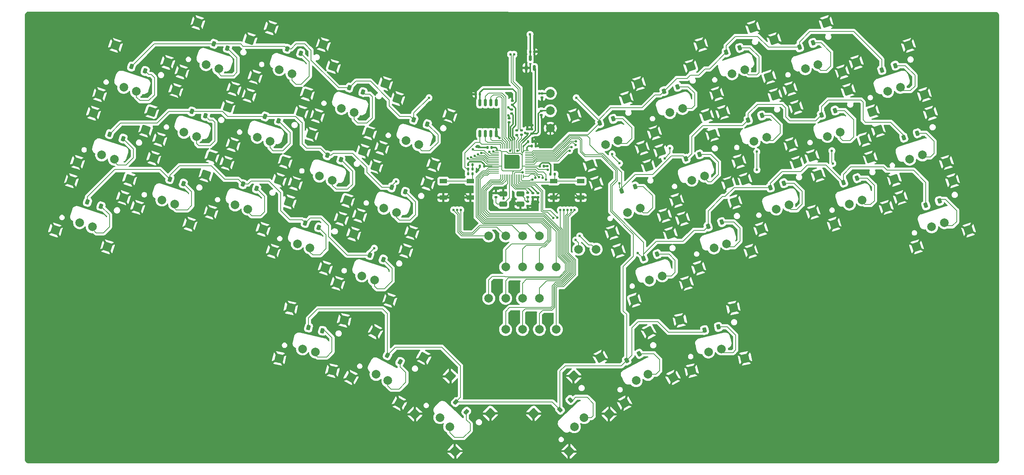
<source format=gbr>
%TF.GenerationSoftware,KiCad,Pcbnew,9.0.6*%
%TF.CreationDate,2025-12-06T20:50:46-05:00*%
%TF.ProjectId,frameortho,6672616d-656f-4727-9468-6f2e6b696361,rev?*%
%TF.SameCoordinates,Original*%
%TF.FileFunction,Copper,L1,Top*%
%TF.FilePolarity,Positive*%
%FSLAX46Y46*%
G04 Gerber Fmt 4.6, Leading zero omitted, Abs format (unit mm)*
G04 Created by KiCad (PCBNEW 9.0.6) date 2025-12-06 20:50:46*
%MOMM*%
%LPD*%
G01*
G04 APERTURE LIST*
G04 Aperture macros list*
%AMRoundRect*
0 Rectangle with rounded corners*
0 $1 Rounding radius*
0 $2 $3 $4 $5 $6 $7 $8 $9 X,Y pos of 4 corners*
0 Add a 4 corners polygon primitive as box body*
4,1,4,$2,$3,$4,$5,$6,$7,$8,$9,$2,$3,0*
0 Add four circle primitives for the rounded corners*
1,1,$1+$1,$2,$3*
1,1,$1+$1,$4,$5*
1,1,$1+$1,$6,$7*
1,1,$1+$1,$8,$9*
0 Add four rect primitives between the rounded corners*
20,1,$1+$1,$2,$3,$4,$5,0*
20,1,$1+$1,$4,$5,$6,$7,0*
20,1,$1+$1,$6,$7,$8,$9,0*
20,1,$1+$1,$8,$9,$2,$3,0*%
G04 Aperture macros list end*
%TA.AperFunction,CastellatedPad*%
%ADD10C,2.000000*%
%TD*%
%TA.AperFunction,SMDPad,CuDef*%
%ADD11RoundRect,0.250000X-0.945055X-0.481530X0.481530X-0.945055X0.945055X0.481530X-0.481530X0.945055X0*%
%TD*%
%TA.AperFunction,SMDPad,CuDef*%
%ADD12RoundRect,0.140000X0.140000X0.170000X-0.140000X0.170000X-0.140000X-0.170000X0.140000X-0.170000X0*%
%TD*%
%TA.AperFunction,SMDPad,CuDef*%
%ADD13RoundRect,0.225000X-0.134877X-0.416003X0.303590X-0.314775X0.134877X0.416003X-0.303590X0.314775X0*%
%TD*%
%TA.AperFunction,SMDPad,CuDef*%
%ADD14RoundRect,0.225000X-0.329869X-0.287117X0.098106X-0.426175X0.329869X0.287117X-0.098106X0.426175X0*%
%TD*%
%TA.AperFunction,SMDPad,CuDef*%
%ADD15RoundRect,0.225000X-0.098106X-0.426175X0.329869X-0.287117X0.098106X0.426175X-0.329869X0.287117X0*%
%TD*%
%TA.AperFunction,SMDPad,CuDef*%
%ADD16C,2.000000*%
%TD*%
%TA.AperFunction,SMDPad,CuDef*%
%ADD17RoundRect,0.135000X-0.135000X-0.185000X0.135000X-0.185000X0.135000X0.185000X-0.135000X0.185000X0*%
%TD*%
%TA.AperFunction,SMDPad,CuDef*%
%ADD18RoundRect,0.250000X-0.650000X-0.350000X0.650000X-0.350000X0.650000X0.350000X-0.650000X0.350000X0*%
%TD*%
%TA.AperFunction,SMDPad,CuDef*%
%ADD19RoundRect,0.250000X-0.481530X-0.945055X0.945055X-0.481530X0.481530X0.945055X-0.945055X0.481530X0*%
%TD*%
%TA.AperFunction,ComponentPad*%
%ADD20C,2.600000*%
%TD*%
%TA.AperFunction,ConnectorPad*%
%ADD21C,3.800000*%
%TD*%
%TA.AperFunction,SMDPad,CuDef*%
%ADD22RoundRect,0.140000X-0.140000X-0.170000X0.140000X-0.170000X0.140000X0.170000X-0.140000X0.170000X0*%
%TD*%
%TA.AperFunction,SMDPad,CuDef*%
%ADD23RoundRect,0.250000X-0.899491X-0.562064X0.562064X-0.899491X0.899491X0.562064X-0.562064X0.899491X0*%
%TD*%
%TA.AperFunction,SMDPad,CuDef*%
%ADD24RoundRect,0.135000X0.185000X-0.135000X0.185000X0.135000X-0.185000X0.135000X-0.185000X-0.135000X0*%
%TD*%
%TA.AperFunction,SMDPad,CuDef*%
%ADD25RoundRect,0.140000X-0.170000X0.140000X-0.170000X-0.140000X0.170000X-0.140000X0.170000X0.140000X0*%
%TD*%
%TA.AperFunction,SMDPad,CuDef*%
%ADD26RoundRect,0.250000X-0.310107X-1.014314X1.014314X-0.310107X0.310107X1.014314X-1.014314X0.310107X0*%
%TD*%
%TA.AperFunction,SMDPad,CuDef*%
%ADD27RoundRect,0.225000X-0.420304X-0.120808X-0.091195X-0.427707X0.420304X0.120808X0.091195X0.427707X0*%
%TD*%
%TA.AperFunction,SMDPad,CuDef*%
%ADD28RoundRect,0.225000X-0.022611X-0.436736X0.374715X-0.225474X0.022611X0.436736X-0.374715X0.225474X0*%
%TD*%
%TA.AperFunction,SMDPad,CuDef*%
%ADD29RoundRect,0.250000X-0.037017X-1.060014X1.060014X-0.037017X0.037017X1.060014X-1.060014X0.037017X0*%
%TD*%
%TA.AperFunction,SMDPad,CuDef*%
%ADD30R,1.700000X1.000000*%
%TD*%
%TA.AperFunction,SMDPad,CuDef*%
%ADD31RoundRect,0.135000X0.135000X0.185000X-0.135000X0.185000X-0.135000X-0.185000X0.135000X-0.185000X0*%
%TD*%
%TA.AperFunction,SMDPad,CuDef*%
%ADD32RoundRect,0.225000X-0.303590X-0.314775X0.134877X-0.416003X0.303590X0.314775X-0.134877X0.416003X0*%
%TD*%
%TA.AperFunction,SMDPad,CuDef*%
%ADD33RoundRect,0.225000X-0.374715X-0.225474X0.022611X-0.436736X0.374715X0.225474X-0.022611X0.436736X0*%
%TD*%
%TA.AperFunction,SMDPad,CuDef*%
%ADD34RoundRect,0.050000X-0.387500X-0.050000X0.387500X-0.050000X0.387500X0.050000X-0.387500X0.050000X0*%
%TD*%
%TA.AperFunction,SMDPad,CuDef*%
%ADD35RoundRect,0.050000X-0.050000X-0.387500X0.050000X-0.387500X0.050000X0.387500X-0.050000X0.387500X0*%
%TD*%
%TA.AperFunction,HeatsinkPad*%
%ADD36R,3.200000X3.200000*%
%TD*%
%TA.AperFunction,SMDPad,CuDef*%
%ADD37RoundRect,0.250000X-1.014314X-0.310107X0.310107X-1.014314X1.014314X0.310107X-0.310107X1.014314X0*%
%TD*%
%TA.AperFunction,SMDPad,CuDef*%
%ADD38RoundRect,0.150000X0.150000X-0.512500X0.150000X0.512500X-0.150000X0.512500X-0.150000X-0.512500X0*%
%TD*%
%TA.AperFunction,SMDPad,CuDef*%
%ADD39RoundRect,0.140000X0.170000X-0.140000X0.170000X0.140000X-0.170000X0.140000X-0.170000X-0.140000X0*%
%TD*%
%TA.AperFunction,SMDPad,CuDef*%
%ADD40RoundRect,0.225000X0.091195X-0.427707X0.420304X-0.120808X-0.091195X0.427707X-0.420304X0.120808X0*%
%TD*%
%TA.AperFunction,SMDPad,CuDef*%
%ADD41RoundRect,0.250000X-1.060014X-0.037017X0.037017X-1.060014X1.060014X0.037017X-0.037017X1.060014X0*%
%TD*%
%TA.AperFunction,SMDPad,CuDef*%
%ADD42RoundRect,0.162500X0.162500X-0.650000X0.162500X0.650000X-0.162500X0.650000X-0.162500X-0.650000X0*%
%TD*%
%TA.AperFunction,SMDPad,CuDef*%
%ADD43RoundRect,0.250000X-0.562064X-0.899491X0.899491X-0.562064X0.562064X0.899491X-0.899491X0.562064X0*%
%TD*%
%TA.AperFunction,ViaPad*%
%ADD44C,0.600000*%
%TD*%
%TA.AperFunction,Conductor*%
%ADD45C,0.304800*%
%TD*%
%TA.AperFunction,Conductor*%
%ADD46C,0.200000*%
%TD*%
G04 APERTURE END LIST*
D10*
%TO.P,S3,1,1*%
%TO.N,COL_2*%
X158316022Y-93584191D03*
%TO.P,S3,2,2*%
%TO.N,Net-(D3-A)*%
X161264298Y-94542144D03*
D11*
%TO.P,S3,3,3*%
%TO.N,GND*%
X156423948Y-83874271D03*
X152715744Y-95286949D03*
X168502366Y-87798787D03*
X164794162Y-99211465D03*
%TD*%
D10*
%TO.P,S13,1,1*%
%TO.N,COL_2*%
X153203827Y-109276631D03*
%TO.P,S13,2,2*%
%TO.N,Net-(D13-A)*%
X156152103Y-110234584D03*
D11*
%TO.P,S13,3,3*%
%TO.N,GND*%
X151311753Y-99566711D03*
X147603549Y-110979389D03*
X163390171Y-103491227D03*
X159681967Y-114903905D03*
%TD*%
D12*
%TO.P,C1,1*%
%TO.N,+3V3*%
X204797600Y-99263200D03*
%TO.P,C1,2*%
%TO.N,GND*%
X203837600Y-99263200D03*
%TD*%
D13*
%TO.P,D36,1,K*%
%TO.N,ROW_3*%
X256833985Y-153987309D03*
%TO.P,D36,2,A*%
%TO.N,Net-(D36-A)*%
X260049407Y-153244971D03*
%TD*%
D14*
%TO.P,D2,1,K*%
%TO.N,ROW_0*%
X143174743Y-87601212D03*
%TO.P,D2,2,A*%
%TO.N,Net-(D2-A)*%
X146313229Y-88620968D03*
%TD*%
D15*
%TO.P,D28,1,K*%
%TO.N,ROW_2*%
X272079517Y-120951813D03*
%TO.P,D28,2,A*%
%TO.N,Net-(D28-A)*%
X275218003Y-119932057D03*
%TD*%
%TO.P,D9,1,K*%
%TO.N,ROW_0*%
X278825592Y-88404656D03*
%TO.P,D9,2,A*%
%TO.N,Net-(D9-A)*%
X281964078Y-87384900D03*
%TD*%
D10*
%TO.P,S12,1,1*%
%TO.N,COL_1*%
X136233346Y-108114338D03*
%TO.P,S12,2,2*%
%TO.N,Net-(D12-A)*%
X139181622Y-109072291D03*
D11*
%TO.P,S12,3,3*%
%TO.N,GND*%
X134341272Y-98404418D03*
X130633068Y-109817096D03*
X146419690Y-102328934D03*
X142711486Y-113741612D03*
%TD*%
D16*
%TO.P,TP6,1,1*%
%TO.N,GPIO10*%
X214670000Y-139377778D03*
%TD*%
D10*
%TO.P,S11,1,1*%
%TO.N,COL_0*%
X117166854Y-113385940D03*
%TO.P,S11,2,2*%
%TO.N,Net-(D11-A)*%
X120115130Y-114343893D03*
D11*
%TO.P,S11,3,3*%
%TO.N,GND*%
X115274780Y-103676020D03*
X111566576Y-115088698D03*
X127353198Y-107600536D03*
X123644994Y-119013214D03*
%TD*%
D14*
%TO.P,D24,1,K*%
%TO.N,ROW_2*%
X164335218Y-129156874D03*
%TO.P,D24,2,A*%
%TO.N,Net-(D24-A)*%
X167473704Y-130176630D03*
%TD*%
D17*
%TO.P,R5,1*%
%TO.N,+3V3*%
X202055000Y-115595400D03*
%TO.P,R5,2*%
%TO.N,Net-(R5-Pad2)*%
X203075000Y-115595400D03*
%TD*%
D10*
%TO.P,S15,1,1*%
%TO.N,COL_4*%
X182543814Y-125724392D03*
%TO.P,S15,2,2*%
%TO.N,Net-(D15-A)*%
X185492090Y-126682345D03*
D11*
%TO.P,S15,3,3*%
%TO.N,GND*%
X180651740Y-116014472D03*
X176943536Y-127427150D03*
X192730158Y-119938988D03*
X189021954Y-131351666D03*
%TD*%
D16*
%TO.P,TP11,1,1*%
%TO.N,GPIO15*%
X214670001Y-146608889D03*
%TD*%
D14*
%TO.P,D22,1,K*%
%TO.N,ROW_2*%
X132950353Y-118986076D03*
%TO.P,D22,2,A*%
%TO.N,Net-(D22-A)*%
X136088839Y-120005832D03*
%TD*%
D16*
%TO.P,TP14,1,1*%
%TO.N,GPIO18*%
X214670000Y-153840000D03*
%TD*%
D14*
%TO.P,D14,1,K*%
%TO.N,ROW_1*%
X169447413Y-113464450D03*
%TO.P,D14,2,A*%
%TO.N,Net-(D14-A)*%
X172585899Y-114484206D03*
%TD*%
D18*
%TO.P,Y1,1,1*%
%TO.N,X_IN*%
X210191600Y-124796400D03*
%TO.P,Y1,2,2*%
%TO.N,GND*%
X214191600Y-124796400D03*
%TO.P,Y1,3,3*%
%TO.N,Net-(C15-Pad2)*%
X214191600Y-122396400D03*
%TO.P,Y1,4,4*%
%TO.N,GND*%
X210191600Y-122396400D03*
%TD*%
D10*
%TO.P,S10,1,1*%
%TO.N,COL_9*%
X299245756Y-98651469D03*
%TO.P,S10,2,2*%
%TO.N,Net-(D10-A)*%
X302194032Y-97693516D03*
D19*
%TO.P,S10,3,3*%
%TO.N,GND*%
X292007688Y-91908112D03*
X295715892Y-103320790D03*
X304086106Y-87983596D03*
X307794310Y-99396274D03*
%TD*%
D20*
%TO.P,H4,1,1*%
%TO.N,GND*%
X236556331Y-91807292D03*
D21*
X236556331Y-91807292D03*
%TD*%
D16*
%TO.P,TP10,1,1*%
%TO.N,GPIO14*%
X210752500Y-146608889D03*
%TD*%
%TO.P,TP1,1,1*%
%TO.N,GPIO5*%
X206835000Y-132146667D03*
%TD*%
%TO.P,TP9,1,1*%
%TO.N,GPIO13*%
X206835002Y-146608889D03*
%TD*%
D14*
%TO.P,D25,1,K*%
%TO.N,ROW_2*%
X179260821Y-136596147D03*
%TO.P,D25,2,A*%
%TO.N,Net-(D25-A)*%
X182399307Y-137615903D03*
%TD*%
D16*
%TO.P,TP7,1,1*%
%TO.N,GPIO11*%
X218587501Y-139377778D03*
%TD*%
D22*
%TO.P,C9,1*%
%TO.N,+3V3*%
X216766200Y-111328200D03*
%TO.P,C9,2*%
%TO.N,GND*%
X217726200Y-111328200D03*
%TD*%
D10*
%TO.P,S31,1,1*%
%TO.N,COL_2*%
X163703643Y-158364205D03*
%TO.P,S31,2,2*%
%TO.N,Net-(D31-A)*%
X166724190Y-159061553D03*
D23*
%TO.P,S31,3,3*%
%TO.N,GND*%
X160972493Y-148856138D03*
X158273081Y-160548579D03*
X173346993Y-151713017D03*
X170647581Y-163405458D03*
%TD*%
D16*
%TO.P,1.1V,1,1*%
%TO.N,+1V1*%
X221107000Y-99085400D03*
%TD*%
D10*
%TO.P,S26,1,1*%
%TO.N,COL_5*%
X244093203Y-142374786D03*
%TO.P,S26,2,2*%
%TO.N,Net-(D26-A)*%
X247041479Y-141416833D03*
D19*
%TO.P,S26,3,3*%
%TO.N,GND*%
X236855135Y-135631429D03*
X240563339Y-147044107D03*
X248933553Y-131706913D03*
X252641757Y-143119591D03*
%TD*%
D24*
%TO.P,R3,1*%
%TO.N,Net-(U1-USB_D_P)*%
X213316133Y-108732201D03*
%TO.P,R3,2*%
%TO.N,D_P*%
X213316133Y-107712201D03*
%TD*%
D10*
%TO.P,S18,1,1*%
%TO.N,COL_7*%
X268320978Y-110234584D03*
%TO.P,S18,2,2*%
%TO.N,Net-(D18-A)*%
X271269254Y-109276631D03*
D19*
%TO.P,S18,3,3*%
%TO.N,GND*%
X261082910Y-103491227D03*
X264791114Y-114903905D03*
X273161328Y-99566711D03*
X276869532Y-110979389D03*
%TD*%
D20*
%TO.P,H3,1,1*%
%TO.N,GND*%
X232855135Y-152631429D03*
D21*
X232855135Y-152631429D03*
%TD*%
D16*
%TO.P,TP22,1,1*%
%TO.N,SWDIO*%
X231720000Y-135240000D03*
%TD*%
D25*
%TO.P,C18,1*%
%TO.N,+1V1*%
X219151200Y-99085400D03*
%TO.P,C18,2*%
%TO.N,GND*%
X219151200Y-100045400D03*
%TD*%
D10*
%TO.P,S35,1,1*%
%TO.N,COL_6*%
X240986931Y-165710411D03*
%TO.P,S35,2,2*%
%TO.N,Net-(D35-A)*%
X243724068Y-164255049D03*
D26*
%TO.P,S35,3,3*%
%TO.N,GND*%
X232687853Y-160326378D03*
X238321512Y-170921749D03*
X243901288Y-154364089D03*
X249534947Y-164959460D03*
%TD*%
D14*
%TO.P,D4,1,K*%
%TO.N,ROW_0*%
X174559608Y-97772010D03*
%TO.P,D4,2,A*%
%TO.N,Net-(D4-A)*%
X177698094Y-98791766D03*
%TD*%
D27*
%TO.P,D33,1,K*%
%TO.N,ROW_3*%
X199226913Y-170678216D03*
%TO.P,D33,2,A*%
%TO.N,Net-(D33-A)*%
X201640381Y-172928810D03*
%TD*%
D15*
%TO.P,D18,1,K*%
%TO.N,ROW_1*%
X266967306Y-105259389D03*
%TO.P,D18,2,A*%
%TO.N,Net-(D18-A)*%
X270105792Y-104239633D03*
%TD*%
D28*
%TO.P,D35,1,K*%
%TO.N,ROW_3*%
X238789889Y-161045863D03*
%TO.P,D35,2,A*%
%TO.N,Net-(D35-A)*%
X241703617Y-159496607D03*
%TD*%
D10*
%TO.P,S17,1,1*%
%TO.N,COL_6*%
X253906594Y-119243089D03*
%TO.P,S17,2,2*%
%TO.N,Net-(D17-A)*%
X256854870Y-118285136D03*
D19*
%TO.P,S17,3,3*%
%TO.N,GND*%
X246668526Y-112499732D03*
X250376730Y-123912410D03*
X258746944Y-108575216D03*
X262455148Y-119987894D03*
%TD*%
D16*
%TO.P,TP4,1,1*%
%TO.N,GPIO8*%
X218587500Y-132146667D03*
%TD*%
D10*
%TO.P,S4,1,1*%
%TO.N,COL_3*%
X172730406Y-102592696D03*
%TO.P,S4,2,2*%
%TO.N,Net-(D4-A)*%
X175678682Y-103550649D03*
D11*
%TO.P,S4,3,3*%
%TO.N,GND*%
X170838332Y-92882776D03*
X167130128Y-104295454D03*
X182916750Y-96807292D03*
X179208546Y-108219970D03*
%TD*%
D10*
%TO.P,S23,1,1*%
%TO.N,COL_2*%
X148091632Y-124969055D03*
%TO.P,S23,2,2*%
%TO.N,Net-(D23-A)*%
X151039908Y-125927008D03*
D11*
%TO.P,S23,3,3*%
%TO.N,GND*%
X146199558Y-115259135D03*
X142491354Y-126671813D03*
X158277976Y-119183651D03*
X154569772Y-130596329D03*
%TD*%
D10*
%TO.P,S34,1,1*%
%TO.N,COL_5*%
X226674100Y-176388382D03*
%TO.P,S34,2,2*%
%TO.N,Net-(D34-A)*%
X228941297Y-174274187D03*
D29*
%TO.P,S34,3,3*%
%TO.N,GND*%
X217264317Y-173335764D03*
X225448297Y-182112009D03*
X226552509Y-164674385D03*
X234736489Y-173450630D03*
%TD*%
D10*
%TO.P,S7,1,1*%
%TO.N,COL_6*%
X248794399Y-103550649D03*
%TO.P,S7,2,2*%
%TO.N,Net-(D7-A)*%
X251742675Y-102592696D03*
D19*
%TO.P,S7,3,3*%
%TO.N,GND*%
X241556331Y-96807292D03*
X245264535Y-108219970D03*
X253634749Y-92882776D03*
X257342953Y-104295454D03*
%TD*%
D15*
%TO.P,D8,1,K*%
%TO.N,ROW_0*%
X261855111Y-89566949D03*
%TO.P,D8,2,A*%
%TO.N,Net-(D8-A)*%
X264993597Y-88547193D03*
%TD*%
D30*
%TO.P,SW1,1,1*%
%TO.N,GND*%
X228168201Y-123256200D03*
X221868201Y-123256200D03*
%TO.P,SW1,2,2*%
%TO.N,RUN*%
X228168201Y-119456200D03*
X221868201Y-119456200D03*
%TD*%
D16*
%TO.P,TP16,1,1*%
%TO.N,GPIO20*%
X222504999Y-153840000D03*
%TD*%
D10*
%TO.P,S20,1,1*%
%TO.N,COL_9*%
X304357951Y-114343893D03*
%TO.P,S20,2,2*%
%TO.N,Net-(D20-A)*%
X307306227Y-113385940D03*
D19*
%TO.P,S20,3,3*%
%TO.N,GND*%
X297119883Y-107600536D03*
X300828087Y-119013214D03*
X309198301Y-103676020D03*
X312906505Y-115088698D03*
%TD*%
D10*
%TO.P,S25,1,1*%
%TO.N,COL_4*%
X177431619Y-141416833D03*
%TO.P,S25,2,2*%
%TO.N,Net-(D25-A)*%
X180379895Y-142374786D03*
D11*
%TO.P,S25,3,3*%
%TO.N,GND*%
X175539545Y-131706913D03*
X171831341Y-143119591D03*
X187617963Y-135631429D03*
X183909759Y-147044107D03*
%TD*%
D14*
%TO.P,D11,1,K*%
%TO.N,ROW_1*%
X118996056Y-108565254D03*
%TO.P,D11,2,A*%
%TO.N,Net-(D11-A)*%
X122134542Y-109585010D03*
%TD*%
D20*
%TO.P,H6,1,1*%
%TO.N,GND*%
X109236540Y-175000000D03*
D21*
X109236540Y-175000000D03*
%TD*%
D20*
%TO.P,H11,1,1*%
%TO.N,GND*%
X191617963Y-140631429D03*
D21*
X191617963Y-140631429D03*
%TD*%
D10*
%TO.P,S30,1,1*%
%TO.N,COL_9*%
X309470146Y-130036333D03*
%TO.P,S30,2,2*%
%TO.N,Net-(D30-A)*%
X312418422Y-129078380D03*
D19*
%TO.P,S30,3,3*%
%TO.N,GND*%
X302232078Y-123292976D03*
X305940282Y-134705654D03*
X314310496Y-119368460D03*
X318018700Y-130781138D03*
%TD*%
D20*
%TO.P,H13,1,1*%
%TO.N,GND*%
X109236540Y-90000002D03*
D21*
X109236540Y-90000002D03*
%TD*%
D15*
%TO.P,D16,1,K*%
%TO.N,ROW_1*%
X237627335Y-121707150D03*
%TO.P,D16,2,A*%
%TO.N,Net-(D16-A)*%
X240765821Y-120687394D03*
%TD*%
D10*
%TO.P,S2,1,1*%
%TO.N,COL_1*%
X141345541Y-92421898D03*
%TO.P,S2,2,2*%
%TO.N,Net-(D2-A)*%
X144293817Y-93379851D03*
D11*
%TO.P,S2,3,3*%
%TO.N,GND*%
X139453467Y-82711978D03*
X135745263Y-94124656D03*
X151531885Y-86636494D03*
X147823681Y-98049172D03*
%TD*%
D31*
%TO.P,R9,1*%
%TO.N,Net-(R9-Pad1)*%
X203075000Y-117729000D03*
%TO.P,R9,2*%
%TO.N,SEL*%
X202055000Y-117729000D03*
%TD*%
D14*
%TO.P,D15,1,K*%
%TO.N,ROW_1*%
X184373016Y-120903706D03*
%TO.P,D15,2,A*%
%TO.N,Net-(D15-A)*%
X187511502Y-121923462D03*
%TD*%
D22*
%TO.P,C16,1*%
%TO.N,+5V*%
X216461400Y-89433400D03*
%TO.P,C16,2*%
%TO.N,GND*%
X217421400Y-89433400D03*
%TD*%
D32*
%TO.P,D31,1,K*%
%TO.N,ROW_3*%
X165105733Y-153402437D03*
%TO.P,D31,2,A*%
%TO.N,Net-(D31-A)*%
X168321155Y-154144775D03*
%TD*%
D33*
%TO.P,D32,1,K*%
%TO.N,ROW_3*%
X183387543Y-159825238D03*
%TO.P,D32,2,A*%
%TO.N,Net-(D32-A)*%
X186301271Y-161374494D03*
%TD*%
D24*
%TO.P,R6,1*%
%TO.N,Net-(C15-Pad2)*%
X215900000Y-123194600D03*
%TO.P,R6,2*%
%TO.N,X_OUT*%
X215900000Y-122174600D03*
%TD*%
D34*
%TO.P,U1,1,IOVDD*%
%TO.N,+3V3*%
X208799040Y-112343500D03*
%TO.P,U1,2,GPIO0*%
%TO.N,COL_0*%
X208799040Y-112743500D03*
%TO.P,U1,3,GPIO1*%
%TO.N,COL_1*%
X208799040Y-113143500D03*
%TO.P,U1,4,GPIO2*%
%TO.N,COL_2*%
X208799040Y-113543500D03*
%TO.P,U1,5,GPIO3*%
%TO.N,COL_3*%
X208799040Y-113943500D03*
%TO.P,U1,6,GPIO4*%
%TO.N,COL_4*%
X208799040Y-114343500D03*
%TO.P,U1,7,GPIO5*%
%TO.N,GPIO5*%
X208799040Y-114743500D03*
%TO.P,U1,8,GPIO6*%
%TO.N,GPIO6*%
X208799040Y-115143500D03*
%TO.P,U1,9,GPIO7*%
%TO.N,GPIO7*%
X208799040Y-115543500D03*
%TO.P,U1,10,IOVDD*%
%TO.N,+3V3*%
X208799040Y-115943500D03*
%TO.P,U1,11,GPIO8*%
%TO.N,GPIO8*%
X208799040Y-116343500D03*
%TO.P,U1,12,GPIO9*%
%TO.N,GPIO9*%
X208799040Y-116743500D03*
%TO.P,U1,13,GPIO10*%
%TO.N,GPIO10*%
X208799040Y-117143500D03*
%TO.P,U1,14,GPIO11*%
%TO.N,GPIO11*%
X208799040Y-117543500D03*
D35*
%TO.P,U1,15,GPIO12*%
%TO.N,GPIO12*%
X209636540Y-118381000D03*
%TO.P,U1,16,GPIO13*%
%TO.N,GPIO13*%
X210036540Y-118381000D03*
%TO.P,U1,17,GPIO14*%
%TO.N,GPIO14*%
X210436540Y-118381000D03*
%TO.P,U1,18,GPIO15*%
%TO.N,GPIO15*%
X210836540Y-118381000D03*
%TO.P,U1,19,TESTEN*%
%TO.N,GND*%
X211236540Y-118381000D03*
%TO.P,U1,20,XIN*%
%TO.N,X_IN*%
X211636540Y-118381000D03*
%TO.P,U1,21,XOUT*%
%TO.N,X_OUT*%
X212036540Y-118381000D03*
%TO.P,U1,22,IOVDD*%
%TO.N,+3V3*%
X212436540Y-118381000D03*
%TO.P,U1,23,DVDD*%
%TO.N,+1V1*%
X212836540Y-118381000D03*
%TO.P,U1,24,SWCLK*%
%TO.N,SWCLK*%
X213236540Y-118381000D03*
%TO.P,U1,25,SWD*%
%TO.N,SWDIO*%
X213636540Y-118381000D03*
%TO.P,U1,26,RUN*%
%TO.N,RUN*%
X214036540Y-118381000D03*
%TO.P,U1,27,GPIO16*%
%TO.N,GPIO16*%
X214436540Y-118381000D03*
%TO.P,U1,28,GPIO17*%
%TO.N,GPIO17*%
X214836540Y-118381000D03*
D34*
%TO.P,U1,29,GPIO18*%
%TO.N,GPIO18*%
X215674040Y-117543500D03*
%TO.P,U1,30,GPIO19*%
%TO.N,GPIO19*%
X215674040Y-117143500D03*
%TO.P,U1,31,GPIO20*%
%TO.N,GPIO20*%
X215674040Y-116743500D03*
%TO.P,U1,32,GPIO21*%
%TO.N,COL_9*%
X215674040Y-116343500D03*
%TO.P,U1,33,IOVDD*%
%TO.N,+3V3*%
X215674040Y-115943500D03*
%TO.P,U1,34,GPIO22*%
%TO.N,COL_8*%
X215674040Y-115543500D03*
%TO.P,U1,35,GPIO23*%
%TO.N,COL_7*%
X215674040Y-115143500D03*
%TO.P,U1,36,GPIO24*%
%TO.N,COL_6*%
X215674040Y-114743500D03*
%TO.P,U1,37,GPIO25*%
%TO.N,COL_5*%
X215674040Y-114343500D03*
%TO.P,U1,38,GPIO26_ADC0*%
%TO.N,ROW_3*%
X215674040Y-113943500D03*
%TO.P,U1,39,GPIO27_ADC1*%
%TO.N,ROW_2*%
X215674040Y-113543500D03*
%TO.P,U1,40,GPIO28_ADC2*%
%TO.N,ROW_1*%
X215674040Y-113143500D03*
%TO.P,U1,41,GPIO29_ADC3*%
%TO.N,ROW_0*%
X215674040Y-112743500D03*
%TO.P,U1,42,IOVDD*%
%TO.N,+3V3*%
X215674040Y-112343500D03*
D35*
%TO.P,U1,43,ADC_AVDD*%
X214836540Y-111506000D03*
%TO.P,U1,44,VREG_IN*%
X214436540Y-111506000D03*
%TO.P,U1,45,VREG_VOUT*%
%TO.N,+1V1*%
X214036540Y-111506000D03*
%TO.P,U1,46,USB_D_N*%
%TO.N,Net-(U1-USB_D_N)*%
X213636540Y-111506000D03*
%TO.P,U1,47,USB_D_P*%
%TO.N,Net-(U1-USB_D_P)*%
X213236540Y-111506000D03*
%TO.P,U1,48,USB_VDD*%
%TO.N,+3V3*%
X212836540Y-111506000D03*
%TO.P,U1,49,IOVDD*%
X212436540Y-111506000D03*
%TO.P,U1,50,DVDD*%
%TO.N,+1V1*%
X212036540Y-111506000D03*
%TO.P,U1,51,QSPI_SD3*%
%TO.N,SD3*%
X211636540Y-111506000D03*
%TO.P,U1,52,QSPI_SCLK*%
%TO.N,SCLK*%
X211236540Y-111506000D03*
%TO.P,U1,53,QSPI_SD0*%
%TO.N,SDO*%
X210836540Y-111506000D03*
%TO.P,U1,54,QSPI_SD2*%
%TO.N,SD2*%
X210436540Y-111506000D03*
%TO.P,U1,55,QSPI_SD1*%
%TO.N,SD1*%
X210036540Y-111506000D03*
%TO.P,U1,56,QSPI_SS*%
%TO.N,SEL*%
X209636540Y-111506000D03*
D36*
%TO.P,U1,57,GND*%
%TO.N,GND*%
X212236540Y-114943500D03*
%TD*%
D12*
%TO.P,C5,1*%
%TO.N,+3V3*%
X207515400Y-111658400D03*
%TO.P,C5,2*%
%TO.N,GND*%
X206555400Y-111658400D03*
%TD*%
D16*
%TO.P,TP15,1,1*%
%TO.N,GPIO19*%
X218587498Y-153840000D03*
%TD*%
D10*
%TO.P,S32,1,1*%
%TO.N,COL_3*%
X180749029Y-164255049D03*
%TO.P,S32,2,2*%
%TO.N,Net-(D32-A)*%
X183486166Y-165710411D03*
D37*
%TO.P,S32,3,3*%
%TO.N,GND*%
X180571809Y-154364089D03*
X174938150Y-164959460D03*
X191785244Y-160326378D03*
X186151585Y-170921749D03*
%TD*%
D16*
%TO.P,TP12,1,1*%
%TO.N,GPIO16*%
X218587501Y-146608889D03*
%TD*%
D15*
%TO.P,D20,1,K*%
%TO.N,ROW_1*%
X303004279Y-109368698D03*
%TO.P,D20,2,A*%
%TO.N,Net-(D20-A)*%
X306142765Y-108348942D03*
%TD*%
%TO.P,D17,1,K*%
%TO.N,ROW_1*%
X252552922Y-114267894D03*
%TO.P,D17,2,A*%
%TO.N,Net-(D17-A)*%
X255691408Y-113248138D03*
%TD*%
D16*
%TO.P,3.3V,1,1*%
%TO.N,+3V3*%
X221107000Y-103135400D03*
%TD*%
D38*
%TO.P,U3,1,GND*%
%TO.N,GND*%
X215518999Y-93218000D03*
%TO.P,U3,2,VO*%
%TO.N,+3V3*%
X217418999Y-93218000D03*
%TO.P,U3,3,VI*%
%TO.N,+5V*%
X216468999Y-90943000D03*
%TD*%
D10*
%TO.P,S16,1,1*%
%TO.N,COL_5*%
X238981007Y-126682345D03*
%TO.P,S16,2,2*%
%TO.N,Net-(D16-A)*%
X241929283Y-125724392D03*
D19*
%TO.P,S16,3,3*%
%TO.N,GND*%
X231742939Y-119938988D03*
X235451143Y-131351666D03*
X243821357Y-116014472D03*
X247529561Y-127427150D03*
%TD*%
D39*
%TO.P,C7,1*%
%TO.N,+3V3*%
X212150000Y-103790000D03*
%TO.P,C7,2*%
%TO.N,GND*%
X212150000Y-102830000D03*
%TD*%
D25*
%TO.P,C17,1*%
%TO.N,+3V3*%
X219024200Y-103149400D03*
%TO.P,C17,2*%
%TO.N,GND*%
X219024200Y-104109400D03*
%TD*%
D16*
%TO.P,TP5,1,1*%
%TO.N,GPIO9*%
X210752500Y-139377778D03*
%TD*%
D10*
%TO.P,S22,1,1*%
%TO.N,COL_1*%
X131121151Y-123806762D03*
%TO.P,S22,2,2*%
%TO.N,Net-(D22-A)*%
X134069427Y-124764715D03*
D11*
%TO.P,S22,3,3*%
%TO.N,GND*%
X129229077Y-114096842D03*
X125520873Y-125509520D03*
X141307495Y-118021358D03*
X137599291Y-129434036D03*
%TD*%
D39*
%TO.P,C12,1*%
%TO.N,+1V1*%
X211570000Y-105839200D03*
%TO.P,C12,2*%
%TO.N,GND*%
X211570000Y-104879200D03*
%TD*%
D40*
%TO.P,D34,1,K*%
%TO.N,ROW_3*%
X223344647Y-172451411D03*
%TO.P,D34,2,A*%
%TO.N,Net-(D34-A)*%
X225758115Y-170200817D03*
%TD*%
D22*
%TO.P,C10,1*%
%TO.N,+3V3*%
X215978800Y-110261400D03*
%TO.P,C10,2*%
%TO.N,GND*%
X216938800Y-110261400D03*
%TD*%
D39*
%TO.P,C3,1*%
%TO.N,+3V3*%
X212318600Y-101775200D03*
%TO.P,C3,2*%
%TO.N,GND*%
X212318600Y-100815200D03*
%TD*%
D14*
%TO.P,D21,1,K*%
%TO.N,ROW_2*%
X113883861Y-124257694D03*
%TO.P,D21,2,A*%
%TO.N,Net-(D21-A)*%
X117022347Y-125277450D03*
%TD*%
%TO.P,D13,1,K*%
%TO.N,ROW_1*%
X155033029Y-104455945D03*
%TO.P,D13,2,A*%
%TO.N,Net-(D13-A)*%
X158171515Y-105475701D03*
%TD*%
D16*
%TO.P,TP2,1,1*%
%TO.N,GPIO6*%
X210752500Y-132146667D03*
%TD*%
D25*
%TO.P,C14,1*%
%TO.N,GND*%
X208483200Y-122234599D03*
%TO.P,C14,2*%
%TO.N,X_IN*%
X208483200Y-123194599D03*
%TD*%
D17*
%TO.P,R7,1*%
%TO.N,+3V3*%
X221157799Y-117856000D03*
%TO.P,R7,2*%
%TO.N,RUN*%
X222177799Y-117856000D03*
%TD*%
D12*
%TO.P,C4,1*%
%TO.N,+3V3*%
X205765400Y-115943500D03*
%TO.P,C4,2*%
%TO.N,GND*%
X204805400Y-115943500D03*
%TD*%
D20*
%TO.P,H2,1,1*%
%TO.N,GND*%
X187916750Y-91807292D03*
D21*
X187916750Y-91807292D03*
%TD*%
D14*
%TO.P,D23,1,K*%
%TO.N,ROW_2*%
X149920834Y-120148369D03*
%TO.P,D23,2,A*%
%TO.N,Net-(D23-A)*%
X153059320Y-121168125D03*
%TD*%
D20*
%TO.P,H5,1,1*%
%TO.N,GND*%
X138273081Y-145548579D03*
D21*
X138273081Y-145548579D03*
%TD*%
D16*
%TO.P,TP21,1,1*%
%TO.N,SWCLK*%
X227669998Y-135240000D03*
%TD*%
D20*
%TO.P,H12,1,1*%
%TO.N,GND*%
X232855135Y-140631429D03*
D21*
X232855135Y-140631429D03*
%TD*%
D10*
%TO.P,S27,1,1*%
%TO.N,COL_6*%
X259018806Y-134935513D03*
%TO.P,S27,2,2*%
%TO.N,Net-(D27-A)*%
X261967082Y-133977560D03*
D19*
%TO.P,S27,3,3*%
%TO.N,GND*%
X251780738Y-128192156D03*
X255488942Y-139604834D03*
X263859156Y-124267640D03*
X267567360Y-135680318D03*
%TD*%
D24*
%TO.P,R4,1*%
%TO.N,Net-(U1-USB_D_N)*%
X214409866Y-108724401D03*
%TO.P,R4,2*%
%TO.N,D_N*%
X214409866Y-107704401D03*
%TD*%
D14*
%TO.P,D3,1,K*%
%TO.N,ROW_0*%
X160145224Y-88763505D03*
%TO.P,D3,2,A*%
%TO.N,Net-(D3-A)*%
X163283710Y-89783261D03*
%TD*%
D10*
%TO.P,S24,1,1*%
%TO.N,COL_3*%
X162506016Y-133977560D03*
%TO.P,S24,2,2*%
%TO.N,Net-(D24-A)*%
X165454292Y-134935513D03*
D11*
%TO.P,S24,3,3*%
%TO.N,GND*%
X160613942Y-124267640D03*
X156905738Y-135680318D03*
X172692360Y-128192156D03*
X168984156Y-139604834D03*
%TD*%
D10*
%TO.P,S6,1,1*%
%TO.N,COL_5*%
X233868796Y-110989904D03*
%TO.P,S6,2,2*%
%TO.N,Net-(D6-A)*%
X236817072Y-110031951D03*
D19*
%TO.P,S6,3,3*%
%TO.N,GND*%
X226630728Y-104246547D03*
X230338932Y-115659225D03*
X238709146Y-100322031D03*
X242417350Y-111734709D03*
%TD*%
D16*
%TO.P,TP8,1,1*%
%TO.N,GPIO12*%
X222504999Y-139377778D03*
%TD*%
D15*
%TO.P,D26,1,K*%
%TO.N,ROW_2*%
X242739531Y-137399591D03*
%TO.P,D26,2,A*%
%TO.N,Net-(D26-A)*%
X245878017Y-136379835D03*
%TD*%
D10*
%TO.P,S8,1,1*%
%TO.N,COL_7*%
X263208783Y-94542144D03*
%TO.P,S8,2,2*%
%TO.N,Net-(D8-A)*%
X266157059Y-93584191D03*
D19*
%TO.P,S8,3,3*%
%TO.N,GND*%
X255970715Y-87798787D03*
X259678919Y-99211465D03*
X268049133Y-83874271D03*
X271757337Y-95286949D03*
%TD*%
D30*
%TO.P,SW2,1,1*%
%TO.N,GND*%
X202616599Y-123256200D03*
X196316599Y-123256200D03*
%TO.P,SW2,2,2*%
%TO.N,Net-(R9-Pad1)*%
X202616599Y-119456200D03*
X196316599Y-119456200D03*
%TD*%
D39*
%TO.P,C11,1*%
%TO.N,+1V1*%
X215766067Y-108412400D03*
%TO.P,C11,2*%
%TO.N,GND*%
X215766067Y-107452400D03*
%TD*%
D20*
%TO.P,H9,1,1*%
%TO.N,GND*%
X315236540Y-175000000D03*
D21*
X315236540Y-175000000D03*
%TD*%
D15*
%TO.P,D10,1,K*%
%TO.N,ROW_0*%
X297892084Y-93676274D03*
%TO.P,D10,2,A*%
%TO.N,Net-(D10-A)*%
X301030570Y-92656518D03*
%TD*%
D10*
%TO.P,S9,1,1*%
%TO.N,COL_8*%
X280179264Y-93379851D03*
%TO.P,S9,2,2*%
%TO.N,Net-(D9-A)*%
X283127540Y-92421898D03*
D19*
%TO.P,S9,3,3*%
%TO.N,GND*%
X272941196Y-86636494D03*
X276649400Y-98049172D03*
X285019614Y-82711978D03*
X288727818Y-94124656D03*
%TD*%
D20*
%TO.P,H5,1,1*%
%TO.N,GND*%
X286200000Y-145548579D03*
D21*
X286200000Y-145548579D03*
%TD*%
D16*
%TO.P,TP13,1,1*%
%TO.N,GPIO17*%
X210752500Y-153840000D03*
%TD*%
D39*
%TO.P,C2,1*%
%TO.N,+3V3*%
X216839800Y-108404600D03*
%TO.P,C2,2*%
%TO.N,GND*%
X216839800Y-107444600D03*
%TD*%
%TO.P,C15,1*%
%TO.N,GND*%
X215900000Y-125168600D03*
%TO.P,C15,2*%
%TO.N,Net-(C15-Pad2)*%
X215900000Y-124208600D03*
%TD*%
D20*
%TO.P,H8,1,1*%
%TO.N,GND*%
X255821512Y-175921749D03*
D21*
X255821512Y-175921749D03*
%TD*%
D16*
%TO.P,GND,1,1*%
%TO.N,GND*%
X221107000Y-107185400D03*
%TD*%
D10*
%TO.P,S28,1,1*%
%TO.N,COL_7*%
X273433189Y-125927008D03*
%TO.P,S28,2,2*%
%TO.N,Net-(D28-A)*%
X276381465Y-124969055D03*
D19*
%TO.P,S28,3,3*%
%TO.N,GND*%
X266195121Y-119183651D03*
X269903325Y-130596329D03*
X278273539Y-115259135D03*
X281981743Y-126671813D03*
%TD*%
D10*
%TO.P,S14,1,1*%
%TO.N,COL_3*%
X167618211Y-118285136D03*
%TO.P,S14,2,2*%
%TO.N,Net-(D14-A)*%
X170566487Y-119243089D03*
D11*
%TO.P,S14,3,3*%
%TO.N,GND*%
X165726137Y-108575216D03*
X162017933Y-119987894D03*
X177804555Y-112499732D03*
X174096351Y-123912410D03*
%TD*%
D20*
%TO.P,H7,1,1*%
%TO.N,GND*%
X168651585Y-175921749D03*
D21*
X168651585Y-175921749D03*
%TD*%
D16*
%TO.P,TP3,1,1*%
%TO.N,GPIO7*%
X214670000Y-132146667D03*
%TD*%
D25*
%TO.P,C6,1*%
%TO.N,+3V3*%
X217060700Y-122202000D03*
%TO.P,C6,2*%
%TO.N,GND*%
X217060700Y-123162000D03*
%TD*%
D31*
%TO.P,R8,1*%
%TO.N,Net-(R5-Pad2)*%
X203075000Y-116662200D03*
%TO.P,R8,2*%
%TO.N,SEL*%
X202055000Y-116662200D03*
%TD*%
D10*
%TO.P,S5,1,1*%
%TO.N,COL_4*%
X187656009Y-110031951D03*
%TO.P,S5,2,2*%
%TO.N,Net-(D5-A)*%
X190604285Y-110989904D03*
D11*
%TO.P,S5,3,3*%
%TO.N,GND*%
X185763935Y-100322031D03*
X182055731Y-111734709D03*
X197842353Y-104246547D03*
X194134149Y-115659225D03*
%TD*%
D15*
%TO.P,D7,1,K*%
%TO.N,ROW_0*%
X247440727Y-98575454D03*
%TO.P,D7,2,A*%
%TO.N,Net-(D7-A)*%
X250579213Y-97555698D03*
%TD*%
D10*
%TO.P,S33,1,1*%
%TO.N,COL_4*%
X195531784Y-174274187D03*
%TO.P,S33,2,2*%
%TO.N,Net-(D33-A)*%
X197798981Y-176388382D03*
D41*
%TO.P,S33,3,3*%
%TO.N,GND*%
X197920572Y-164674385D03*
X189736592Y-173450630D03*
X207208764Y-173335764D03*
X199024784Y-182112009D03*
%TD*%
D42*
%TO.P,U2,1,~{CS}*%
%TO.N,SEL*%
X204800200Y-108438700D03*
%TO.P,U2,2,DO/IO_{1}*%
%TO.N,SD1*%
X206070200Y-108438700D03*
%TO.P,U2,3,~{WP}/IO_{2}*%
%TO.N,SD2*%
X207340200Y-108438700D03*
%TO.P,U2,4,GND*%
%TO.N,GND*%
X208610200Y-108438700D03*
%TO.P,U2,5,DI/IO_{0}*%
%TO.N,SDO*%
X208610200Y-101263700D03*
%TO.P,U2,6,CLK*%
%TO.N,SCLK*%
X207340200Y-101263700D03*
%TO.P,U2,7,~{HOLD}/~{RESET}/IO_{3}*%
%TO.N,SD3*%
X206070200Y-101263700D03*
%TO.P,U2,8,VCC*%
%TO.N,+3V3*%
X204800200Y-101263700D03*
%TD*%
D15*
%TO.P,D27,1,K*%
%TO.N,ROW_2*%
X257665134Y-129960318D03*
%TO.P,D27,2,A*%
%TO.N,Net-(D27-A)*%
X260803620Y-128940562D03*
%TD*%
D20*
%TO.P,H10,1,1*%
%TO.N,GND*%
X315236540Y-90000000D03*
D21*
X315236540Y-90000000D03*
%TD*%
D10*
%TO.P,S29,1,1*%
%TO.N,COL_8*%
X290403670Y-124764715D03*
%TO.P,S29,2,2*%
%TO.N,Net-(D29-A)*%
X293351946Y-123806762D03*
D19*
%TO.P,S29,3,3*%
%TO.N,GND*%
X283165602Y-118021358D03*
X286873806Y-129434036D03*
X295244020Y-114096842D03*
X298952224Y-125509520D03*
%TD*%
D10*
%TO.P,S21,1,1*%
%TO.N,COL_0*%
X112054659Y-129078380D03*
%TO.P,S21,2,2*%
%TO.N,Net-(D21-A)*%
X115002935Y-130036333D03*
D11*
%TO.P,S21,3,3*%
%TO.N,GND*%
X110162585Y-119368460D03*
X106454381Y-130781138D03*
X122241003Y-123292976D03*
X118532799Y-134705654D03*
%TD*%
D15*
%TO.P,D30,1,K*%
%TO.N,ROW_2*%
X308116474Y-125061138D03*
%TO.P,D30,2,A*%
%TO.N,Net-(D30-A)*%
X311254960Y-124041382D03*
%TD*%
D14*
%TO.P,D5,1,K*%
%TO.N,ROW_0*%
X189485211Y-105211265D03*
%TO.P,D5,2,A*%
%TO.N,Net-(D5-A)*%
X192623697Y-106231021D03*
%TD*%
D10*
%TO.P,S1,1,1*%
%TO.N,COL_0*%
X122279065Y-97693516D03*
%TO.P,S1,2,2*%
%TO.N,Net-(D1-A)*%
X125227341Y-98651469D03*
D11*
%TO.P,S1,3,3*%
%TO.N,GND*%
X120386991Y-87983596D03*
X116678787Y-99396274D03*
X132465409Y-91908112D03*
X128757205Y-103320790D03*
%TD*%
D25*
%TO.P,C13,1*%
%TO.N,+1V1*%
X218211400Y-122202000D03*
%TO.P,C13,2*%
%TO.N,GND*%
X218211400Y-123162000D03*
%TD*%
D15*
%TO.P,D19,1,K*%
%TO.N,ROW_1*%
X283937803Y-104097096D03*
%TO.P,D19,2,A*%
%TO.N,Net-(D19-A)*%
X287076289Y-103077340D03*
%TD*%
D10*
%TO.P,S36,1,1*%
%TO.N,COL_7*%
X257748891Y-159061553D03*
%TO.P,S36,2,2*%
%TO.N,Net-(D36-A)*%
X260769438Y-158364205D03*
D43*
%TO.P,S36,3,3*%
%TO.N,GND*%
X251126088Y-151713017D03*
X253825500Y-163405458D03*
X263500588Y-148856138D03*
X266200000Y-160548579D03*
%TD*%
D20*
%TO.P,H1,1,1*%
%TO.N,GND*%
X191617963Y-152631429D03*
D21*
X191617963Y-152631429D03*
%TD*%
D22*
%TO.P,C8,1*%
%TO.N,+3V3*%
X218645800Y-115943500D03*
%TO.P,C8,2*%
%TO.N,GND*%
X219605800Y-115943500D03*
%TD*%
D14*
%TO.P,D1,1,K*%
%TO.N,ROW_0*%
X124108267Y-92872830D03*
%TO.P,D1,2,A*%
%TO.N,Net-(D1-A)*%
X127246753Y-93892586D03*
%TD*%
D15*
%TO.P,D6,1,K*%
%TO.N,ROW_0*%
X232515124Y-106014709D03*
%TO.P,D6,2,A*%
%TO.N,Net-(D6-A)*%
X235653610Y-104994953D03*
%TD*%
%TO.P,D29,1,K*%
%TO.N,ROW_2*%
X289049998Y-119789520D03*
%TO.P,D29,2,A*%
%TO.N,Net-(D29-A)*%
X292188484Y-118769764D03*
%TD*%
D14*
%TO.P,D12,1,K*%
%TO.N,ROW_1*%
X138062548Y-103293652D03*
%TO.P,D12,2,A*%
%TO.N,Net-(D12-A)*%
X141201034Y-104313408D03*
%TD*%
D10*
%TO.P,S19,1,1*%
%TO.N,COL_8*%
X285291475Y-109072291D03*
%TO.P,S19,2,2*%
%TO.N,Net-(D19-A)*%
X288239751Y-108114338D03*
D19*
%TO.P,S19,3,3*%
%TO.N,GND*%
X278053407Y-102328934D03*
X281761611Y-113741612D03*
X290131825Y-98404418D03*
X293840029Y-109817096D03*
%TD*%
D44*
%TO.N,COL_0*%
X207881769Y-112543500D03*
%TO.N,COL_1*%
X206964865Y-112695135D03*
%TO.N,COL_2*%
X203140000Y-112046200D03*
%TO.N,COL_3*%
X205110000Y-112919200D03*
%TO.N,COL_4*%
X204335227Y-113247200D03*
%TO.N,COL_5*%
X237130000Y-115310000D03*
X235440000Y-113160000D03*
X227050600Y-110234000D03*
%TO.N,COL_6*%
X248840000Y-111790000D03*
X247610000Y-114180000D03*
X226974400Y-111074200D03*
%TO.N,COL_7*%
X268980000Y-116830000D03*
X268950000Y-112607800D03*
X226034600Y-111531400D03*
%TO.N,COL_8*%
X225577400Y-112395000D03*
X286560000Y-115360000D03*
X286350000Y-112400000D03*
%TO.N,COL_9*%
X220557800Y-116780000D03*
%TO.N,SWCLK*%
X227000000Y-133080000D03*
X221830000Y-127990000D03*
%TO.N,SWDIO*%
X222700000Y-127870000D03*
X227930000Y-132160000D03*
%TO.N,+1V1*%
X211836000Y-112430774D03*
X218541600Y-99110800D03*
X215290400Y-108305600D03*
X214655400Y-117424200D03*
X213463551Y-112429774D03*
%TO.N,GND*%
X219354400Y-100965000D03*
X223037400Y-122275600D03*
X204495400Y-111556800D03*
X210861602Y-90043000D03*
X213236540Y-113943500D03*
X211236540Y-115943500D03*
X211236540Y-113943500D03*
X212236540Y-113943500D03*
X226771200Y-122301000D03*
X197916800Y-122199400D03*
X210261200Y-123520200D03*
X211410000Y-102320000D03*
X210540600Y-120726200D03*
X218313000Y-124333000D03*
X217957400Y-109423200D03*
X216974800Y-106451400D03*
X217525600Y-124536200D03*
X216281000Y-125907800D03*
X220421200Y-115951000D03*
X201142600Y-111134600D03*
X219379800Y-105181400D03*
X212318600Y-123672600D03*
X212236540Y-115943500D03*
X203403200Y-98628200D03*
X204241400Y-116840000D03*
X217982800Y-89382600D03*
X213236540Y-115943500D03*
X216281000Y-106121200D03*
X221335600Y-109093000D03*
X211370000Y-104170000D03*
X212236540Y-114943500D03*
X209356400Y-109483600D03*
X213711602Y-90043000D03*
X208610000Y-106520000D03*
X201244200Y-122301000D03*
X218795600Y-110515400D03*
X211236540Y-114943500D03*
X211937600Y-99872800D03*
X213236540Y-114943500D03*
X215188800Y-94742000D03*
X207340200Y-122047000D03*
X215468200Y-91719400D03*
%TO.N,+5V*%
X216408000Y-85445600D03*
%TO.N,ROW_0*%
X193016600Y-100103400D03*
X227104500Y-100103400D03*
%TO.N,ROW_1*%
X237140000Y-119940000D03*
X185360000Y-119530000D03*
%TO.N,ROW_2*%
X180330000Y-134990000D03*
X241390000Y-136100000D03*
%TO.N,D_P*%
X211861602Y-90043000D03*
%TO.N,D_N*%
X212711602Y-90043000D03*
%TO.N,GPIO5*%
X198720000Y-126110000D03*
X203588682Y-113575200D03*
%TO.N,GPIO6*%
X199550300Y-126110000D03*
X202790000Y-113903200D03*
%TO.N,GPIO7*%
X200380600Y-126110000D03*
X202030000Y-114230000D03*
%TO.N,GPIO17*%
X224280000Y-126110000D03*
X217639194Y-118646986D03*
%TO.N,GPIO19*%
X219303600Y-118643400D03*
X225924533Y-126110000D03*
%TO.N,GPIO16*%
X223430000Y-126110000D03*
X216940000Y-119095800D03*
%TO.N,GPIO18*%
X218492018Y-118542904D03*
X225100000Y-126110000D03*
%TO.N,GPIO20*%
X220091000Y-119095800D03*
X226745800Y-126110000D03*
%TD*%
D45*
%TO.N,GND*%
X217119200Y-110261400D02*
X217957400Y-109423200D01*
X216938800Y-110261400D02*
X217119200Y-110261400D01*
X217982800Y-111328200D02*
X218795600Y-110515400D01*
X217726200Y-111328200D02*
X217982800Y-111328200D01*
D46*
%TO.N,COL_0*%
X208799040Y-112743500D02*
X207972473Y-112743500D01*
X207972473Y-112743500D02*
X207972473Y-112634204D01*
X207972473Y-112634204D02*
X207881769Y-112543500D01*
%TO.N,Net-(D1-A)*%
X128690000Y-94730000D02*
X128084167Y-94730000D01*
X129410000Y-95450000D02*
X128690000Y-94730000D01*
X129410000Y-99450000D02*
X129410000Y-95450000D01*
X125227341Y-98651469D02*
X125227341Y-99947341D01*
X128084167Y-94730000D02*
X127246753Y-93892586D01*
X126050000Y-100770000D02*
X128090000Y-100770000D01*
X125227341Y-99947341D02*
X126050000Y-100770000D01*
X128090000Y-100770000D02*
X129410000Y-99450000D01*
%TO.N,COL_1*%
X206964865Y-112695535D02*
X207412830Y-113143500D01*
X207412830Y-113143500D02*
X208799040Y-113143500D01*
X206964865Y-112695135D02*
X206964865Y-112695535D01*
%TO.N,Net-(D2-A)*%
X147690000Y-95050000D02*
X148520000Y-94220000D01*
X148520000Y-90827739D02*
X146313229Y-88620968D01*
X144293817Y-94493817D02*
X144850000Y-95050000D01*
X148520000Y-94220000D02*
X148520000Y-90827739D01*
X144293817Y-93379851D02*
X144293817Y-94493817D01*
X144850000Y-95050000D02*
X147690000Y-95050000D01*
%TO.N,COL_2*%
X163703643Y-158364205D02*
X163334373Y-158364205D01*
X203412000Y-112318200D02*
X203140000Y-112046200D01*
X206964700Y-113543500D02*
X205739400Y-112318200D01*
X205739400Y-112318200D02*
X203412000Y-112318200D01*
X206964700Y-113543500D02*
X208799040Y-113543500D01*
%TO.N,Net-(D3-A)*%
X163410000Y-97000000D02*
X165280000Y-95130000D01*
X161264298Y-94542144D02*
X161264298Y-96064298D01*
X161264298Y-96064298D02*
X162200000Y-97000000D01*
X165280000Y-91779551D02*
X163283710Y-89783261D01*
X162200000Y-97000000D02*
X163410000Y-97000000D01*
X165280000Y-95130000D02*
X165280000Y-91779551D01*
%TO.N,COL_3*%
X205807000Y-112919200D02*
X205110000Y-112919200D01*
X206375000Y-113487200D02*
X205807000Y-112919200D01*
X208799040Y-113943500D02*
X206831300Y-113943500D01*
X206831300Y-113943500D02*
X206375000Y-113487200D01*
%TO.N,Net-(D4-A)*%
X175678682Y-105168682D02*
X176510000Y-106000000D01*
X178176328Y-99270000D02*
X177698094Y-98791766D01*
X178630000Y-106000000D02*
X179870000Y-104760000D01*
X179870000Y-99840000D02*
X179300000Y-99270000D01*
X176510000Y-106000000D02*
X178630000Y-106000000D01*
X175678682Y-103550649D02*
X175678682Y-105168682D01*
X179870000Y-104760000D02*
X179870000Y-99840000D01*
X179300000Y-99270000D02*
X178176328Y-99270000D01*
%TO.N,Net-(D5-A)*%
X195110000Y-108717324D02*
X195110000Y-110440000D01*
X193110000Y-112440000D02*
X195110000Y-110440000D01*
X190604285Y-111684285D02*
X191360000Y-112440000D01*
X192623697Y-106231021D02*
X195110000Y-108717324D01*
X190604285Y-110989904D02*
X190604285Y-111684285D01*
X191360000Y-112440000D02*
X193110000Y-112440000D01*
%TO.N,COL_4*%
X204607227Y-113519200D02*
X204335227Y-113247200D01*
X205148361Y-113519200D02*
X204607227Y-113519200D01*
X205308200Y-113519200D02*
X205148361Y-113519200D01*
X206664393Y-114264607D02*
X205918986Y-113519200D01*
X205918986Y-113519200D02*
X205308200Y-113519200D01*
X208799040Y-114343500D02*
X206743286Y-114343500D01*
X206743286Y-114343500D02*
X206664393Y-114264607D01*
%TO.N,Net-(D6-A)*%
X240000000Y-107090000D02*
X237904953Y-104994953D01*
X240000000Y-109530000D02*
X240000000Y-107090000D01*
X236817072Y-110277072D02*
X237250000Y-110710000D01*
X237904953Y-104994953D02*
X235653610Y-104994953D01*
X237250000Y-110710000D02*
X238820000Y-110710000D01*
X238820000Y-110710000D02*
X240000000Y-109530000D01*
X236817072Y-110031951D02*
X236817072Y-110277072D01*
%TO.N,COL_5*%
X217133162Y-114343500D02*
X215674040Y-114343500D01*
X222277600Y-113764400D02*
X217712262Y-113764400D01*
X235440000Y-113620000D02*
X237130000Y-115310000D01*
X225450400Y-110591600D02*
X225808000Y-110234000D01*
X217712262Y-113764400D02*
X217133162Y-114343500D01*
X225808000Y-110234000D02*
X227050600Y-110234000D01*
X235440000Y-113160000D02*
X235440000Y-113620000D01*
X225450400Y-110591600D02*
X222277600Y-113764400D01*
%TO.N,COL_6*%
X219075000Y-114092400D02*
X222457600Y-114092400D01*
X217786262Y-114154262D02*
X217848124Y-114092400D01*
X248840000Y-111790000D02*
X248840000Y-112950000D01*
X225171000Y-111379000D02*
X225962600Y-110587400D01*
X248840000Y-112950000D02*
X247610000Y-114180000D01*
X217197024Y-114743500D02*
X217786262Y-114154262D01*
X226487600Y-110587400D02*
X226974400Y-111074200D01*
X223901000Y-112649000D02*
X224337260Y-112212740D01*
X222457600Y-114092400D02*
X223901000Y-112649000D01*
X215674040Y-114743500D02*
X217197024Y-114743500D01*
X225962600Y-110587400D02*
X226487600Y-110587400D01*
X224337260Y-112212740D02*
X225171000Y-111379000D01*
X217848124Y-114092400D02*
X219075000Y-114092400D01*
%TO.N,Net-(D7-A)*%
X253065698Y-97555698D02*
X250579213Y-97555698D01*
X253887304Y-102592696D02*
X254580000Y-101900000D01*
X254580000Y-101900000D02*
X254580000Y-99070000D01*
X254580000Y-99070000D02*
X253065698Y-97555698D01*
X251742675Y-102592696D02*
X253887304Y-102592696D01*
%TO.N,COL_7*%
X268950000Y-112607800D02*
X268980000Y-112637800D01*
X217983986Y-114420400D02*
X217260886Y-115143500D01*
X222593462Y-114420400D02*
X217983986Y-114420400D01*
X222593462Y-114420400D02*
X225482462Y-111531400D01*
X217260886Y-115143500D02*
X215674040Y-115143500D01*
X268980000Y-112637800D02*
X268980000Y-116830000D01*
X225482462Y-111531400D02*
X226034600Y-111531400D01*
%TO.N,Net-(D8-A)*%
X269440000Y-94330000D02*
X269440000Y-90610000D01*
X266157059Y-93584191D02*
X266157059Y-93907059D01*
X267040000Y-94790000D02*
X268980000Y-94790000D01*
X269440000Y-90610000D02*
X267377193Y-88547193D01*
X267377193Y-88547193D02*
X264993597Y-88547193D01*
X268980000Y-94790000D02*
X269440000Y-94330000D01*
X266157059Y-93907059D02*
X267040000Y-94790000D01*
%TO.N,Net-(D9-A)*%
X286085000Y-92745000D02*
X285030000Y-93800000D01*
X283127540Y-93137540D02*
X283127540Y-92421898D01*
X285030000Y-93800000D02*
X283790000Y-93800000D01*
X286085000Y-89615000D02*
X286085000Y-92745000D01*
X283854900Y-87384900D02*
X286085000Y-89615000D01*
X281964078Y-87384900D02*
X283854900Y-87384900D01*
X283790000Y-93800000D02*
X283127540Y-93137540D01*
%TO.N,COL_8*%
X223774000Y-113842800D02*
X223952489Y-113664311D01*
X286350000Y-112400000D02*
X286350000Y-114640000D01*
X218169400Y-114748400D02*
X219329000Y-114748400D01*
X286350000Y-115150000D02*
X286560000Y-115360000D01*
X223952489Y-113664311D02*
X225221800Y-112395000D01*
X222868400Y-114748400D02*
X223774000Y-113842800D01*
X215674040Y-115543500D02*
X217374300Y-115543500D01*
X217374300Y-115543500D02*
X217932000Y-114985800D01*
X225221800Y-112395000D02*
X225577400Y-112395000D01*
X219329000Y-114748400D02*
X222868400Y-114748400D01*
X217932000Y-114985800D02*
X218169400Y-114748400D01*
X286350000Y-114640000D02*
X286350000Y-115150000D01*
%TO.N,Net-(D10-A)*%
X302920516Y-98420000D02*
X304560000Y-98420000D01*
X305580000Y-94920000D02*
X303316518Y-92656518D01*
X304560000Y-98420000D02*
X305580000Y-97400000D01*
X302194032Y-97693516D02*
X302920516Y-98420000D01*
X303316518Y-92656518D02*
X301030570Y-92656518D01*
X305580000Y-97400000D02*
X305580000Y-94920000D01*
%TO.N,COL_9*%
X220557800Y-116780000D02*
X220517800Y-116740000D01*
X220517800Y-116740000D02*
X218289200Y-116740000D01*
X218289200Y-116740000D02*
X217892700Y-116343500D01*
X217892700Y-116343500D02*
X215674040Y-116343500D01*
%TO.N,Net-(D11-A)*%
X120115130Y-114915130D02*
X120115130Y-114343893D01*
X122840000Y-115690000D02*
X120890000Y-115690000D01*
X120890000Y-115690000D02*
X120115130Y-114915130D01*
X122134542Y-109585010D02*
X124500000Y-111950468D01*
X124500000Y-114030000D02*
X122840000Y-115690000D01*
X124500000Y-111950468D02*
X124500000Y-114030000D01*
%TO.N,Net-(D12-A)*%
X143370000Y-105770000D02*
X142880000Y-105280000D01*
X139181622Y-109072291D02*
X139181622Y-110741622D01*
X142167626Y-105280000D02*
X141201034Y-104313408D01*
X142270000Y-111240000D02*
X143370000Y-110140000D01*
X143370000Y-110140000D02*
X143370000Y-105770000D01*
X139181622Y-110741622D02*
X139680000Y-111240000D01*
X139680000Y-111240000D02*
X142270000Y-111240000D01*
X142880000Y-105280000D02*
X142167626Y-105280000D01*
%TO.N,Net-(D13-A)*%
X159180000Y-112390000D02*
X160840000Y-110730000D01*
X156152103Y-110234584D02*
X156152103Y-111662103D01*
X156152103Y-111662103D02*
X156880000Y-112390000D01*
X160840000Y-110730000D02*
X160840000Y-108144186D01*
X156880000Y-112390000D02*
X159180000Y-112390000D01*
X160840000Y-108144186D02*
X158171515Y-105475701D01*
%TO.N,Net-(D14-A)*%
X170566487Y-120416487D02*
X171470000Y-121320000D01*
X174120000Y-121320000D02*
X175280000Y-120160000D01*
X175280000Y-120160000D02*
X175280000Y-117178307D01*
X175280000Y-117178307D02*
X172585899Y-114484206D01*
X170566487Y-119243089D02*
X170566487Y-120416487D01*
X171470000Y-121320000D02*
X174120000Y-121320000D01*
%TO.N,Net-(D15-A)*%
X189870000Y-127220000D02*
X189870000Y-124281960D01*
X189870000Y-124281960D02*
X187511502Y-121923462D01*
X185492090Y-126682345D02*
X185492090Y-127842090D01*
X188580000Y-128510000D02*
X189870000Y-127220000D01*
X186160000Y-128510000D02*
X188580000Y-128510000D01*
X185492090Y-127842090D02*
X186160000Y-128510000D01*
%TO.N,Net-(D16-A)*%
X241929283Y-125724392D02*
X241929283Y-126029283D01*
X243640000Y-126770000D02*
X244800000Y-125610000D01*
X241929283Y-126029283D02*
X242670000Y-126770000D01*
X242670000Y-126770000D02*
X243640000Y-126770000D01*
X242627394Y-120687394D02*
X240765821Y-120687394D01*
X244800000Y-125610000D02*
X244800000Y-122860000D01*
X244800000Y-122860000D02*
X242627394Y-120687394D01*
%TO.N,Net-(D17-A)*%
X258278138Y-113248138D02*
X255691408Y-113248138D01*
X257700000Y-119580000D02*
X258410000Y-119580000D01*
X258410000Y-119580000D02*
X260070000Y-117920000D01*
X256854870Y-118734870D02*
X257700000Y-119580000D01*
X256854870Y-118285136D02*
X256854870Y-118734870D01*
X260070000Y-115040000D02*
X258278138Y-113248138D01*
X260070000Y-117920000D02*
X260070000Y-115040000D01*
%TO.N,Net-(D18-A)*%
X274370000Y-108360000D02*
X274370000Y-106400000D01*
X272209633Y-104239633D02*
X270105792Y-104239633D01*
X274370000Y-106400000D02*
X272209633Y-104239633D01*
X271269254Y-109276631D02*
X271269254Y-109289254D01*
X272660000Y-110070000D02*
X274370000Y-108360000D01*
X272050000Y-110070000D02*
X272660000Y-110070000D01*
X271269254Y-109289254D02*
X272050000Y-110070000D01*
%TO.N,Net-(D19-A)*%
X288840000Y-110020000D02*
X290580000Y-110020000D01*
X288239751Y-109419751D02*
X288840000Y-110020000D01*
X288239751Y-108114338D02*
X288239751Y-109419751D01*
X291430000Y-105200000D02*
X289307340Y-103077340D01*
X289307340Y-103077340D02*
X287076289Y-103077340D01*
X290580000Y-110020000D02*
X291430000Y-109170000D01*
X291430000Y-109170000D02*
X291430000Y-105200000D01*
%TO.N,Net-(D20-A)*%
X309180000Y-113830000D02*
X310010000Y-113000000D01*
X308138942Y-108348942D02*
X306142765Y-108348942D01*
X307306227Y-113385940D02*
X307306227Y-113596227D01*
X307540000Y-113830000D02*
X309180000Y-113830000D01*
X310010000Y-113000000D02*
X310010000Y-110220000D01*
X307306227Y-113596227D02*
X307540000Y-113830000D01*
X310010000Y-110220000D02*
X308138942Y-108348942D01*
%TO.N,Net-(D21-A)*%
X118990000Y-130040000D02*
X117590000Y-131440000D01*
X118990000Y-127245103D02*
X118990000Y-130040000D01*
X117590000Y-131440000D02*
X115910000Y-131440000D01*
X115910000Y-131440000D02*
X115002935Y-130532935D01*
X115002935Y-130532935D02*
X115002935Y-130036333D01*
X117022347Y-125277450D02*
X118990000Y-127245103D01*
%TO.N,Net-(D22-A)*%
X137040000Y-126090000D02*
X138020000Y-125110000D01*
X134440000Y-126090000D02*
X137040000Y-126090000D01*
X138020000Y-121936993D02*
X136088839Y-120005832D01*
X134069427Y-125719427D02*
X134440000Y-126090000D01*
X138020000Y-125110000D02*
X138020000Y-121936993D01*
X134069427Y-124764715D02*
X134069427Y-125719427D01*
%TO.N,Net-(D23-A)*%
X151039908Y-125927008D02*
X151039908Y-126589908D01*
X151039908Y-126589908D02*
X151920000Y-127470000D01*
X153940000Y-127470000D02*
X154890000Y-126520000D01*
X154890000Y-122998805D02*
X153059320Y-121168125D01*
X154890000Y-126520000D02*
X154890000Y-122998805D01*
X151920000Y-127470000D02*
X153940000Y-127470000D01*
%TO.N,Net-(D24-A)*%
X166060000Y-136530000D02*
X165454292Y-135924292D01*
X169170000Y-131872926D02*
X169170000Y-135140000D01*
X165454292Y-135924292D02*
X165454292Y-134935513D01*
X167780000Y-136530000D02*
X166060000Y-136530000D01*
X169170000Y-135140000D02*
X167780000Y-136530000D01*
X167473704Y-130176630D02*
X169170000Y-131872926D01*
%TO.N,Net-(D25-A)*%
X184470000Y-139686596D02*
X184470000Y-142610000D01*
X180960000Y-144390000D02*
X180379895Y-143809895D01*
X182399307Y-137615903D02*
X184470000Y-139686596D01*
X180379895Y-143809895D02*
X180379895Y-142374786D01*
X182690000Y-144390000D02*
X180960000Y-144390000D01*
X184470000Y-142610000D02*
X182690000Y-144390000D01*
%TO.N,Net-(D26-A)*%
X250030000Y-140570000D02*
X250030000Y-137800000D01*
X247041479Y-141416833D02*
X249183167Y-141416833D01*
X250030000Y-137800000D02*
X248609835Y-136379835D01*
X249183167Y-141416833D02*
X250030000Y-140570000D01*
X248609835Y-136379835D02*
X245878017Y-136379835D01*
%TO.N,Net-(D27-A)*%
X263680000Y-134710000D02*
X265050000Y-133340000D01*
X263630562Y-128940562D02*
X260803620Y-128940562D01*
X265050000Y-133340000D02*
X265050000Y-130360000D01*
X261967082Y-133977560D02*
X261967082Y-134047082D01*
X265050000Y-130360000D02*
X263630562Y-128940562D01*
X262630000Y-134710000D02*
X263680000Y-134710000D01*
X261967082Y-134047082D02*
X262630000Y-134710000D01*
%TO.N,Net-(D28-A)*%
X278210000Y-126080000D02*
X279480000Y-124810000D01*
X276381465Y-125641465D02*
X276820000Y-126080000D01*
X279480000Y-121820000D02*
X277592057Y-119932057D01*
X279480000Y-124810000D02*
X279480000Y-121820000D01*
X277592057Y-119932057D02*
X275218003Y-119932057D01*
X276381465Y-124969055D02*
X276381465Y-125641465D01*
X276820000Y-126080000D02*
X278210000Y-126080000D01*
%TO.N,Net-(D29-A)*%
X294040000Y-124880000D02*
X295300000Y-124880000D01*
X294549764Y-118769764D02*
X292188484Y-118769764D01*
X293351946Y-123806762D02*
X293351946Y-124191946D01*
X295300000Y-124880000D02*
X296210000Y-123970000D01*
X296210000Y-123970000D02*
X296210000Y-120430000D01*
X296210000Y-120430000D02*
X294549764Y-118769764D01*
X293351946Y-124191946D02*
X294040000Y-124880000D01*
%TO.N,Net-(D30-A)*%
X314290000Y-129810000D02*
X315260000Y-128840000D01*
X312670000Y-123680000D02*
X311616342Y-123680000D01*
X312700000Y-129810000D02*
X314290000Y-129810000D01*
X315260000Y-128840000D02*
X315260000Y-126270000D01*
X311616342Y-123680000D02*
X311254960Y-124041382D01*
X312418422Y-129078380D02*
X312418422Y-129528422D01*
X312418422Y-129528422D02*
X312700000Y-129810000D01*
X315260000Y-126270000D02*
X312670000Y-123680000D01*
%TO.N,Net-(D31-A)*%
X170530000Y-155750000D02*
X168924775Y-154144775D01*
X166724190Y-159754190D02*
X167200000Y-160230000D01*
X168924775Y-154144775D02*
X168321155Y-154144775D01*
X167200000Y-160230000D02*
X169300000Y-160230000D01*
X170530000Y-159000000D02*
X170530000Y-155750000D01*
X166724190Y-159061553D02*
X166724190Y-159754190D01*
X169300000Y-160230000D02*
X170530000Y-159000000D01*
%TO.N,Net-(D32-A)*%
X184250000Y-167680000D02*
X186080000Y-167680000D01*
X183486166Y-166916166D02*
X184250000Y-167680000D01*
X186301271Y-162511271D02*
X186301271Y-161374494D01*
X186080000Y-167680000D02*
X187630000Y-166130000D01*
X187630000Y-163840000D02*
X186301271Y-162511271D01*
X183486166Y-165710411D02*
X183486166Y-166916166D01*
X187630000Y-166130000D02*
X187630000Y-163840000D01*
%TO.N,Net-(D33-A)*%
X197798981Y-177758981D02*
X198950000Y-178910000D01*
X200960000Y-178910000D02*
X202550000Y-177320000D01*
X202550000Y-175690000D02*
X201640380Y-174780380D01*
X201640380Y-174780380D02*
X201640380Y-172928810D01*
X202550000Y-177320000D02*
X202550000Y-175690000D01*
X198950000Y-178910000D02*
X200960000Y-178910000D01*
X197798981Y-176388382D02*
X197798981Y-177758981D01*
%TO.N,Net-(D34-A)*%
X225758114Y-170200817D02*
X226379183Y-170200817D01*
X226990000Y-169590000D02*
X229650000Y-169590000D01*
X226379183Y-170200817D02*
X226990000Y-169590000D01*
X231040000Y-170980000D02*
X231040000Y-173870000D01*
X229650000Y-169590000D02*
X231040000Y-170980000D01*
X230635813Y-174274187D02*
X228941297Y-174274187D01*
X231040000Y-173870000D02*
X230635813Y-174274187D01*
%TO.N,Net-(D35-A)*%
X245594951Y-164255049D02*
X246460000Y-163390000D01*
X245096607Y-159496607D02*
X241703617Y-159496607D01*
X243724068Y-164255049D02*
X245594951Y-164255049D01*
X246460000Y-163390000D02*
X246460000Y-160860000D01*
X246460000Y-160860000D02*
X245096607Y-159496607D01*
%TO.N,Net-(D36-A)*%
X262104971Y-153244971D02*
X260049407Y-153244971D01*
X260769438Y-158869438D02*
X261100000Y-159200000D01*
X260769438Y-158364205D02*
X260769438Y-158869438D01*
X264060000Y-158590000D02*
X264060000Y-155200000D01*
X261100000Y-159200000D02*
X263450000Y-159200000D01*
X263450000Y-159200000D02*
X264060000Y-158590000D01*
X264060000Y-155200000D02*
X262104971Y-153244971D01*
%TO.N,SDO*%
X208610200Y-101263700D02*
X208610200Y-100203000D01*
X208610200Y-100203000D02*
X208940400Y-99872800D01*
X209600800Y-99872800D02*
X208940400Y-99872800D01*
X209956400Y-100228400D02*
X209600800Y-99872800D01*
X210836540Y-111506000D02*
X210836540Y-110557340D01*
X209956400Y-109677200D02*
X209956400Y-100228400D01*
X210836540Y-110557340D02*
X209956400Y-109677200D01*
%TO.N,SD2*%
X207670400Y-110083600D02*
X207340200Y-109753400D01*
X210436540Y-110766940D02*
X209753200Y-110083600D01*
X209753200Y-110083600D02*
X207670400Y-110083600D01*
X207340200Y-109753400D02*
X207340200Y-108438700D01*
X210436540Y-111506000D02*
X210436540Y-110766940D01*
%TO.N,SWCLK*%
X227669998Y-133749998D02*
X227000000Y-133080000D01*
X220484400Y-126644400D02*
X221830000Y-127990000D01*
X219024200Y-126365000D02*
X219303600Y-126644400D01*
X219024200Y-121869200D02*
X219024200Y-126365000D01*
X213544400Y-120351800D02*
X217506800Y-120351800D01*
X213236540Y-118381000D02*
X213236540Y-120043940D01*
X213236540Y-120043940D02*
X213544400Y-120351800D01*
X227669998Y-135240000D02*
X227669998Y-133749998D01*
X219303600Y-126644400D02*
X220484400Y-126644400D01*
X217506800Y-120351800D02*
X219024200Y-121869200D01*
%TO.N,SWDIO*%
X221146400Y-126316400D02*
X222700000Y-127870000D01*
X219352200Y-122125400D02*
X219352200Y-126229138D01*
X219354400Y-122123200D02*
X219352200Y-122125400D01*
X227930000Y-132160000D02*
X230000000Y-134230000D01*
X213636540Y-118381000D02*
X213636540Y-119859740D01*
X219354400Y-121716800D02*
X219354400Y-122123200D01*
X213636540Y-119859740D02*
X213800600Y-120023800D01*
X219439462Y-126316400D02*
X221146400Y-126316400D01*
X219352200Y-126229138D02*
X219439462Y-126316400D01*
X217661400Y-120023800D02*
X219354400Y-121716800D01*
X213800600Y-120023800D02*
X217661400Y-120023800D01*
X230710000Y-134230000D02*
X230000000Y-134230000D01*
X231720000Y-135240000D02*
X230710000Y-134230000D01*
D45*
%TO.N,+3V3*%
X217627200Y-93426201D02*
X217627200Y-107696000D01*
D46*
X214630000Y-116078000D02*
X214630000Y-116535200D01*
X208799040Y-115943500D02*
X207550900Y-115943500D01*
D45*
X214836540Y-111506000D02*
X214836540Y-111403660D01*
D46*
X209498500Y-112343500D02*
X208799040Y-112343500D01*
X212631670Y-117094000D02*
X210134200Y-117094000D01*
X215138766Y-112343500D02*
X215674040Y-112343500D01*
D45*
X213156800Y-100988654D02*
X213156800Y-98876800D01*
X212370254Y-101775200D02*
X213156800Y-100988654D01*
D46*
X214071200Y-117094000D02*
X212631670Y-117094000D01*
X214630000Y-112852266D02*
X214960233Y-112522033D01*
D45*
X219176600Y-115214400D02*
X218645800Y-115745200D01*
X218645800Y-115745200D02*
X218645800Y-115943500D01*
D46*
X214630000Y-112852266D02*
X214630000Y-112852200D01*
D45*
X205587600Y-98094800D02*
X204797600Y-98884800D01*
X221211200Y-115674200D02*
X220751400Y-115214400D01*
X208799040Y-111963200D02*
X208799040Y-112290100D01*
X204800200Y-99265800D02*
X204797600Y-99263200D01*
X212480000Y-104120000D02*
X212480000Y-106239200D01*
X220751400Y-115214400D02*
X219176600Y-115214400D01*
D46*
X209771100Y-115943500D02*
X208799040Y-115943500D01*
X214198974Y-113030774D02*
X214630000Y-113461800D01*
X213235200Y-121007800D02*
X215876800Y-121007800D01*
D45*
X205765400Y-115943500D02*
X207550900Y-115943500D01*
X221211200Y-117802600D02*
X221211200Y-115674200D01*
X211912200Y-106807000D02*
X212480000Y-106239200D01*
D46*
X214436540Y-110787532D02*
X214796336Y-110427736D01*
X214630000Y-116078000D02*
X214630000Y-113461800D01*
X214630000Y-113461800D02*
X214630000Y-112852266D01*
D45*
X202055001Y-115267199D02*
X202055001Y-115595400D01*
X205117400Y-114922000D02*
X202400200Y-114922000D01*
X216839800Y-108404600D02*
X217960000Y-108404600D01*
X202400200Y-114922000D02*
X202055001Y-115267199D01*
X216839800Y-108404600D02*
X216817739Y-108404600D01*
X212374800Y-98094800D02*
X205587600Y-98094800D01*
X211912200Y-109143800D02*
X211912200Y-106807000D01*
X219038200Y-103135400D02*
X219024200Y-103149400D01*
X213156800Y-98876800D02*
X212374800Y-98094800D01*
X204800200Y-101263700D02*
X204800200Y-99265800D01*
D46*
X214764500Y-115943500D02*
X214630000Y-116078000D01*
D45*
X208494240Y-111658400D02*
X208799040Y-111963200D01*
X212836540Y-109509340D02*
X212836540Y-109763340D01*
D46*
X209854800Y-116027200D02*
X209854800Y-112699800D01*
X212836540Y-112919234D02*
X212948080Y-113030774D01*
D45*
X216839800Y-108404600D02*
X216819472Y-108404600D01*
D46*
X209964600Y-112590000D02*
X209854800Y-112699800D01*
X212573374Y-113030774D02*
X213106000Y-113030774D01*
D45*
X218922600Y-103149400D02*
X219024200Y-103149400D01*
X218287600Y-103784400D02*
X218922600Y-103149400D01*
X207515400Y-111658400D02*
X208494240Y-111658400D01*
D46*
X212836540Y-111506000D02*
X212836540Y-112919234D01*
X212436540Y-111506000D02*
X212436540Y-112893940D01*
X210950000Y-112590000D02*
X209964600Y-112590000D01*
X214436540Y-112658806D02*
X214630000Y-112852266D01*
X212436540Y-117289130D02*
X212436540Y-118381000D01*
X213106000Y-113030774D02*
X214198974Y-113030774D01*
D45*
X213120000Y-106460358D02*
X212369400Y-107210958D01*
X217060700Y-122191700D02*
X216103200Y-121234200D01*
D46*
X209854800Y-116027200D02*
X209771100Y-115943500D01*
D45*
X216027000Y-111328200D02*
X215674040Y-111681160D01*
D46*
X214836540Y-112645660D02*
X214836540Y-111506000D01*
D45*
X213120000Y-102576600D02*
X213120000Y-106460358D01*
X214836540Y-111403660D02*
X215978800Y-110261400D01*
X216819472Y-108404600D02*
X214796336Y-110427736D01*
X221157800Y-117856000D02*
X221211200Y-117802600D01*
X217627200Y-107696000D02*
X216918600Y-108404600D01*
X205765400Y-115570000D02*
X205117400Y-114922000D01*
D46*
X212436540Y-120209140D02*
X213235200Y-121007800D01*
X214960233Y-112522033D02*
X215138766Y-112343500D01*
D45*
X212436540Y-109668140D02*
X211912200Y-109143800D01*
D46*
X209854800Y-112699800D02*
X209498500Y-112343500D01*
X209854800Y-116814600D02*
X209854800Y-116027200D01*
D45*
X216918600Y-108404600D02*
X216839800Y-108404600D01*
X221107000Y-103135400D02*
X219038200Y-103135400D01*
X217960000Y-108404600D02*
X218287600Y-108077000D01*
D46*
X214436540Y-111506000D02*
X214436540Y-112658806D01*
X215674040Y-115943500D02*
X218645800Y-115943500D01*
X214630000Y-112852200D02*
X214836540Y-112645660D01*
X212436540Y-118381000D02*
X212436540Y-120209140D01*
X210134200Y-117094000D02*
X209854800Y-116814600D01*
D45*
X212369400Y-109042200D02*
X212836540Y-109509340D01*
D46*
X212631670Y-117094000D02*
X212436540Y-117289130D01*
D45*
X212318600Y-101775200D02*
X212370254Y-101775200D01*
X217060700Y-122202000D02*
X217060700Y-122191700D01*
D46*
X212436540Y-112893940D02*
X212573374Y-113030774D01*
X212948080Y-113030774D02*
X213106000Y-113030774D01*
X212836540Y-111506000D02*
X212836540Y-109763340D01*
D45*
X212369400Y-107210958D02*
X212369400Y-109042200D01*
D46*
X215876800Y-121007800D02*
X216103200Y-121234200D01*
D45*
X205765400Y-115943500D02*
X205765400Y-115570000D01*
X216766200Y-111328200D02*
X216027000Y-111328200D01*
D46*
X212436540Y-111506000D02*
X212436540Y-109972940D01*
D45*
X217418999Y-93218000D02*
X217627200Y-93426201D01*
D46*
X215674040Y-115943500D02*
X214764500Y-115943500D01*
X212573374Y-113030774D02*
X211390774Y-113030774D01*
D45*
X212436540Y-109972940D02*
X212436540Y-109668140D01*
X212318600Y-101775200D02*
X213120000Y-102576600D01*
D46*
X211390774Y-113030774D02*
X210950000Y-112590000D01*
X214630000Y-116535200D02*
X214071200Y-117094000D01*
D45*
X215674040Y-111681160D02*
X215674040Y-112290100D01*
X204797600Y-98884800D02*
X204797600Y-99263200D01*
D46*
X214436540Y-111506000D02*
X214436540Y-110787532D01*
D45*
X218287600Y-108077000D02*
X218287600Y-103784400D01*
X212150000Y-103790000D02*
X212480000Y-104120000D01*
X204797600Y-101261100D02*
X204800200Y-101263700D01*
D46*
%TO.N,SD1*%
X206552800Y-110490000D02*
X206070200Y-110007400D01*
X210036540Y-111506000D02*
X210036540Y-110925740D01*
X206070200Y-110007400D02*
X206070200Y-108438700D01*
X209600800Y-110490000D02*
X206552800Y-110490000D01*
X210036540Y-110925740D02*
X209600800Y-110490000D01*
%TO.N,SD3*%
X210769200Y-109321600D02*
X211636540Y-110188940D01*
X206806800Y-99060000D02*
X209905600Y-99060000D01*
X209905600Y-99060000D02*
X210769200Y-99923600D01*
X206070200Y-101263700D02*
X206070200Y-99796600D01*
X206070200Y-99796600D02*
X206806800Y-99060000D01*
X210769200Y-99923600D02*
X210769200Y-109321600D01*
X211636540Y-110188940D02*
X211636540Y-111506000D01*
%TO.N,X_OUT*%
X215900000Y-121869200D02*
X215366600Y-121335800D01*
X212036540Y-118381000D02*
X212036540Y-120393340D01*
X212979000Y-121335800D02*
X215366600Y-121335800D01*
X215900000Y-122174601D02*
X215900000Y-121869200D01*
X212036540Y-120393340D02*
X212979000Y-121335800D01*
D45*
%TO.N,+1V1*%
X221107000Y-99085400D02*
X219151200Y-99085400D01*
D46*
X214036540Y-111506000D02*
X214036540Y-110575460D01*
D45*
X218211400Y-122202000D02*
X216786400Y-120777000D01*
X215766067Y-108845933D02*
X214553800Y-110058200D01*
X211479400Y-105929800D02*
X211479400Y-109447600D01*
D46*
X212958842Y-117446236D02*
X212836540Y-117568538D01*
X212836540Y-120119878D02*
X213396462Y-120679800D01*
X214036540Y-112251860D02*
X213858626Y-112429774D01*
D45*
X215766067Y-108412400D02*
X215766067Y-108845933D01*
D46*
X216689200Y-120679800D02*
X216786400Y-120777000D01*
X214036540Y-110575460D02*
X214553800Y-110058200D01*
D45*
X215397200Y-108412400D02*
X215290400Y-108305600D01*
X211479400Y-109447600D02*
X212003740Y-109971940D01*
X212003740Y-109971940D02*
X212003740Y-110018173D01*
D46*
X212036540Y-111506000D02*
X212036540Y-110106340D01*
X212958842Y-117446236D02*
X214633364Y-117446236D01*
X212036540Y-111506000D02*
X212036540Y-112230234D01*
X212836540Y-117568538D02*
X212836540Y-118381000D01*
D45*
X211570000Y-105839200D02*
X211479400Y-105929800D01*
D46*
X214036540Y-112251860D02*
X214036540Y-111506000D01*
D45*
X218567000Y-99085400D02*
X218541600Y-99110800D01*
D46*
X212836540Y-118381000D02*
X212836540Y-120119878D01*
X213858626Y-112429774D02*
X213463551Y-112429774D01*
X212036540Y-112230234D02*
X211836000Y-112430774D01*
D45*
X219151200Y-99085400D02*
X218567000Y-99085400D01*
D46*
X214633364Y-117446236D02*
X214655400Y-117424200D01*
D45*
X215766067Y-108412400D02*
X215397200Y-108412400D01*
D46*
%TO.N,Net-(U1-USB_D_P)*%
X213316133Y-108922133D02*
X213316133Y-108732200D01*
X213236540Y-110105460D02*
X213690200Y-109651800D01*
X213690200Y-109296200D02*
X213316133Y-108922133D01*
X213690200Y-109651800D02*
X213690200Y-109296200D01*
X213236540Y-111506000D02*
X213236540Y-110105460D01*
%TO.N,RUN*%
X214036540Y-118381000D02*
X214036540Y-119573940D01*
X222177798Y-119146604D02*
X221868202Y-119456200D01*
X222177798Y-117856000D02*
X222177798Y-119146604D01*
X214036540Y-119573940D02*
X214158400Y-119695800D01*
X221628602Y-119695800D02*
X221868202Y-119456200D01*
X214158400Y-119695800D02*
X221628602Y-119695800D01*
X221868202Y-119456200D02*
X228168200Y-119456200D01*
%TO.N,SCLK*%
X210362800Y-109474000D02*
X210362800Y-100076000D01*
X207873600Y-99466400D02*
X207340200Y-99999800D01*
X210362800Y-100076000D02*
X209753200Y-99466400D01*
X209753200Y-99466400D02*
X207873600Y-99466400D01*
X211236540Y-110347740D02*
X210362800Y-109474000D01*
X211236540Y-111506000D02*
X211236540Y-110347740D01*
X207340200Y-99999800D02*
X207340200Y-101263700D01*
D45*
%TO.N,GND*%
X199161400Y-123256200D02*
X202616598Y-123256200D01*
X210261200Y-123520200D02*
X210261200Y-122465999D01*
X196860000Y-123256200D02*
X197916800Y-122199400D01*
X211920000Y-102830000D02*
X211410000Y-102320000D01*
X219605800Y-115943500D02*
X220413700Y-115943500D01*
D46*
X211236540Y-118381000D02*
X211236540Y-120030260D01*
D45*
X217525600Y-124536200D02*
X217060700Y-124071300D01*
X219024200Y-104825800D02*
X219379800Y-105181400D01*
X217932000Y-89433400D02*
X217982800Y-89382600D01*
X218211400Y-124231400D02*
X218313000Y-124333000D01*
X208610200Y-108737400D02*
X209356400Y-109483600D01*
X216839800Y-107444600D02*
X216839800Y-106586400D01*
X218211400Y-123850400D02*
X218211400Y-123162000D01*
X216832000Y-107452400D02*
X216839800Y-107444600D01*
X225755200Y-123256200D02*
X221868202Y-123256200D01*
X211570000Y-104879200D02*
X211570000Y-104370000D01*
X227726400Y-123256200D02*
X226771200Y-122301000D01*
X204805400Y-116276000D02*
X204241400Y-116840000D01*
X216839800Y-106586400D02*
X216974800Y-106451400D01*
X215766067Y-107452400D02*
X216832000Y-107452400D01*
X215766067Y-107452400D02*
X215766067Y-106636133D01*
D46*
X211236540Y-120030260D02*
X210540600Y-120726200D01*
D45*
X204805400Y-115943500D02*
X204805400Y-116276000D01*
X217060700Y-124071300D02*
X217060700Y-123162000D01*
X215900000Y-125168600D02*
X215900000Y-125526800D01*
X208610200Y-106520200D02*
X208610000Y-106520000D01*
X212318600Y-100253800D02*
X211937600Y-99872800D01*
X214191600Y-124796401D02*
X213442401Y-124796401D01*
X221107000Y-108864400D02*
X221335600Y-109093000D01*
X215518999Y-94411801D02*
X215188800Y-94742000D01*
X213442401Y-124796401D02*
X212318600Y-123672600D01*
X219151200Y-100045400D02*
X219151200Y-100761800D01*
X217421400Y-89433400D02*
X217932000Y-89433400D01*
X203837600Y-99263200D02*
X203837600Y-99062600D01*
D46*
X221564200Y-123469400D02*
X221414400Y-123469400D01*
D45*
X212150000Y-102830000D02*
X211920000Y-102830000D01*
X221107000Y-107185400D02*
X221107000Y-108864400D01*
X210261200Y-122465999D02*
X210191600Y-122396399D01*
X212318600Y-100815200D02*
X212318600Y-100253800D01*
X215900000Y-125526800D02*
X216281000Y-125907800D01*
X207527799Y-122234599D02*
X207340200Y-122047000D01*
X215518999Y-91770199D02*
X215468200Y-91719400D01*
X228168200Y-123256200D02*
X227726400Y-123256200D01*
X210029800Y-122234599D02*
X210191600Y-122396399D01*
X208610200Y-108438700D02*
X208610200Y-108737400D01*
X203837600Y-99062600D02*
X203403200Y-98628200D01*
X215766067Y-106636133D02*
X216281000Y-106121200D01*
X199161400Y-123256200D02*
X198922800Y-123256200D01*
X215518999Y-93218000D02*
X215518999Y-91770199D01*
X202199400Y-123256200D02*
X201244200Y-122301000D01*
X215518999Y-93218000D02*
X215518999Y-94411801D01*
X196316600Y-123256200D02*
X199161400Y-123256200D01*
X196316600Y-123256200D02*
X196860000Y-123256200D01*
X206555400Y-111658400D02*
X204597000Y-111658400D01*
X219024200Y-104109400D02*
X219024200Y-104825800D01*
X228168200Y-123256200D02*
X225755200Y-123256200D01*
X214563799Y-125168600D02*
X214191600Y-124796401D01*
X211570000Y-104370000D02*
X211370000Y-104170000D01*
X208610200Y-108438700D02*
X208610200Y-106520200D01*
X215773867Y-107444600D02*
X215766067Y-107452400D01*
X204597000Y-111658400D02*
X204495400Y-111556800D01*
X222056800Y-123256200D02*
X223037400Y-122275600D01*
X221868202Y-123256200D02*
X222056800Y-123256200D01*
X219151200Y-100761800D02*
X219354400Y-100965000D01*
X218211400Y-123850400D02*
X218211400Y-124231400D01*
X220413700Y-115943500D02*
X220421200Y-115951000D01*
X202616598Y-123256200D02*
X202199400Y-123256200D01*
X208483200Y-122234599D02*
X207527799Y-122234599D01*
D46*
%TO.N,Net-(U1-USB_D_N)*%
X213636540Y-110315060D02*
X214409866Y-109541734D01*
X213636540Y-111506000D02*
X213636540Y-110315060D01*
X214409866Y-109541734D02*
X214409866Y-108724400D01*
%TO.N,X_IN*%
X208845001Y-124796401D02*
X210191600Y-124796401D01*
X211636540Y-123351461D02*
X211636540Y-118381000D01*
X208483200Y-124434600D02*
X208845001Y-124796401D01*
X210191600Y-124796401D02*
X211636540Y-123351461D01*
X208483200Y-123194599D02*
X208483200Y-124434600D01*
%TO.N,SEL*%
X203785400Y-110464600D02*
X204800200Y-110464600D01*
X201345800Y-116205000D02*
X201345800Y-112904200D01*
X201345800Y-112904200D02*
X203785400Y-110464600D01*
X204800200Y-110464600D02*
X204800200Y-108438700D01*
X202055001Y-117729000D02*
X202055001Y-116662200D01*
X209636540Y-111506000D02*
X209636540Y-111084540D01*
X202055001Y-116662200D02*
X201803000Y-116662200D01*
X201803000Y-116662200D02*
X201345800Y-116205000D01*
X209636540Y-111084540D02*
X209448400Y-110896400D01*
X205232000Y-110896400D02*
X204800200Y-110464600D01*
X205232000Y-110896400D02*
X209448400Y-110896400D01*
D45*
%TO.N,+5V*%
X216468999Y-90943000D02*
X216468999Y-89440999D01*
X216408000Y-85445600D02*
X216468999Y-85506599D01*
X216461400Y-85499000D02*
X216408000Y-85445600D01*
X216461400Y-89433400D02*
X216461400Y-85499000D01*
X216468999Y-89440999D02*
X216461400Y-89433400D01*
D46*
%TO.N,ROW_0*%
X215674040Y-112743500D02*
X216858976Y-112743500D01*
X188703946Y-104430000D02*
X186200000Y-104430000D01*
X189485211Y-105211265D02*
X188703946Y-104430000D01*
X162210000Y-87620000D02*
X164190000Y-87620000D01*
X149381212Y-87601212D02*
X149940000Y-88160000D01*
X183810000Y-100650000D02*
X183810000Y-101580000D01*
X176061618Y-96270000D02*
X179430000Y-96270000D01*
X183810000Y-101580000D02*
X183810000Y-102040000D01*
X183810000Y-102040000D02*
X186200000Y-104430000D01*
X189485211Y-103634789D02*
X193016600Y-100103400D01*
X164190000Y-87620000D02*
X165690000Y-89120000D01*
X258002060Y-93420000D02*
X261855111Y-89566949D01*
X165690000Y-91400000D02*
X172062010Y-97772010D01*
X189485211Y-103634789D02*
X189485211Y-105211265D01*
X278825592Y-87154408D02*
X281230000Y-84750000D01*
X297892084Y-91212084D02*
X297892084Y-93676274D01*
X232515124Y-106014709D02*
X232515124Y-105044876D01*
X149940000Y-88160000D02*
X159541719Y-88160000D01*
X246566181Y-99450000D02*
X247440727Y-98575454D01*
X165690000Y-89120000D02*
X165690000Y-91400000D01*
X225500000Y-108650000D02*
X229879833Y-108650000D01*
X235130000Y-102430000D02*
X242390000Y-102430000D01*
X129379885Y-87601212D02*
X143174743Y-87601212D01*
X172062010Y-97772010D02*
X174559608Y-97772010D01*
X263990000Y-85890000D02*
X261855111Y-88024889D01*
X271684656Y-88404656D02*
X269170000Y-85890000D01*
X217156676Y-112445800D02*
X221704200Y-112445800D01*
X232515124Y-105044876D02*
X235130000Y-102430000D01*
X291430000Y-84750000D02*
X297892084Y-91212084D01*
X229879833Y-108650000D02*
X232515124Y-106014709D01*
X252750000Y-95640000D02*
X253530000Y-94860000D01*
X221704200Y-112445800D02*
X225500000Y-108650000D01*
X256950000Y-93420000D02*
X258002060Y-93420000D01*
X242390000Y-102430000D02*
X245370000Y-99450000D01*
X281230000Y-84750000D02*
X291430000Y-84750000D01*
X124108267Y-92872830D02*
X129379885Y-87601212D01*
X245370000Y-99450000D02*
X246566181Y-99450000D01*
X143174743Y-87601212D02*
X149381212Y-87601212D01*
X179430000Y-96270000D02*
X183810000Y-100650000D01*
X250376181Y-95640000D02*
X252750000Y-95640000D01*
X278825592Y-88404656D02*
X278825592Y-87154408D01*
X232515124Y-105514024D02*
X227104500Y-100103400D01*
X159541719Y-88160000D02*
X160145224Y-88763505D01*
X174559608Y-97772010D02*
X176061618Y-96270000D01*
X160145224Y-88763505D02*
X161066495Y-88763505D01*
X253530000Y-94860000D02*
X255510000Y-94860000D01*
X232515124Y-106014709D02*
X232515124Y-105514024D01*
X216858976Y-112743500D02*
X217156676Y-112445800D01*
X247440727Y-98575454D02*
X250376181Y-95640000D01*
X278825592Y-88404656D02*
X271684656Y-88404656D01*
X255510000Y-94860000D02*
X256950000Y-93420000D01*
X161066495Y-88763505D02*
X162210000Y-87620000D01*
X261855111Y-88024889D02*
X261855111Y-89566949D01*
X269170000Y-85890000D02*
X263990000Y-85890000D01*
%TO.N,ROW_1*%
X217285938Y-112780400D02*
X216922838Y-113143500D01*
X230260000Y-111040000D02*
X230260000Y-109560000D01*
X237627335Y-121062665D02*
X240760000Y-117930000D01*
X237627335Y-121707150D02*
X237627335Y-121062665D01*
X132696348Y-103293652D02*
X138062548Y-103293652D01*
X249170000Y-113570000D02*
X251855028Y-113570000D01*
X237627335Y-121337335D02*
X237627335Y-121707150D01*
X275630000Y-102480000D02*
X275630000Y-104550000D01*
X145172776Y-103293652D02*
X146335069Y-104455945D01*
X276540000Y-105460000D02*
X276560000Y-105440000D01*
X163610000Y-105800000D02*
X163610000Y-110790000D01*
X162143257Y-104455945D02*
X163487312Y-105800000D01*
X129994878Y-105995122D02*
X132696348Y-103293652D01*
X303004279Y-108834279D02*
X299950000Y-105780000D01*
X221833462Y-112780400D02*
X217285938Y-112780400D01*
X244810000Y-117930000D02*
X249170000Y-113570000D01*
X230260000Y-109560000D02*
X229678000Y-108978000D01*
X265686695Y-106540000D02*
X266967306Y-105259389D01*
X155033029Y-104455945D02*
X162143257Y-104455945D01*
X121566188Y-105995122D02*
X129994878Y-105995122D01*
X285460000Y-100650000D02*
X283920000Y-102190000D01*
X233210000Y-113010000D02*
X232230000Y-113010000D01*
X229678000Y-108978000D02*
X225635862Y-108978000D01*
X184373016Y-120516984D02*
X185360000Y-119530000D01*
X299950000Y-105780000D02*
X294130000Y-105780000D01*
X274780000Y-101630000D02*
X275630000Y-102480000D01*
X303004279Y-109368698D02*
X303004279Y-108834279D01*
X283937803Y-102207803D02*
X283937803Y-104097096D01*
X175360000Y-112970000D02*
X178590000Y-116200000D01*
X237627335Y-117427335D02*
X233210000Y-113010000D01*
X163610000Y-110790000D02*
X164670000Y-111850000D01*
X276560000Y-105440000D02*
X282594899Y-105440000D01*
X251855028Y-113570000D02*
X252552922Y-114267894D01*
X163487312Y-105800000D02*
X163610000Y-105800000D01*
X266967306Y-105259389D02*
X266967306Y-103762694D01*
X170820000Y-112970000D02*
X175360000Y-112970000D01*
X237627335Y-121707150D02*
X237627335Y-117427335D01*
X253860000Y-109070000D02*
X256390000Y-106540000D01*
X178590000Y-117390000D02*
X182103706Y-120903706D01*
X237140000Y-120850000D02*
X237627335Y-121337335D01*
X293570000Y-105220000D02*
X293570000Y-101140000D01*
X269100000Y-101630000D02*
X274780000Y-101630000D01*
X182103706Y-120903706D02*
X184373016Y-120903706D01*
X164670000Y-111850000D02*
X167832963Y-111850000D01*
X252682106Y-114267894D02*
X253860000Y-113090000D01*
X178590000Y-116200000D02*
X178590000Y-117390000D01*
X118996056Y-108565254D02*
X121566188Y-105995122D01*
X216922838Y-113143500D02*
X215674040Y-113143500D01*
X253860000Y-113090000D02*
X253860000Y-109070000D01*
X275630000Y-104550000D02*
X276540000Y-105460000D01*
X232230000Y-113010000D02*
X230260000Y-111040000D01*
X169447413Y-113464450D02*
X170325550Y-113464450D01*
X138062548Y-103293652D02*
X145172776Y-103293652D01*
X167832963Y-111850000D02*
X169447413Y-113464450D01*
X225635862Y-108978000D02*
X221833462Y-112780400D01*
X184373016Y-120903706D02*
X184373016Y-120516984D01*
X282594899Y-105440000D02*
X283937803Y-104097096D01*
X283920000Y-102190000D02*
X283937803Y-102207803D01*
X146335069Y-104455945D02*
X155033029Y-104455945D01*
X240760000Y-117930000D02*
X244810000Y-117930000D01*
X293570000Y-101140000D02*
X293080000Y-100650000D01*
X294130000Y-105780000D02*
X293570000Y-105220000D01*
X293080000Y-100650000D02*
X285460000Y-100650000D01*
X256390000Y-106540000D02*
X265686695Y-106540000D01*
X170325550Y-113464450D02*
X170820000Y-112970000D01*
X237140000Y-119940000D02*
X237140000Y-120850000D01*
X266967306Y-103762694D02*
X269100000Y-101630000D01*
X252552922Y-114267894D02*
X252682106Y-114267894D01*
%TO.N,ROW_2*%
X257665134Y-126344866D02*
X260980000Y-123030000D01*
X221969324Y-113108400D02*
X217421800Y-113108400D01*
X151780000Y-119430000D02*
X155960000Y-119430000D01*
X160790000Y-128450000D02*
X163628344Y-128450000D01*
X289049998Y-117880002D02*
X290760000Y-116170000D01*
X261624674Y-123030000D02*
X263702861Y-120951813D01*
X132950353Y-118119647D02*
X135180000Y-115890000D01*
X227876000Y-109306000D02*
X225771724Y-109306000D01*
X158640000Y-126300000D02*
X160790000Y-128450000D01*
X120170000Y-116770000D02*
X130734277Y-116770000D01*
X272079517Y-119950483D02*
X274770000Y-117260000D01*
X167910000Y-127990000D02*
X169690000Y-129770000D01*
X289049998Y-119789520D02*
X289049998Y-117880002D01*
X279100000Y-117260000D02*
X280640000Y-115720000D01*
X155960000Y-119430000D02*
X158640000Y-122110000D01*
X242689591Y-137399591D02*
X241390000Y-136100000D01*
X113883861Y-124257694D02*
X113883861Y-123056139D01*
X225771724Y-109306000D02*
X221969324Y-113108400D01*
X298300000Y-116170000D02*
X299060000Y-116930000D01*
X132950353Y-118986076D02*
X132950353Y-118119647D01*
X142520000Y-115890000D02*
X145670000Y-119040000D01*
X169690000Y-132270000D02*
X174016147Y-136596147D01*
X228400000Y-109830000D02*
X227876000Y-109306000D01*
X158640000Y-122110000D02*
X158640000Y-126300000D01*
X274770000Y-117260000D02*
X279100000Y-117260000D01*
X242739531Y-137399591D02*
X242739531Y-133659531D01*
X260980000Y-123030000D02*
X261624674Y-123030000D01*
X229180000Y-113340000D02*
X228400000Y-112560000D01*
X217421800Y-113108400D02*
X216986700Y-113543500D01*
X165460000Y-128032092D02*
X165460000Y-127990000D01*
X235410000Y-120560000D02*
X236580000Y-119390000D01*
X113883861Y-123056139D02*
X120170000Y-116770000D01*
X256755452Y-130870000D02*
X257665134Y-129960318D01*
X179260821Y-136059179D02*
X180330000Y-134990000D01*
X151061631Y-120148369D02*
X151780000Y-119430000D01*
X236580000Y-116843862D02*
X233076138Y-113340000D01*
X174016147Y-136596147D02*
X179260821Y-136596147D01*
X272079517Y-120951813D02*
X272079517Y-119950483D01*
X164335218Y-129156874D02*
X165460000Y-128032092D01*
X257665134Y-129960318D02*
X257665134Y-126344866D01*
X245700000Y-133400000D02*
X251850000Y-133400000D01*
X233076138Y-113340000D02*
X229180000Y-113340000D01*
X130734277Y-116770000D02*
X132950353Y-118986076D01*
X299060000Y-116930000D02*
X305280000Y-116930000D01*
X236580000Y-119390000D02*
X236580000Y-116843862D01*
X254380000Y-130870000D02*
X256755452Y-130870000D01*
X280640000Y-115720000D02*
X284980478Y-115720000D01*
X179260821Y-136596147D02*
X179260821Y-136059179D01*
X284980478Y-115720000D02*
X289049998Y-119789520D01*
X216986700Y-113543500D02*
X215674040Y-113543500D01*
X163628344Y-128450000D02*
X164335218Y-129156874D01*
X242739531Y-133659531D02*
X235410000Y-126330000D01*
X290760000Y-116170000D02*
X298300000Y-116170000D01*
X135180000Y-115890000D02*
X142520000Y-115890000D01*
X242739531Y-136360469D02*
X245700000Y-133400000D01*
X308116474Y-119766474D02*
X308116474Y-125061138D01*
X235410000Y-126330000D02*
X235410000Y-120560000D01*
X305280000Y-116930000D02*
X308116474Y-119766474D01*
X165460000Y-127990000D02*
X167910000Y-127990000D01*
X145670000Y-119040000D02*
X148812465Y-119040000D01*
X263702861Y-120951813D02*
X272079517Y-120951813D01*
X242739531Y-137399591D02*
X242739531Y-136360469D01*
X251850000Y-133400000D02*
X254380000Y-130870000D01*
X228400000Y-112560000D02*
X228400000Y-109830000D01*
X149920834Y-120148369D02*
X151061631Y-120148369D01*
X148812465Y-119040000D02*
X149920834Y-120148369D01*
X169690000Y-129770000D02*
X169690000Y-132270000D01*
X242739531Y-137399591D02*
X242689591Y-137399591D01*
%TO.N,ROW_3*%
X237585752Y-162250000D02*
X238789889Y-161045863D01*
X238010000Y-149540000D02*
X238789889Y-150319889D01*
X222105186Y-113436400D02*
X225907586Y-109634000D01*
X238789889Y-150319889D02*
X238789889Y-161045863D01*
X236252000Y-119088000D02*
X235082000Y-120258000D01*
X185242781Y-157970000D02*
X195970000Y-157970000D01*
X199226914Y-170678216D02*
X221571453Y-170678216D01*
X217069300Y-113943500D02*
X217576400Y-113436400D01*
X240380000Y-131763862D02*
X240380000Y-136890000D01*
X228072000Y-109965862D02*
X228072000Y-112695862D01*
X240020000Y-153470000D02*
X241480000Y-152010000D01*
X223344648Y-172451411D02*
X223344648Y-163505352D01*
X165105733Y-151194267D02*
X165105733Y-153402437D01*
X200310000Y-169595130D02*
X199226914Y-170678216D01*
X195970000Y-157970000D02*
X200310000Y-162310000D01*
X183387543Y-150187543D02*
X182300000Y-149100000D01*
X238789889Y-161045863D02*
X240020000Y-159815752D01*
X228072000Y-112695862D02*
X229140000Y-113763862D01*
X248510000Y-154500000D02*
X256321294Y-154500000D01*
X224600000Y-162250000D02*
X237585752Y-162250000D01*
X236252000Y-116979724D02*
X236252000Y-119088000D01*
X183387543Y-159825238D02*
X183387543Y-150187543D01*
X227740138Y-109634000D02*
X228072000Y-109965862D01*
X256321294Y-154500000D02*
X256833985Y-153987309D01*
X167200000Y-149100000D02*
X165105733Y-151194267D01*
X221571453Y-170678216D02*
X223344648Y-172451411D01*
X215674040Y-113943500D02*
X217069300Y-113943500D01*
X225907586Y-109634000D02*
X227740138Y-109634000D01*
X200310000Y-162310000D02*
X200310000Y-169595130D01*
X240380000Y-136890000D02*
X238010000Y-139260000D01*
X233036138Y-113763862D02*
X236252000Y-116979724D01*
X223344648Y-163505352D02*
X224600000Y-162250000D01*
X235082000Y-120258000D02*
X235082000Y-126465862D01*
X182300000Y-149100000D02*
X167200000Y-149100000D01*
X241480000Y-152010000D02*
X246020000Y-152010000D01*
X246020000Y-152010000D02*
X248510000Y-154500000D01*
X229140000Y-113763862D02*
X233036138Y-113763862D01*
X238010000Y-139260000D02*
X238010000Y-149540000D01*
X240020000Y-159815752D02*
X240020000Y-153470000D01*
X217576400Y-113436400D02*
X222105186Y-113436400D01*
X235082000Y-126465862D02*
X240380000Y-131763862D01*
X183387543Y-159825238D02*
X185242781Y-157970000D01*
%TO.N,Net-(C15-Pad2)*%
X215572400Y-124208600D02*
X215900000Y-124208600D01*
X215188800Y-123825000D02*
X215572400Y-124208600D01*
X215900000Y-124208600D02*
X215900000Y-123194599D01*
X215188800Y-123393599D02*
X215188800Y-123825000D01*
X214191600Y-122396399D02*
X215188800Y-123393599D01*
%TO.N,D_P*%
X212061601Y-96517995D02*
X212061601Y-90242999D01*
X213641899Y-107386436D02*
X213641899Y-98098293D01*
X213641899Y-98098293D02*
X212061601Y-96517995D01*
X212061601Y-90242999D02*
X211861602Y-90043000D01*
X213316133Y-107712202D02*
X213641899Y-107386436D01*
%TO.N,D_N*%
X214091900Y-107386436D02*
X214091900Y-97911900D01*
X212511603Y-96331603D02*
X212511603Y-90242999D01*
X212511603Y-90242999D02*
X212711602Y-90043000D01*
X214091900Y-97911900D02*
X212511603Y-96331603D01*
X214409866Y-107704402D02*
X214091900Y-107386436D01*
%TO.N,Net-(R5-Pad2)*%
X203074999Y-116662200D02*
X203074999Y-115595400D01*
%TO.N,Net-(R9-Pad1)*%
X203074999Y-117729000D02*
X203074999Y-118997799D01*
X196316600Y-119456200D02*
X202616598Y-119456200D01*
X203074999Y-118997799D02*
X202616598Y-119456200D01*
%TO.N,GPIO5*%
X200578276Y-132146667D02*
X206835000Y-132146667D01*
X199724600Y-127225862D02*
X199724600Y-131292991D01*
X199724600Y-127225862D02*
X198720000Y-126221262D01*
X205105000Y-113847200D02*
X204470000Y-113847200D01*
X206679424Y-114743500D02*
X206292762Y-114356838D01*
X198720000Y-126221262D02*
X198720000Y-126110000D01*
X206292762Y-114356838D02*
X205783124Y-113847200D01*
X205783124Y-113847200D02*
X205105000Y-113847200D01*
X203860682Y-113847200D02*
X203588682Y-113575200D01*
X204470000Y-113847200D02*
X203860682Y-113847200D01*
X199724600Y-131292991D02*
X200578276Y-132146667D01*
X208799040Y-114743500D02*
X206679424Y-114743500D01*
%TO.N,GPIO11*%
X219318000Y-128398000D02*
X206172800Y-128398000D01*
X221230000Y-133277724D02*
X221230000Y-130310000D01*
X206172800Y-128398000D02*
X204895200Y-127120400D01*
X219861724Y-134646000D02*
X221230000Y-133277724D01*
X219150000Y-134646000D02*
X219861724Y-134646000D01*
X204895200Y-118985614D02*
X205827814Y-118053000D01*
X204895200Y-127120400D02*
X204895200Y-118985614D01*
X221230000Y-130310000D02*
X219318000Y-128398000D01*
X218587501Y-135208499D02*
X219150000Y-134646000D01*
X207075162Y-117543500D02*
X208799040Y-117543500D01*
X205827814Y-118053000D02*
X206565662Y-118053000D01*
X218587501Y-139377778D02*
X218587501Y-135208499D01*
X206565662Y-118053000D02*
X207075162Y-117543500D01*
%TO.N,GPIO12*%
X209391000Y-119158000D02*
X207225338Y-119158000D01*
X206403600Y-128070000D02*
X219453862Y-128070000D01*
X205223200Y-121160138D02*
X205223200Y-126889600D01*
X205223200Y-126889600D02*
X206403600Y-128070000D01*
X207225338Y-119158000D02*
X205223200Y-121160138D01*
X209636540Y-118912460D02*
X209391000Y-119158000D01*
X222504999Y-131121137D02*
X222504999Y-139377778D01*
X209636540Y-118381000D02*
X209636540Y-118912460D01*
X219453862Y-128070000D02*
X222504999Y-131121137D01*
%TO.N,GPIO8*%
X203911200Y-118578028D02*
X203911200Y-127711200D01*
X205449228Y-117040000D02*
X203911200Y-118578028D01*
X206836500Y-116343500D02*
X206140000Y-117040000D01*
X203911200Y-127711200D02*
X205582000Y-129382000D01*
X206140000Y-117040000D02*
X205449228Y-117040000D01*
X205582000Y-129382000D02*
X215822833Y-129382000D01*
X208799040Y-116343500D02*
X206836500Y-116343500D01*
X215822833Y-129382000D02*
X218587500Y-132146667D01*
%TO.N,GPIO6*%
X206615562Y-115143500D02*
X205647262Y-114175200D01*
X199550300Y-126587700D02*
X200052600Y-127090000D01*
X208799040Y-115143500D02*
X206615562Y-115143500D01*
X208695833Y-130090000D02*
X204890000Y-130090000D01*
X199653597Y-126283597D02*
X199653597Y-126110000D01*
X200714138Y-131818667D02*
X200052600Y-131157129D01*
X203596230Y-114175200D02*
X203062000Y-114175200D01*
X204012800Y-114175200D02*
X203596230Y-114175200D01*
X210752500Y-132146667D02*
X208695833Y-130090000D01*
X203062000Y-114175200D02*
X202790000Y-113903200D01*
X200052600Y-127090000D02*
X200052600Y-131157129D01*
X205647262Y-114175200D02*
X204012800Y-114175200D01*
X199550300Y-126110000D02*
X199550300Y-126587700D01*
X204890000Y-130090000D02*
X203161333Y-131818667D01*
X203161333Y-131818667D02*
X200714138Y-131818667D01*
%TO.N,GPIO9*%
X218994000Y-129054000D02*
X220540000Y-130600000D01*
X204239200Y-118713890D02*
X204239200Y-127531200D01*
X208799040Y-116743500D02*
X206913500Y-116743500D01*
X206908400Y-116738400D02*
X206266800Y-117380000D01*
X219590000Y-133990000D02*
X212120000Y-133990000D01*
X212120000Y-133990000D02*
X210752500Y-135357500D01*
X210752500Y-135357500D02*
X210752500Y-139377778D01*
X205573090Y-117380000D02*
X204239200Y-118713890D01*
X220540000Y-133040000D02*
X219590000Y-133990000D01*
X204239200Y-127531200D02*
X205762000Y-129054000D01*
X205762000Y-129054000D02*
X218994000Y-129054000D01*
X206266800Y-117380000D02*
X205573090Y-117380000D01*
X220540000Y-130600000D02*
X220540000Y-133040000D01*
X206913500Y-116743500D02*
X206908400Y-116738400D01*
%TO.N,GPIO15*%
X206207200Y-126146400D02*
X207052869Y-126992069D01*
X223556000Y-136628276D02*
X225288000Y-138360276D01*
X225288000Y-138360276D02*
X225288000Y-140439724D01*
X207052869Y-126992069D02*
X219855931Y-126992069D01*
X210836540Y-119338060D02*
X210032600Y-120142000D01*
X223568000Y-132578000D02*
X223556000Y-132590000D01*
X223568000Y-130704138D02*
X223568000Y-132578000D01*
X219855931Y-126992069D02*
X223568000Y-130704138D01*
X223489724Y-142238000D02*
X215552000Y-142238000D01*
X223556000Y-132590000D02*
X223556000Y-136628276D01*
X210836540Y-118381000D02*
X210836540Y-119338060D01*
X214670001Y-143119999D02*
X214670001Y-146608889D01*
X210032600Y-120142000D02*
X207731200Y-120142000D01*
X207731200Y-120142000D02*
X206207200Y-121666000D01*
X215552000Y-142238000D02*
X214670001Y-143119999D01*
X206207200Y-121666000D02*
X206207200Y-126146400D01*
X225288000Y-140439724D02*
X223489724Y-142238000D01*
%TO.N,GPIO10*%
X219166000Y-128726000D02*
X220868000Y-130428000D01*
X206434800Y-117720000D02*
X205696952Y-117720000D01*
X219725862Y-134318000D02*
X215500000Y-134318000D01*
X208799040Y-117143500D02*
X207011300Y-117143500D01*
X214670000Y-135148000D02*
X214670000Y-139377778D01*
X204567200Y-127325800D02*
X205967400Y-128726000D01*
X205967400Y-128726000D02*
X219166000Y-128726000D01*
X215500000Y-134318000D02*
X214670000Y-135148000D01*
X205696952Y-117720000D02*
X204567200Y-118849752D01*
X220868000Y-133175862D02*
X219725862Y-134318000D01*
X204567200Y-118849752D02*
X204567200Y-127325800D01*
X220868000Y-130428000D02*
X220868000Y-133175862D01*
X207011300Y-117143500D02*
X206434800Y-117720000D01*
%TO.N,GPIO7*%
X200380600Y-131021267D02*
X200850000Y-131490667D01*
X202785479Y-114503200D02*
X205511400Y-114503200D01*
X205511400Y-114503200D02*
X206551700Y-115543500D01*
X200380600Y-131021267D02*
X200380600Y-126110000D01*
X204806138Y-129710000D02*
X203025471Y-131490667D01*
X206551700Y-115543500D02*
X208799040Y-115543500D01*
X212233333Y-129710000D02*
X204806138Y-129710000D01*
X214670000Y-132146667D02*
X212233333Y-129710000D01*
X202303200Y-114503200D02*
X202030000Y-114230000D01*
X203025471Y-131490667D02*
X200850000Y-131490667D01*
X202785479Y-114503200D02*
X202303200Y-114503200D01*
%TO.N,GPIO14*%
X223353862Y-141910000D02*
X211358000Y-141910000D01*
X219720069Y-127320069D02*
X223240000Y-130840000D01*
X205879200Y-126377200D02*
X206822069Y-127320069D01*
X211358000Y-141910000D02*
X210752500Y-142515500D01*
X223228000Y-131482000D02*
X223228000Y-136764138D01*
X209827200Y-119814000D02*
X207595338Y-119814000D01*
X210752500Y-142515500D02*
X210752500Y-146608889D01*
X207595338Y-119814000D02*
X205879200Y-121530138D01*
X224960000Y-140303862D02*
X223353862Y-141910000D01*
X223228000Y-136764138D02*
X224960000Y-138496138D01*
X205879200Y-121530138D02*
X205879200Y-126377200D01*
X223240000Y-130840000D02*
X223240000Y-131470000D01*
X206822069Y-127320069D02*
X219720069Y-127320069D01*
X224960000Y-138496138D02*
X224960000Y-140303862D01*
X210436540Y-118381000D02*
X210436540Y-119204660D01*
X210436540Y-119204660D02*
X209827200Y-119814000D01*
X223240000Y-131470000D02*
X223228000Y-131482000D01*
%TO.N,GPIO13*%
X210580000Y-141570000D02*
X207630000Y-141570000D01*
X224590000Y-140210000D02*
X223218000Y-141582000D01*
X207630000Y-141570000D02*
X206835002Y-142364998D01*
X222900000Y-136900000D02*
X224590000Y-138590000D01*
X222900000Y-130990000D02*
X222900000Y-136900000D01*
X207361200Y-119486000D02*
X205551200Y-121296000D01*
X210036540Y-118995060D02*
X209545600Y-119486000D01*
X223218000Y-141582000D02*
X210592000Y-141582000D01*
X210592000Y-141582000D02*
X210580000Y-141570000D01*
X224590000Y-138590000D02*
X224590000Y-140210000D01*
X205551200Y-121296000D02*
X205551200Y-126633400D01*
X219558069Y-127648069D02*
X222900000Y-130990000D01*
X209545600Y-119486000D02*
X207361200Y-119486000D01*
X206565869Y-127648069D02*
X219558069Y-127648069D01*
X205551200Y-126633400D02*
X206565869Y-127648069D01*
X210036540Y-118381000D02*
X210036540Y-118995060D01*
X206835002Y-142364998D02*
X206835002Y-146608889D01*
%TO.N,GPIO17*%
X221193076Y-148770000D02*
X211680000Y-148770000D01*
X221845800Y-143396476D02*
X221845800Y-143408614D01*
X216060500Y-118381000D02*
X216570000Y-117871500D01*
X210752500Y-149697500D02*
X210752500Y-153840000D01*
X217639194Y-118262318D02*
X217639194Y-118646986D01*
X221520999Y-143733415D02*
X221520999Y-148442077D01*
X225980000Y-140675448D02*
X223723448Y-142932000D01*
X223723448Y-142932000D02*
X222310276Y-142932000D01*
X215205800Y-118381000D02*
X216060500Y-118381000D01*
X217308438Y-117931562D02*
X217639194Y-118262318D01*
X221845800Y-143408614D02*
X221520999Y-143733415D01*
X225980000Y-138124552D02*
X225980000Y-140675448D01*
X214836540Y-118381000D02*
X215205800Y-118381000D01*
X224280000Y-126110000D02*
X224280000Y-136424552D01*
X211680000Y-148770000D02*
X210752500Y-149697500D01*
X224280000Y-136424552D02*
X225980000Y-138124552D01*
X221520999Y-148442077D02*
X221193076Y-148770000D01*
X222310276Y-142932000D02*
X221845800Y-143396476D01*
X217248376Y-117871500D02*
X217308438Y-117931562D01*
X216570000Y-117871500D02*
X217248376Y-117871500D01*
%TO.N,GPIO19*%
X224936000Y-136152828D02*
X226636000Y-137852828D01*
X223995172Y-143588000D02*
X222582000Y-143588000D01*
X218247504Y-117942904D02*
X217448100Y-117143500D01*
X226636000Y-140947172D02*
X223995172Y-143588000D01*
X222529400Y-143652738D02*
X222176999Y-144005139D01*
X222176999Y-148713801D02*
X221464800Y-149426000D01*
X218984104Y-117942904D02*
X218247504Y-117942904D01*
X225924533Y-126110000D02*
X225924533Y-126607329D01*
X217448100Y-117143500D02*
X215674040Y-117143500D01*
X219303600Y-118643400D02*
X219303600Y-118262400D01*
X219303600Y-118262400D02*
X218984104Y-117942904D01*
X221464800Y-149426000D02*
X219310000Y-149426000D01*
X224936000Y-127595862D02*
X224936000Y-136152828D01*
X222529400Y-143640600D02*
X222529400Y-143652738D01*
X222176999Y-144005139D02*
X222176999Y-148713801D01*
X225924533Y-126607329D02*
X224936000Y-127595862D01*
X226636000Y-137852828D02*
X226636000Y-140947172D01*
X222582000Y-143588000D02*
X222529400Y-143640600D01*
X218587498Y-150148502D02*
X218587498Y-153840000D01*
X219310000Y-149426000D02*
X218587498Y-150148502D01*
%TO.N,GPIO16*%
X214436540Y-118381000D02*
X214436540Y-119196540D01*
X225616000Y-140575586D02*
X223625586Y-142566000D01*
X214436540Y-119196540D02*
X214600000Y-119360000D01*
X223430000Y-126110000D02*
X223420000Y-126120000D01*
X220274000Y-142566000D02*
X218587501Y-144252499D01*
X216940000Y-119095800D02*
X216874660Y-119161140D01*
X225616000Y-138224414D02*
X225616000Y-140575586D01*
X223930000Y-130602276D02*
X223930000Y-136538414D01*
X223930000Y-136538414D02*
X225616000Y-138224414D01*
X223420000Y-130092276D02*
X223930000Y-130602276D01*
X223625586Y-142566000D02*
X220274000Y-142566000D01*
X218587501Y-144252499D02*
X218587501Y-146608889D01*
X216874660Y-119161140D02*
X216460000Y-119161140D01*
X214600000Y-119360000D02*
X216261140Y-119360000D01*
X216261140Y-119360000D02*
X216460000Y-119161140D01*
X223420000Y-126120000D02*
X223420000Y-130092276D01*
%TO.N,GPIO18*%
X218383642Y-118542904D02*
X218492018Y-118542904D01*
X222173800Y-143544476D02*
X221848999Y-143869277D01*
X215674040Y-117543500D02*
X216781300Y-117543500D01*
X225100000Y-126110000D02*
X225100000Y-126968000D01*
X221328938Y-149098000D02*
X215240000Y-149098000D01*
X216781300Y-117543500D02*
X217384238Y-117543500D01*
X221848999Y-148577939D02*
X221328938Y-149098000D01*
X226308000Y-140811310D02*
X223859310Y-143260000D01*
X222446138Y-143260000D02*
X222173800Y-143532338D01*
X214670000Y-149670000D02*
X214670000Y-153840000D01*
X223859310Y-143260000D02*
X222446138Y-143260000D01*
X215240000Y-149098000D02*
X215240000Y-149100000D01*
X225100000Y-126968000D02*
X224608000Y-127460000D01*
X226308000Y-137988690D02*
X226308000Y-140811310D01*
X224608000Y-136288690D02*
X226308000Y-137988690D01*
X217384238Y-117543500D02*
X217950369Y-118109631D01*
X224608000Y-127460000D02*
X224608000Y-136288690D01*
X217950369Y-118109631D02*
X218383642Y-118542904D01*
X215240000Y-149100000D02*
X214670000Y-149670000D01*
X221848999Y-143869277D02*
X221848999Y-148577939D01*
X222173800Y-143532338D02*
X222173800Y-143544476D01*
%TO.N,GPIO20*%
X226964000Y-141083034D02*
X226964000Y-137716966D01*
X217657700Y-116743500D02*
X215674040Y-116743500D01*
X218257104Y-117342904D02*
X217657700Y-116743500D01*
X225264000Y-127731724D02*
X226745800Y-126249924D01*
X220091000Y-117932200D02*
X219501704Y-117342904D01*
X226745800Y-126249924D02*
X226745800Y-126110000D01*
X222730000Y-143916000D02*
X224131034Y-143916000D01*
X219501704Y-117342904D02*
X218257104Y-117342904D01*
X222504999Y-153840000D02*
X222504999Y-144141001D01*
X225264000Y-136016966D02*
X225264000Y-127731724D01*
X224131034Y-143916000D02*
X226964000Y-141083034D01*
X220091000Y-119095800D02*
X220091000Y-117932200D01*
X222504999Y-144141001D02*
X222730000Y-143916000D01*
X226964000Y-137716966D02*
X225264000Y-136016966D01*
%TO.N,+1V1*%
X213396462Y-120679800D02*
X216689200Y-120679800D01*
%TD*%
%TA.AperFunction,Conductor*%
%TO.N,GND*%
G36*
X210955374Y-120170974D02*
G01*
X211011307Y-120212846D01*
X211035724Y-120278310D01*
X211036040Y-120287156D01*
X211036040Y-121173844D01*
X211016355Y-121240883D01*
X210963551Y-121286638D01*
X210899445Y-121297203D01*
X210891586Y-121296400D01*
X210441600Y-121296400D01*
X210441600Y-122272400D01*
X210421915Y-122339439D01*
X210369111Y-122385194D01*
X210317600Y-122396400D01*
X210191600Y-122396400D01*
X210191600Y-122522400D01*
X210171915Y-122589439D01*
X210119111Y-122635194D01*
X210067600Y-122646400D01*
X209202167Y-122646400D01*
X209135128Y-122626715D01*
X209114490Y-122610085D01*
X209048887Y-122544482D01*
X209031418Y-122534151D01*
X208958934Y-122491284D01*
X208909595Y-122462105D01*
X208909594Y-122462104D01*
X208909593Y-122462104D01*
X208909590Y-122462103D01*
X208754197Y-122416956D01*
X208754191Y-122416955D01*
X208717897Y-122414099D01*
X208717890Y-122414099D01*
X208248510Y-122414099D01*
X208248502Y-122414099D01*
X208212208Y-122416955D01*
X208212202Y-122416956D01*
X208056810Y-122462102D01*
X208056805Y-122462105D01*
X208047966Y-122467331D01*
X207984848Y-122484599D01*
X207678696Y-122484599D01*
X207721168Y-122630793D01*
X207733111Y-122650988D01*
X207750292Y-122718712D01*
X207733111Y-122777227D01*
X207720706Y-122798203D01*
X207720704Y-122798208D01*
X207675557Y-122953601D01*
X207675556Y-122953607D01*
X207672700Y-122989901D01*
X207672700Y-123399296D01*
X207675556Y-123435590D01*
X207675557Y-123435596D01*
X207720704Y-123590989D01*
X207720705Y-123590992D01*
X207720706Y-123590994D01*
X207734969Y-123615111D01*
X207803081Y-123730283D01*
X207803087Y-123730291D01*
X207846380Y-123773583D01*
X207879866Y-123834906D01*
X207882700Y-123861265D01*
X207882700Y-124347930D01*
X207882699Y-124347948D01*
X207882699Y-124513654D01*
X207882698Y-124513654D01*
X207923623Y-124666386D01*
X207925941Y-124670400D01*
X207936141Y-124688067D01*
X207936800Y-124689207D01*
X207936801Y-124689212D01*
X207936803Y-124689212D01*
X207976809Y-124758506D01*
X208002679Y-124803314D01*
X208002681Y-124803317D01*
X208121549Y-124922185D01*
X208121555Y-124922190D01*
X208360140Y-125160775D01*
X208360150Y-125160786D01*
X208364480Y-125165116D01*
X208364481Y-125165117D01*
X208476285Y-125276921D01*
X208558979Y-125324664D01*
X208558980Y-125324665D01*
X208613210Y-125355975D01*
X208613211Y-125355976D01*
X208613213Y-125355976D01*
X208613216Y-125355978D01*
X208765944Y-125396902D01*
X208765947Y-125396902D01*
X208773795Y-125399005D01*
X208773104Y-125401580D01*
X208824980Y-125424528D01*
X208852164Y-125460099D01*
X208852995Y-125459587D01*
X208856785Y-125465731D01*
X208856786Y-125465734D01*
X208948888Y-125615056D01*
X209072944Y-125739112D01*
X209222266Y-125831214D01*
X209388803Y-125886399D01*
X209491591Y-125896900D01*
X210891608Y-125896899D01*
X210994397Y-125886399D01*
X211160934Y-125831214D01*
X211310256Y-125739112D01*
X211434312Y-125615056D01*
X211526414Y-125465734D01*
X211581599Y-125299197D01*
X211592100Y-125196409D01*
X211592100Y-125196386D01*
X212791601Y-125196386D01*
X212802094Y-125299097D01*
X212857241Y-125465519D01*
X212857243Y-125465524D01*
X212949284Y-125614745D01*
X213073254Y-125738715D01*
X213222475Y-125830756D01*
X213222480Y-125830758D01*
X213388902Y-125885905D01*
X213388909Y-125885906D01*
X213491619Y-125896399D01*
X213941599Y-125896399D01*
X213941600Y-125896398D01*
X213941600Y-125046400D01*
X212791601Y-125046400D01*
X212791601Y-125196386D01*
X211592100Y-125196386D01*
X211592099Y-124796400D01*
X211592099Y-124396398D01*
X211592098Y-124396380D01*
X211584068Y-124317772D01*
X211596838Y-124249080D01*
X211619745Y-124217490D01*
X211707350Y-124129885D01*
X212117060Y-123720177D01*
X212196117Y-123583245D01*
X212237041Y-123430518D01*
X212237041Y-123272403D01*
X212237041Y-123264808D01*
X212237040Y-123264790D01*
X212237040Y-121742437D01*
X212256725Y-121675398D01*
X212309529Y-121629643D01*
X212378687Y-121619699D01*
X212442243Y-121648724D01*
X212448699Y-121654734D01*
X212610284Y-121816320D01*
X212610286Y-121816321D01*
X212610287Y-121816322D01*
X212610290Y-121816324D01*
X212729144Y-121884944D01*
X212777360Y-121935510D01*
X212789853Y-121993235D01*
X212791100Y-121993235D01*
X212791100Y-122796401D01*
X212791101Y-122796419D01*
X212801601Y-122899197D01*
X212856785Y-123065731D01*
X212856787Y-123065736D01*
X212883309Y-123108735D01*
X212948888Y-123215056D01*
X213072944Y-123339112D01*
X213222266Y-123431214D01*
X213366346Y-123478957D01*
X213423790Y-123518728D01*
X213450613Y-123583244D01*
X213438298Y-123652020D01*
X213390755Y-123703220D01*
X213366346Y-123714368D01*
X213222478Y-123762042D01*
X213222475Y-123762043D01*
X213073254Y-123854084D01*
X212949284Y-123978054D01*
X212857243Y-124127275D01*
X212857241Y-124127280D01*
X212802094Y-124293702D01*
X212802093Y-124293709D01*
X212791600Y-124396413D01*
X212791600Y-124546400D01*
X214067600Y-124546400D01*
X214134639Y-124566085D01*
X214180394Y-124618889D01*
X214191600Y-124670400D01*
X214191600Y-124796400D01*
X214317600Y-124796400D01*
X214384639Y-124816085D01*
X214430394Y-124868889D01*
X214441600Y-124920400D01*
X214441600Y-125896399D01*
X214891572Y-125896399D01*
X214891586Y-125896398D01*
X214994297Y-125885905D01*
X215160719Y-125830758D01*
X215160727Y-125830754D01*
X215193353Y-125810630D01*
X215260745Y-125792188D01*
X215327409Y-125813109D01*
X215334451Y-125818187D01*
X215334619Y-125818317D01*
X215473804Y-125900631D01*
X215629089Y-125945745D01*
X215650000Y-125947389D01*
X216150000Y-125947389D01*
X216170910Y-125945745D01*
X216326195Y-125900631D01*
X216465374Y-125818321D01*
X216465383Y-125818314D01*
X216579714Y-125703983D01*
X216579721Y-125703974D01*
X216662031Y-125564795D01*
X216704504Y-125418600D01*
X216150000Y-125418600D01*
X216150000Y-125947389D01*
X215650000Y-125947389D01*
X215650000Y-125292600D01*
X215669685Y-125225561D01*
X215722489Y-125179806D01*
X215774000Y-125168600D01*
X215900000Y-125168600D01*
X215900000Y-125113100D01*
X215919685Y-125046061D01*
X215972489Y-125000306D01*
X216024000Y-124989100D01*
X216134682Y-124989100D01*
X216134690Y-124989100D01*
X216170993Y-124986243D01*
X216170995Y-124986242D01*
X216170997Y-124986242D01*
X216326389Y-124941096D01*
X216326389Y-124941095D01*
X216326395Y-124941094D01*
X216335233Y-124935867D01*
X216398352Y-124918600D01*
X216704504Y-124918600D01*
X216662031Y-124772403D01*
X216650090Y-124752213D01*
X216632906Y-124684489D01*
X216650089Y-124625969D01*
X216662494Y-124604995D01*
X216703691Y-124463196D01*
X216707642Y-124449597D01*
X216707643Y-124449591D01*
X216709135Y-124430630D01*
X216710500Y-124413290D01*
X216710500Y-124067044D01*
X216730185Y-124000005D01*
X216782989Y-123954250D01*
X216799249Y-123951376D01*
X216810700Y-123940790D01*
X216810700Y-123940789D01*
X217310700Y-123940789D01*
X217331610Y-123939145D01*
X217486895Y-123894031D01*
X217572929Y-123843151D01*
X217640652Y-123825968D01*
X217699171Y-123843151D01*
X217785204Y-123894031D01*
X217940489Y-123939145D01*
X217961400Y-123940789D01*
X217961400Y-123412000D01*
X217310700Y-123412000D01*
X217310700Y-123940789D01*
X216810700Y-123940789D01*
X216810700Y-123286000D01*
X216830385Y-123218961D01*
X216883189Y-123173206D01*
X216934700Y-123162000D01*
X217060700Y-123162000D01*
X217060700Y-123106500D01*
X217080385Y-123039461D01*
X217133189Y-122993706D01*
X217184700Y-122982500D01*
X217295382Y-122982500D01*
X217295390Y-122982500D01*
X217331693Y-122979643D01*
X217331695Y-122979642D01*
X217331697Y-122979642D01*
X217487089Y-122934496D01*
X217487089Y-122934495D01*
X217487095Y-122934494D01*
X217495933Y-122929267D01*
X217511832Y-122924917D01*
X217524117Y-122917023D01*
X217559052Y-122912000D01*
X217713048Y-122912000D01*
X217776166Y-122929267D01*
X217785005Y-122934494D01*
X217785008Y-122934494D01*
X217785010Y-122934496D01*
X217940402Y-122979642D01*
X217940405Y-122979642D01*
X217940407Y-122979643D01*
X217976710Y-122982500D01*
X218087400Y-122982500D01*
X218154439Y-123002185D01*
X218200194Y-123054989D01*
X218211400Y-123106500D01*
X218211400Y-123162000D01*
X218299700Y-123162000D01*
X218366739Y-123181685D01*
X218412494Y-123234489D01*
X218423700Y-123286000D01*
X218423700Y-126267569D01*
X218404015Y-126334608D01*
X218351211Y-126380363D01*
X218299700Y-126391569D01*
X207352967Y-126391569D01*
X207285928Y-126371884D01*
X207265286Y-126355250D01*
X206844019Y-125933983D01*
X206810534Y-125872660D01*
X206807700Y-125846302D01*
X206807700Y-121984599D01*
X207678696Y-121984599D01*
X208233200Y-121984599D01*
X208233200Y-121455809D01*
X208233199Y-121455808D01*
X208733200Y-121455808D01*
X208733200Y-121984599D01*
X209299200Y-121984599D01*
X209366239Y-122004284D01*
X209411994Y-122057088D01*
X209423200Y-122108599D01*
X209423200Y-122146400D01*
X209941600Y-122146400D01*
X209941600Y-121296400D01*
X209491628Y-121296400D01*
X209491612Y-121296401D01*
X209388902Y-121306894D01*
X209222480Y-121362041D01*
X209222475Y-121362043D01*
X209073253Y-121454084D01*
X209049508Y-121477829D01*
X208988184Y-121511312D01*
X208918492Y-121506325D01*
X208912587Y-121503948D01*
X208909393Y-121502566D01*
X208754118Y-121457454D01*
X208754112Y-121457453D01*
X208733200Y-121455808D01*
X208233199Y-121455808D01*
X208212287Y-121457453D01*
X208212281Y-121457454D01*
X208057009Y-121502565D01*
X208057004Y-121502567D01*
X207917825Y-121584877D01*
X207917816Y-121584884D01*
X207803485Y-121699215D01*
X207803478Y-121699224D01*
X207721168Y-121838403D01*
X207678696Y-121984599D01*
X206807700Y-121984599D01*
X206807700Y-121966097D01*
X206827385Y-121899058D01*
X206844019Y-121878416D01*
X207943616Y-120778819D01*
X208004939Y-120745334D01*
X208031297Y-120742500D01*
X209945931Y-120742500D01*
X209945947Y-120742501D01*
X209953543Y-120742501D01*
X210111654Y-120742501D01*
X210111657Y-120742501D01*
X210264385Y-120701577D01*
X210347289Y-120653712D01*
X210401316Y-120622520D01*
X210513120Y-120510716D01*
X210513120Y-120510714D01*
X210523324Y-120500511D01*
X210523327Y-120500506D01*
X210824360Y-120199474D01*
X210885682Y-120165990D01*
X210955374Y-120170974D01*
G37*
%TD.AperFunction*%
%TA.AperFunction,Conductor*%
G36*
X204050702Y-116343943D02*
G01*
X204076231Y-116374535D01*
X204155679Y-116508874D01*
X204155685Y-116508883D01*
X204270016Y-116623214D01*
X204270025Y-116623221D01*
X204409203Y-116705530D01*
X204564490Y-116750645D01*
X204597493Y-116753242D01*
X204662783Y-116778124D01*
X204704255Y-116834354D01*
X204708744Y-116904079D01*
X204675449Y-116964541D01*
X204057180Y-117582811D01*
X203995857Y-117616296D01*
X203926166Y-117611312D01*
X203870232Y-117569441D01*
X203845815Y-117503976D01*
X203845499Y-117495130D01*
X203845499Y-117479831D01*
X203845499Y-117479820D01*
X203844558Y-117467864D01*
X203843294Y-117451789D01*
X203842665Y-117443796D01*
X203797869Y-117289607D01*
X203779602Y-117258719D01*
X203762419Y-117190999D01*
X203779601Y-117132480D01*
X203797869Y-117101593D01*
X203838131Y-116963011D01*
X203842664Y-116947408D01*
X203842665Y-116947402D01*
X203842711Y-116946815D01*
X203845500Y-116911381D01*
X203845499Y-116437655D01*
X203865183Y-116370617D01*
X203917987Y-116324862D01*
X203987146Y-116314918D01*
X204050702Y-116343943D01*
G37*
%TD.AperFunction*%
%TA.AperFunction,Conductor*%
G36*
X210716942Y-113210185D02*
G01*
X210737583Y-113226818D01*
X211022058Y-113511294D01*
X211022060Y-113511295D01*
X211022064Y-113511298D01*
X211150319Y-113585345D01*
X211158990Y-113590351D01*
X211311717Y-113631275D01*
X211311719Y-113631275D01*
X211477428Y-113631275D01*
X211477444Y-113631274D01*
X212494316Y-113631274D01*
X212494317Y-113631274D01*
X212869022Y-113631274D01*
X212869023Y-113631274D01*
X213026943Y-113631274D01*
X213898877Y-113631274D01*
X213928317Y-113639918D01*
X213958304Y-113646442D01*
X213963319Y-113650196D01*
X213965916Y-113650959D01*
X213986558Y-113667593D01*
X213993181Y-113674216D01*
X214026666Y-113735539D01*
X214029500Y-113761897D01*
X214029500Y-115991330D01*
X214029499Y-115991348D01*
X214029499Y-116167046D01*
X214029500Y-116167059D01*
X214029500Y-116235102D01*
X214009815Y-116302141D01*
X213993185Y-116322778D01*
X213858782Y-116457182D01*
X213797462Y-116490666D01*
X213771103Y-116493500D01*
X210579300Y-116493500D01*
X210512261Y-116473815D01*
X210466506Y-116421011D01*
X210455300Y-116369500D01*
X210455300Y-116106261D01*
X210455301Y-116106258D01*
X210455301Y-115948143D01*
X210455300Y-115948139D01*
X210455300Y-113314500D01*
X210474985Y-113247461D01*
X210527789Y-113201706D01*
X210579300Y-113190500D01*
X210649903Y-113190500D01*
X210716942Y-113210185D01*
G37*
%TD.AperFunction*%
%TA.AperFunction,Conductor*%
G36*
X204567142Y-111084785D02*
G01*
X204587784Y-111101419D01*
X204747139Y-111260774D01*
X204747149Y-111260785D01*
X204751479Y-111265115D01*
X204751480Y-111265116D01*
X204863284Y-111376920D01*
X204863286Y-111376921D01*
X204863290Y-111376924D01*
X204994154Y-111452477D01*
X205000216Y-111455977D01*
X205067202Y-111473925D01*
X205126861Y-111510290D01*
X205157390Y-111573137D01*
X205149095Y-111642513D01*
X205104610Y-111696391D01*
X205038058Y-111717665D01*
X205035107Y-111717700D01*
X203949537Y-111717700D01*
X203943661Y-111715974D01*
X203937647Y-111717129D01*
X203910524Y-111706244D01*
X203882498Y-111698015D01*
X203877040Y-111692807D01*
X203872804Y-111691107D01*
X203854378Y-111671181D01*
X203848470Y-111665543D01*
X203847410Y-111664053D01*
X203761789Y-111535911D01*
X203742881Y-111517003D01*
X203736851Y-111508520D01*
X203728709Y-111484934D01*
X203716752Y-111463035D01*
X203717506Y-111452477D01*
X203714054Y-111442474D01*
X203719956Y-111418232D01*
X203721736Y-111393343D01*
X203728625Y-111382622D01*
X203730582Y-111374588D01*
X203738842Y-111366724D01*
X203750232Y-111349001D01*
X203997817Y-111101416D01*
X204059139Y-111067934D01*
X204085497Y-111065100D01*
X204500103Y-111065100D01*
X204567142Y-111084785D01*
G37*
%TD.AperFunction*%
%TA.AperFunction,Conductor*%
G36*
X212120036Y-98767385D02*
G01*
X212140678Y-98784019D01*
X212467581Y-99110922D01*
X212501066Y-99172245D01*
X212503900Y-99198603D01*
X212503900Y-100666851D01*
X212495255Y-100696291D01*
X212488732Y-100726278D01*
X212484977Y-100731293D01*
X212484215Y-100733890D01*
X212467581Y-100754532D01*
X212443232Y-100778881D01*
X212381909Y-100812366D01*
X212355551Y-100815200D01*
X212192600Y-100815200D01*
X212125561Y-100795515D01*
X212079806Y-100742711D01*
X212068600Y-100691200D01*
X212068600Y-100036410D01*
X212068599Y-100036409D01*
X212047687Y-100038054D01*
X212047681Y-100038055D01*
X211892409Y-100083166D01*
X211892404Y-100083168D01*
X211753225Y-100165478D01*
X211753216Y-100165485D01*
X211638885Y-100279816D01*
X211638878Y-100279825D01*
X211600432Y-100344835D01*
X211549363Y-100392519D01*
X211480621Y-100405022D01*
X211416032Y-100378376D01*
X211376102Y-100321041D01*
X211369700Y-100281714D01*
X211369700Y-100012659D01*
X211369701Y-100012646D01*
X211369701Y-99844545D01*
X211369701Y-99844543D01*
X211328777Y-99691815D01*
X211287070Y-99619577D01*
X211259884Y-99572488D01*
X211249721Y-99554885D01*
X211133585Y-99438749D01*
X211133574Y-99438739D01*
X210654216Y-98959381D01*
X210620731Y-98898058D01*
X210625715Y-98828366D01*
X210667587Y-98772433D01*
X210733051Y-98748016D01*
X210741897Y-98747700D01*
X212052997Y-98747700D01*
X212120036Y-98767385D01*
G37*
%TD.AperFunction*%
%TA.AperFunction,Conductor*%
G36*
X100265917Y-80127835D02*
G01*
X100265918Y-80127834D01*
X100284271Y-80127841D01*
X100284285Y-80127838D01*
X324228983Y-80199958D01*
X324228984Y-80199959D01*
X324228989Y-80199959D01*
X324230690Y-80199959D01*
X324242860Y-80200559D01*
X324394842Y-80215580D01*
X324418674Y-80220329D01*
X324558930Y-80262919D01*
X324581380Y-80272224D01*
X324710642Y-80341355D01*
X324730846Y-80354861D01*
X324844141Y-80447875D01*
X324861322Y-80465062D01*
X324954299Y-80578386D01*
X324967798Y-80598594D01*
X325036886Y-80727875D01*
X325046185Y-80750329D01*
X325088729Y-80890601D01*
X325093470Y-80914434D01*
X325108443Y-81066426D01*
X325109040Y-81078583D01*
X325109040Y-183993906D01*
X325108443Y-184006061D01*
X325093472Y-184158057D01*
X325088729Y-184181899D01*
X325046169Y-184322193D01*
X325036866Y-184344651D01*
X324967755Y-184473944D01*
X324954249Y-184494156D01*
X324861235Y-184607488D01*
X324844045Y-184624677D01*
X324730716Y-184717677D01*
X324710503Y-184731182D01*
X324581202Y-184800287D01*
X324558744Y-184809588D01*
X324418450Y-184852139D01*
X324394607Y-184856881D01*
X324241998Y-184871903D01*
X324229854Y-184872499D01*
X324224221Y-184872499D01*
X324207447Y-184872498D01*
X324207443Y-184872499D01*
X324193006Y-184872500D01*
X324193005Y-184872499D01*
X324193003Y-184872500D01*
X100280075Y-184872500D01*
X100280067Y-184872499D01*
X100242619Y-184872499D01*
X100230469Y-184871902D01*
X100078469Y-184856937D01*
X100054628Y-184852196D01*
X99956003Y-184822282D01*
X99914317Y-184809639D01*
X99891860Y-184800337D01*
X99762554Y-184731225D01*
X99742343Y-184717721D01*
X99629004Y-184624711D01*
X99611814Y-184607522D01*
X99518796Y-184494183D01*
X99505291Y-184473972D01*
X99436175Y-184344670D01*
X99426872Y-184322211D01*
X99417989Y-184292929D01*
X99384311Y-184181909D01*
X99379569Y-184158069D01*
X99364637Y-184006466D01*
X99364040Y-183994312D01*
X99364040Y-182423703D01*
X197262402Y-182423703D01*
X197264648Y-182431892D01*
X197348752Y-182585726D01*
X197416716Y-182663451D01*
X197416719Y-182663454D01*
X198586853Y-183754622D01*
X198669132Y-183817001D01*
X198828463Y-183890171D01*
X198836784Y-183891839D01*
X198836785Y-183891837D01*
X225636294Y-183891837D01*
X225636295Y-183891839D01*
X225644615Y-183890172D01*
X225644616Y-183890171D01*
X225803948Y-183817001D01*
X225803949Y-183817000D01*
X225886219Y-183754630D01*
X225886227Y-183754623D01*
X227056362Y-182663452D01*
X227124328Y-182585727D01*
X227208431Y-182431895D01*
X227208433Y-182431890D01*
X227210677Y-182423704D01*
X227210677Y-182423703D01*
X225689419Y-182370579D01*
X225689418Y-182370580D01*
X225636294Y-183891837D01*
X198836785Y-183891837D01*
X198783661Y-182370580D01*
X198783660Y-182370579D01*
X197262402Y-182423703D01*
X99364040Y-182423703D01*
X99364040Y-182353131D01*
X199283354Y-182353131D01*
X199336478Y-183874389D01*
X199336479Y-183874389D01*
X199344665Y-183872145D01*
X199344669Y-183872143D01*
X199498501Y-183788040D01*
X199576226Y-183720076D01*
X199576229Y-183720073D01*
X200667397Y-182549939D01*
X200729776Y-182467660D01*
X200802946Y-182308328D01*
X200804613Y-182300007D01*
X200804612Y-182300006D01*
X223668466Y-182300006D01*
X223670137Y-182308339D01*
X223743300Y-182467652D01*
X223743305Y-182467661D01*
X223805675Y-182549931D01*
X223805682Y-182549939D01*
X224896853Y-183720074D01*
X224974578Y-183788040D01*
X225128412Y-183872144D01*
X225136600Y-183874390D01*
X225136601Y-183874389D01*
X225189725Y-182353131D01*
X225189724Y-182353130D01*
X223668466Y-182300006D01*
X200804612Y-182300006D01*
X199283355Y-182353130D01*
X199283354Y-182353131D01*
X99364040Y-182353131D01*
X99364040Y-181924010D01*
X197244952Y-181924010D01*
X198766211Y-181870886D01*
X198766212Y-181870885D01*
X225706867Y-181870885D01*
X225706868Y-181870886D01*
X227228125Y-181924010D01*
X227228127Y-181924009D01*
X227226459Y-181915688D01*
X227153289Y-181756357D01*
X227153288Y-181756356D01*
X227090918Y-181674086D01*
X227090911Y-181674078D01*
X225999740Y-180503943D01*
X225922015Y-180435977D01*
X225768180Y-180351873D01*
X225759991Y-180349627D01*
X225706867Y-181870885D01*
X198766212Y-181870885D01*
X198713088Y-180349627D01*
X198713087Y-180349627D01*
X198704900Y-180351872D01*
X198704899Y-180351873D01*
X198551066Y-180435977D01*
X198473341Y-180503941D01*
X198473338Y-180503944D01*
X197382170Y-181674078D01*
X197319791Y-181756357D01*
X197246620Y-181915690D01*
X197244952Y-181924010D01*
X99364040Y-181924010D01*
X99364040Y-180332178D01*
X199212781Y-180332178D01*
X199265905Y-181853436D01*
X199265906Y-181853437D01*
X200787164Y-181800313D01*
X223685914Y-181800313D01*
X225207173Y-181853437D01*
X225207174Y-181853436D01*
X225260298Y-180332177D01*
X225251978Y-180333845D01*
X225092645Y-180407016D01*
X225092644Y-180407017D01*
X225010374Y-180469387D01*
X225010366Y-180469394D01*
X223840231Y-181560565D01*
X223772265Y-181638290D01*
X223688161Y-181792123D01*
X223688160Y-181792125D01*
X223685914Y-181800313D01*
X200787164Y-181800313D01*
X200787165Y-181800312D01*
X200784919Y-181792124D01*
X200700815Y-181638291D01*
X200632851Y-181560566D01*
X200632848Y-181560563D01*
X199462714Y-180469395D01*
X199380432Y-180407014D01*
X199221114Y-180333849D01*
X199212781Y-180332178D01*
X99364040Y-180332178D01*
X99364040Y-173762324D01*
X187974210Y-173762324D01*
X187976456Y-173770513D01*
X188060560Y-173924347D01*
X188128524Y-174002072D01*
X188128527Y-174002075D01*
X189298661Y-175093243D01*
X189380940Y-175155622D01*
X189540271Y-175228792D01*
X189548592Y-175230460D01*
X189548593Y-175230458D01*
X189495469Y-173709201D01*
X189495468Y-173709200D01*
X187974210Y-173762324D01*
X99364040Y-173762324D01*
X99364040Y-173691752D01*
X189995162Y-173691752D01*
X190048286Y-175213010D01*
X190048287Y-175213010D01*
X190056473Y-175210766D01*
X190056477Y-175210764D01*
X190210309Y-175126661D01*
X190288034Y-175058697D01*
X190288037Y-175058694D01*
X191379205Y-173888560D01*
X191441584Y-173806281D01*
X191514754Y-173646949D01*
X191514755Y-173646948D01*
X191516422Y-173638628D01*
X191516420Y-173638627D01*
X189995163Y-173691751D01*
X189995162Y-173691752D01*
X99364040Y-173691752D01*
X99364040Y-173262631D01*
X187956760Y-173262631D01*
X189478019Y-173209507D01*
X189478020Y-173209506D01*
X189424896Y-171688248D01*
X189424895Y-171688248D01*
X189416708Y-171690493D01*
X189416707Y-171690494D01*
X189262874Y-171774598D01*
X189185149Y-171842562D01*
X189185146Y-171842565D01*
X188093978Y-173012699D01*
X188031599Y-173094978D01*
X187958428Y-173254311D01*
X187956760Y-173262631D01*
X99364040Y-173262631D01*
X99364040Y-171678961D01*
X184529927Y-171678961D01*
X184534214Y-171686288D01*
X184534216Y-171686290D01*
X184655272Y-171813116D01*
X184741027Y-171870596D01*
X184741046Y-171870608D01*
X186153723Y-172621738D01*
X186249341Y-172660695D01*
X186249346Y-172660697D01*
X186422164Y-172690133D01*
X186422175Y-172690133D01*
X186430645Y-172689590D01*
X185985601Y-171233915D01*
X184529927Y-171678961D01*
X99364040Y-171678961D01*
X99364040Y-171192340D01*
X184383200Y-171192340D01*
X184383742Y-171200809D01*
X184383743Y-171200809D01*
X184753606Y-171087731D01*
X186463751Y-171087731D01*
X186908797Y-172543406D01*
X186916121Y-172539121D01*
X186916126Y-172539117D01*
X187042952Y-172418061D01*
X187100432Y-172332306D01*
X187100444Y-172332287D01*
X187452162Y-171670799D01*
X189924589Y-171670799D01*
X189977713Y-173192057D01*
X189977714Y-173192058D01*
X191498972Y-173138934D01*
X191498973Y-173138933D01*
X191496727Y-173130745D01*
X191412623Y-172976912D01*
X191344659Y-172899187D01*
X191344656Y-172899184D01*
X191112867Y-172683037D01*
X191016775Y-172593430D01*
X194022171Y-172593430D01*
X194046220Y-172789247D01*
X194046221Y-172789251D01*
X194103908Y-172977918D01*
X194103909Y-172977919D01*
X194193481Y-173153702D01*
X194193486Y-173153709D01*
X194289809Y-173281525D01*
X194314436Y-173346911D01*
X194299803Y-173415231D01*
X194291099Y-173429039D01*
X194248443Y-173487750D01*
X194141217Y-173698190D01*
X194068230Y-173922818D01*
X194031284Y-174156089D01*
X194031284Y-174392284D01*
X194068230Y-174625555D01*
X194141217Y-174850183D01*
X194223563Y-175011795D01*
X194248441Y-175060620D01*
X194387267Y-175251697D01*
X194554274Y-175418704D01*
X194745351Y-175557530D01*
X194814433Y-175592729D01*
X194955787Y-175664753D01*
X194955789Y-175664753D01*
X194955792Y-175664755D01*
X195009393Y-175682171D01*
X195180415Y-175737740D01*
X195413687Y-175774687D01*
X195413692Y-175774687D01*
X195649881Y-175774687D01*
X195883152Y-175737740D01*
X196107776Y-175664755D01*
X196275395Y-175579348D01*
X196344063Y-175566453D01*
X196408804Y-175592729D01*
X196449061Y-175649836D01*
X196452053Y-175719641D01*
X196442174Y-175746128D01*
X196408415Y-175812382D01*
X196335427Y-176037013D01*
X196298481Y-176270284D01*
X196298481Y-176506479D01*
X196335427Y-176739750D01*
X196408414Y-176964378D01*
X196515638Y-177174815D01*
X196654464Y-177365892D01*
X196821471Y-177532899D01*
X196964778Y-177637018D01*
X197012549Y-177671726D01*
X197077277Y-177704706D01*
X197111944Y-177722370D01*
X197130774Y-177731964D01*
X197181571Y-177779938D01*
X197195186Y-177830272D01*
X197197419Y-177829978D01*
X197198479Y-177838035D01*
X197239404Y-177990766D01*
X197268339Y-178040881D01*
X197268340Y-178040885D01*
X197268341Y-178040885D01*
X197318460Y-178127695D01*
X197318462Y-178127698D01*
X197437330Y-178246566D01*
X197437335Y-178246570D01*
X198581284Y-179390520D01*
X198581286Y-179390521D01*
X198581290Y-179390524D01*
X198718209Y-179469573D01*
X198718212Y-179469575D01*
X198718216Y-179469577D01*
X198870943Y-179510501D01*
X198870945Y-179510501D01*
X199036654Y-179510501D01*
X199036670Y-179510500D01*
X200873331Y-179510500D01*
X200873347Y-179510501D01*
X200880943Y-179510501D01*
X201039054Y-179510501D01*
X201039057Y-179510501D01*
X201191785Y-179469577D01*
X201274514Y-179421813D01*
X201328716Y-179390520D01*
X201421032Y-179298204D01*
X223006547Y-179298204D01*
X223006547Y-179421813D01*
X223030660Y-179543039D01*
X223030663Y-179543049D01*
X223077960Y-179657236D01*
X223077967Y-179657249D01*
X223146635Y-179760017D01*
X223146638Y-179760021D01*
X223234035Y-179847418D01*
X223234039Y-179847421D01*
X223336807Y-179916089D01*
X223336820Y-179916096D01*
X223451007Y-179963393D01*
X223451012Y-179963395D01*
X223451016Y-179963395D01*
X223451017Y-179963396D01*
X223572241Y-179987510D01*
X223572244Y-179987510D01*
X223695852Y-179987510D01*
X223777408Y-179971286D01*
X223817082Y-179963395D01*
X223931280Y-179916093D01*
X224034055Y-179847421D01*
X224121458Y-179760018D01*
X224190130Y-179657243D01*
X224237432Y-179543045D01*
X224261547Y-179421813D01*
X224261547Y-179298207D01*
X224261547Y-179298204D01*
X224237433Y-179176980D01*
X224237432Y-179176979D01*
X224237432Y-179176975D01*
X224190838Y-179064486D01*
X224190133Y-179062783D01*
X224190126Y-179062770D01*
X224121458Y-178960002D01*
X224121455Y-178959998D01*
X224034058Y-178872601D01*
X224034054Y-178872598D01*
X223931286Y-178803930D01*
X223931273Y-178803923D01*
X223817086Y-178756626D01*
X223817076Y-178756623D01*
X223695852Y-178732510D01*
X223695850Y-178732510D01*
X223572244Y-178732510D01*
X223572242Y-178732510D01*
X223451017Y-178756623D01*
X223451007Y-178756626D01*
X223336820Y-178803923D01*
X223336807Y-178803930D01*
X223234039Y-178872598D01*
X223234035Y-178872601D01*
X223146638Y-178959998D01*
X223146635Y-178960002D01*
X223077967Y-179062770D01*
X223077960Y-179062783D01*
X223030663Y-179176970D01*
X223030660Y-179176980D01*
X223006547Y-179298204D01*
X201421032Y-179298204D01*
X201440520Y-179278716D01*
X201440520Y-179278714D01*
X201450723Y-179268512D01*
X201450727Y-179268506D01*
X203030520Y-177688716D01*
X203109577Y-177551784D01*
X203150501Y-177399057D01*
X203150501Y-177240942D01*
X203150501Y-177233347D01*
X203150500Y-177233329D01*
X203150500Y-175779059D01*
X203150501Y-175779046D01*
X203150501Y-175610945D01*
X203150501Y-175610943D01*
X203109577Y-175458215D01*
X203064927Y-175380880D01*
X203064927Y-175380879D01*
X203030830Y-175321821D01*
X203030829Y-175321818D01*
X203030827Y-175321816D01*
X203030521Y-175321285D01*
X202975144Y-175265908D01*
X203862525Y-175265908D01*
X203862525Y-175409221D01*
X203890480Y-175549761D01*
X203890482Y-175549769D01*
X203945321Y-175682161D01*
X203945326Y-175682171D01*
X204024938Y-175801318D01*
X204024941Y-175801322D01*
X204126267Y-175902648D01*
X204126271Y-175902651D01*
X204245418Y-175982263D01*
X204245422Y-175982265D01*
X204245425Y-175982267D01*
X204377821Y-176037108D01*
X204518368Y-176065064D01*
X204518372Y-176065065D01*
X204518373Y-176065065D01*
X204661678Y-176065065D01*
X204661679Y-176065064D01*
X204802229Y-176037108D01*
X204934625Y-175982267D01*
X205053779Y-175902651D01*
X205155111Y-175801319D01*
X205234727Y-175682165D01*
X205276003Y-175582518D01*
X222845692Y-175582518D01*
X222845692Y-175582520D01*
X222845692Y-175582524D01*
X222847930Y-175625205D01*
X222856022Y-175779549D01*
X222898552Y-175963739D01*
X222900409Y-175971781D01*
X222977504Y-176153387D01*
X223018847Y-176217043D01*
X223084963Y-176318844D01*
X223084965Y-176318846D01*
X223142076Y-176380084D01*
X223142079Y-176380090D01*
X223142081Y-176380089D01*
X224061358Y-177365894D01*
X224072204Y-177377524D01*
X224072296Y-177377708D01*
X224152009Y-177463182D01*
X224174280Y-177487063D01*
X224331848Y-177605789D01*
X224507638Y-177695350D01*
X224696271Y-177753014D01*
X224696310Y-177753026D01*
X224696315Y-177753027D01*
X224805764Y-177766462D01*
X224892131Y-177777064D01*
X225089151Y-177766733D01*
X225281384Y-177722348D01*
X225462990Y-177645257D01*
X225596520Y-177558537D01*
X225663462Y-177538534D01*
X225730595Y-177557898D01*
X225736923Y-177562203D01*
X225887667Y-177671725D01*
X225934028Y-177695347D01*
X226098103Y-177778948D01*
X226098105Y-177778948D01*
X226098108Y-177778950D01*
X226218512Y-177818071D01*
X226322731Y-177851935D01*
X226556003Y-177888882D01*
X226556008Y-177888882D01*
X226792197Y-177888882D01*
X227025468Y-177851935D01*
X227068238Y-177838038D01*
X227250092Y-177778950D01*
X227253794Y-177777064D01*
X227274046Y-177766745D01*
X227460533Y-177671725D01*
X227651610Y-177532899D01*
X227818617Y-177365892D01*
X227957443Y-177174815D01*
X228064668Y-176964374D01*
X228137653Y-176739750D01*
X228174600Y-176506479D01*
X228174600Y-176270284D01*
X228137653Y-176037013D01*
X228093919Y-175902416D01*
X228064668Y-175812390D01*
X228064666Y-175812387D01*
X228064666Y-175812385D01*
X228039131Y-175762271D01*
X228030905Y-175746127D01*
X228018010Y-175677460D01*
X228044286Y-175612720D01*
X228101392Y-175572462D01*
X228171198Y-175569470D01*
X228197686Y-175579349D01*
X228365300Y-175664753D01*
X228365302Y-175664753D01*
X228365305Y-175664755D01*
X228418906Y-175682171D01*
X228589928Y-175737740D01*
X228823200Y-175774687D01*
X228823205Y-175774687D01*
X229059394Y-175774687D01*
X229292665Y-175737740D01*
X229517289Y-175664755D01*
X229727730Y-175557530D01*
X229918807Y-175418704D01*
X230085814Y-175251697D01*
X230101245Y-175230458D01*
X234924486Y-175230458D01*
X234924487Y-175230460D01*
X234932807Y-175228793D01*
X234932808Y-175228792D01*
X235092140Y-175155622D01*
X235092141Y-175155621D01*
X235174411Y-175093251D01*
X235174419Y-175093244D01*
X236344554Y-174002073D01*
X236412520Y-173924348D01*
X236496623Y-173770516D01*
X236496625Y-173770511D01*
X236498869Y-173762325D01*
X236498869Y-173762324D01*
X234977611Y-173709200D01*
X234977610Y-173709201D01*
X234924486Y-175230458D01*
X230101245Y-175230458D01*
X230224640Y-175060620D01*
X230284880Y-174942391D01*
X230295329Y-174931327D01*
X230301652Y-174917484D01*
X230318832Y-174906442D01*
X230332855Y-174891596D01*
X230348534Y-174887354D01*
X230360430Y-174879710D01*
X230395365Y-174874687D01*
X230549144Y-174874687D01*
X230549160Y-174874688D01*
X230556756Y-174874688D01*
X230714867Y-174874688D01*
X230714870Y-174874688D01*
X230867598Y-174833764D01*
X230930523Y-174797434D01*
X231004529Y-174754707D01*
X231116333Y-174642903D01*
X231116334Y-174642901D01*
X231520520Y-174238716D01*
X231599577Y-174101784D01*
X231640501Y-173949057D01*
X231640501Y-173790942D01*
X231640501Y-173783347D01*
X231640500Y-173783329D01*
X231640500Y-173638627D01*
X232956658Y-173638627D01*
X232958329Y-173646960D01*
X233031492Y-173806273D01*
X233031497Y-173806282D01*
X233093867Y-173888552D01*
X233093874Y-173888560D01*
X234185045Y-175058695D01*
X234262770Y-175126661D01*
X234416604Y-175210765D01*
X234424792Y-175213011D01*
X234424793Y-175213010D01*
X234477917Y-173691752D01*
X234477916Y-173691751D01*
X232956658Y-173638627D01*
X231640500Y-173638627D01*
X231640500Y-173209506D01*
X234995059Y-173209506D01*
X234995060Y-173209507D01*
X236516317Y-173262631D01*
X236516319Y-173262630D01*
X236514651Y-173254309D01*
X236441481Y-173094978D01*
X236441480Y-173094977D01*
X236379110Y-173012707D01*
X236379103Y-173012699D01*
X236176384Y-172795310D01*
X236077798Y-172689590D01*
X238042449Y-172689590D01*
X238050919Y-172690133D01*
X238050932Y-172690133D01*
X238223751Y-172660697D01*
X238223763Y-172660693D01*
X238319385Y-172621735D01*
X239732042Y-171870612D01*
X239732068Y-171870596D01*
X239817821Y-171813118D01*
X239817822Y-171813117D01*
X239938880Y-171686289D01*
X239938884Y-171686285D01*
X239943169Y-171678961D01*
X238487493Y-171233915D01*
X238042450Y-172689590D01*
X238042449Y-172689590D01*
X236077798Y-172689590D01*
X235287932Y-171842564D01*
X235210207Y-171774598D01*
X235056372Y-171690494D01*
X235048183Y-171688248D01*
X234995059Y-173209506D01*
X231640500Y-173209506D01*
X231640500Y-173138934D01*
X232974106Y-173138934D01*
X234495365Y-173192058D01*
X234495366Y-173192057D01*
X234548490Y-171670798D01*
X234540170Y-171672466D01*
X234380837Y-171745637D01*
X234380836Y-171745638D01*
X234298566Y-171808008D01*
X234298558Y-171808015D01*
X233128423Y-172899186D01*
X233060457Y-172976911D01*
X232976353Y-173130744D01*
X232976352Y-173130746D01*
X232974106Y-173138934D01*
X231640500Y-173138934D01*
X231640500Y-171069059D01*
X231640501Y-171069046D01*
X231640501Y-170900945D01*
X231640501Y-170900943D01*
X231599577Y-170748215D01*
X231570639Y-170698095D01*
X231543542Y-170651160D01*
X236553126Y-170651160D01*
X236553127Y-170651164D01*
X236582563Y-170823988D01*
X236582567Y-170824000D01*
X236621525Y-170919622D01*
X237372648Y-172332279D01*
X237372664Y-172332305D01*
X237430142Y-172418058D01*
X237430143Y-172418059D01*
X237556968Y-172539115D01*
X237556974Y-172539119D01*
X237564298Y-172543405D01*
X237564299Y-172543405D01*
X238009344Y-171087731D01*
X237353475Y-170887212D01*
X236923531Y-170755765D01*
X238633678Y-170755765D01*
X240089353Y-171200809D01*
X240089896Y-171192339D01*
X240089896Y-171192328D01*
X240060460Y-171019509D01*
X240060456Y-171019497D01*
X240021498Y-170923875D01*
X239270375Y-169511218D01*
X239270359Y-169511192D01*
X239212881Y-169425439D01*
X239212880Y-169425438D01*
X239086052Y-169304380D01*
X239086051Y-169304378D01*
X239078724Y-169300091D01*
X238633678Y-170755765D01*
X236923531Y-170755765D01*
X236553670Y-170642687D01*
X236553669Y-170642687D01*
X236553126Y-170651160D01*
X231543542Y-170651160D01*
X231520520Y-170611284D01*
X231408716Y-170499480D01*
X231408715Y-170499479D01*
X231404385Y-170495149D01*
X231404374Y-170495139D01*
X231073770Y-170164535D01*
X236699853Y-170164535D01*
X236699854Y-170164536D01*
X238155528Y-170609580D01*
X238600572Y-169153907D01*
X238600572Y-169153906D01*
X238592103Y-169153364D01*
X238419263Y-169182803D01*
X238419260Y-169182804D01*
X238323638Y-169221762D01*
X236910981Y-169972885D01*
X236910955Y-169972901D01*
X236825202Y-170030379D01*
X236825201Y-170030380D01*
X236704144Y-170157207D01*
X236704139Y-170157213D01*
X236699853Y-170164535D01*
X231073770Y-170164535D01*
X230137590Y-169228355D01*
X230137588Y-169228352D01*
X230018717Y-169109481D01*
X230018712Y-169109477D01*
X229890670Y-169035553D01*
X229890668Y-169035552D01*
X229881785Y-169030423D01*
X229729057Y-168989499D01*
X229570943Y-168989499D01*
X229563347Y-168989499D01*
X229563331Y-168989500D01*
X227076670Y-168989500D01*
X227076654Y-168989499D01*
X227069058Y-168989499D01*
X226910943Y-168989499D01*
X226834579Y-169009961D01*
X226758214Y-169030423D01*
X226758209Y-169030426D01*
X226621290Y-169109475D01*
X226621282Y-169109481D01*
X226411325Y-169319438D01*
X226350002Y-169352923D01*
X226280310Y-169347939D01*
X226232956Y-169316325D01*
X226221817Y-169304380D01*
X226164546Y-169242964D01*
X226164543Y-169242961D01*
X226164539Y-169242957D01*
X226089356Y-169177215D01*
X225940546Y-169095857D01*
X225823122Y-169063660D01*
X225776987Y-169051011D01*
X225776985Y-169051010D01*
X225776982Y-169051010D01*
X225607496Y-169045091D01*
X225441200Y-169078421D01*
X225287087Y-169149196D01*
X225287078Y-169149201D01*
X225207495Y-169209534D01*
X225207488Y-169209541D01*
X224807658Y-169582389D01*
X224741916Y-169657572D01*
X224660558Y-169806382D01*
X224615713Y-169969938D01*
X224615711Y-169969946D01*
X224609792Y-170139432D01*
X224643122Y-170305728D01*
X224713897Y-170459841D01*
X224713902Y-170459850D01*
X224774236Y-170539434D01*
X224774239Y-170539437D01*
X224774243Y-170539442D01*
X225345093Y-171151602D01*
X225351690Y-171158676D01*
X225399874Y-171200809D01*
X225426873Y-171224418D01*
X225575682Y-171305776D01*
X225739243Y-171350623D01*
X225814574Y-171353253D01*
X225908733Y-171356542D01*
X225908733Y-171356541D01*
X225908738Y-171356542D01*
X226075028Y-171323213D01*
X226229150Y-171252434D01*
X226308742Y-171192093D01*
X226708565Y-170819251D01*
X226774313Y-170744062D01*
X226855671Y-170595253D01*
X226855671Y-170595249D01*
X226855674Y-170595246D01*
X226858376Y-170588559D01*
X226859783Y-170589127D01*
X226887083Y-170542151D01*
X227202418Y-170226817D01*
X227263740Y-170193334D01*
X227290098Y-170190500D01*
X228066503Y-170190500D01*
X228133542Y-170210185D01*
X228179297Y-170262989D01*
X228189241Y-170332147D01*
X228160216Y-170395703D01*
X228101438Y-170433477D01*
X228094401Y-170435321D01*
X228015216Y-170453605D01*
X228015213Y-170453606D01*
X227833603Y-170530703D01*
X227668148Y-170638162D01*
X227596517Y-170704966D01*
X227596513Y-170704970D01*
X223245469Y-174762382D01*
X223245349Y-174762441D01*
X223151260Y-174850179D01*
X223135715Y-174864675D01*
X223090386Y-174924829D01*
X223016983Y-175022237D01*
X223016978Y-175022245D01*
X222927413Y-175198027D01*
X222869732Y-175386700D01*
X222845692Y-175582518D01*
X205276003Y-175582518D01*
X205289568Y-175549769D01*
X205317525Y-175409217D01*
X205317525Y-175265913D01*
X205289568Y-175125361D01*
X205234727Y-174992965D01*
X205234725Y-174992962D01*
X205234723Y-174992958D01*
X205155111Y-174873811D01*
X205155108Y-174873807D01*
X205053782Y-174772481D01*
X205053778Y-174772478D01*
X204934631Y-174692866D01*
X204934621Y-174692861D01*
X204802229Y-174638022D01*
X204802221Y-174638020D01*
X204661681Y-174610065D01*
X204661677Y-174610065D01*
X204518373Y-174610065D01*
X204518368Y-174610065D01*
X204377828Y-174638020D01*
X204377820Y-174638022D01*
X204245428Y-174692861D01*
X204245418Y-174692866D01*
X204126271Y-174772478D01*
X204126267Y-174772481D01*
X204024941Y-174873807D01*
X204024938Y-174873811D01*
X203945326Y-174992958D01*
X203945321Y-174992968D01*
X203890482Y-175125360D01*
X203890480Y-175125368D01*
X203862525Y-175265908D01*
X202975144Y-175265908D01*
X202914385Y-175205149D01*
X202914374Y-175205139D01*
X202277199Y-174567964D01*
X202243714Y-174506641D01*
X202240880Y-174480283D01*
X202240880Y-173727396D01*
X202248938Y-173699953D01*
X202254040Y-173671803D01*
X202259515Y-173663929D01*
X202260565Y-173660357D01*
X202270593Y-173647458D01*
X205446382Y-173647458D01*
X205448628Y-173655647D01*
X205532732Y-173809481D01*
X205600696Y-173887206D01*
X205600699Y-173887209D01*
X206770833Y-174978377D01*
X206853112Y-175040756D01*
X207012443Y-175113926D01*
X207020764Y-175115594D01*
X207020765Y-175115592D01*
X217452314Y-175115592D01*
X217452315Y-175115594D01*
X217460635Y-175113927D01*
X217460636Y-175113926D01*
X217619968Y-175040756D01*
X217619969Y-175040755D01*
X217702239Y-174978385D01*
X217702247Y-174978378D01*
X218872382Y-173887207D01*
X218940348Y-173809482D01*
X219024451Y-173655650D01*
X219024453Y-173655645D01*
X219026697Y-173647459D01*
X219026697Y-173647458D01*
X217505439Y-173594334D01*
X217505438Y-173594335D01*
X217452314Y-175115592D01*
X207020765Y-175115592D01*
X206967641Y-173594335D01*
X206967640Y-173594334D01*
X205446382Y-173647458D01*
X202270593Y-173647458D01*
X202274192Y-173642828D01*
X202307476Y-173607136D01*
X202335685Y-173576886D01*
X207467334Y-173576886D01*
X207520458Y-175098144D01*
X207520459Y-175098144D01*
X207528645Y-175095900D01*
X207528649Y-175095898D01*
X207682481Y-175011795D01*
X207760206Y-174943831D01*
X207760209Y-174943828D01*
X208851377Y-173773694D01*
X208913756Y-173691415D01*
X208986926Y-173532083D01*
X208988593Y-173523762D01*
X208988592Y-173523761D01*
X215484486Y-173523761D01*
X215486157Y-173532094D01*
X215559320Y-173691407D01*
X215559325Y-173691416D01*
X215621695Y-173773686D01*
X215621702Y-173773694D01*
X216712873Y-174943829D01*
X216790598Y-175011795D01*
X216944432Y-175095899D01*
X216952620Y-175098145D01*
X216952621Y-175098144D01*
X217005745Y-173576886D01*
X217005744Y-173576885D01*
X215484486Y-173523761D01*
X208988592Y-173523761D01*
X207467335Y-173576885D01*
X207467334Y-173576886D01*
X202335685Y-173576886D01*
X202624252Y-173267435D01*
X202684595Y-173187842D01*
X202703000Y-173147765D01*
X205428932Y-173147765D01*
X207200039Y-173085917D01*
X208971144Y-173024068D01*
X215501934Y-173024068D01*
X217273042Y-173085917D01*
X219044145Y-173147765D01*
X219044147Y-173147764D01*
X219042479Y-173139443D01*
X218969309Y-172980112D01*
X218969308Y-172980111D01*
X218906938Y-172897841D01*
X218906931Y-172897833D01*
X217815760Y-171727698D01*
X217738035Y-171659732D01*
X217584199Y-171575627D01*
X217415120Y-171529266D01*
X217415114Y-171529265D01*
X217339933Y-171526640D01*
X217273621Y-171504628D01*
X217272820Y-171503636D01*
X217244724Y-171521693D01*
X217234157Y-171524298D01*
X217067999Y-171557600D01*
X217067998Y-171557600D01*
X216908665Y-171630771D01*
X216908664Y-171630772D01*
X216826394Y-171693142D01*
X216826386Y-171693149D01*
X215656251Y-172784320D01*
X215588285Y-172862045D01*
X215504181Y-173015878D01*
X215504180Y-173015880D01*
X215501934Y-173024068D01*
X208971144Y-173024068D01*
X208971145Y-173024067D01*
X208968899Y-173015879D01*
X208884795Y-172862046D01*
X208816831Y-172784321D01*
X208816828Y-172784318D01*
X207646694Y-171693150D01*
X207564415Y-171630771D01*
X207405081Y-171557600D01*
X207250988Y-171526716D01*
X207130972Y-171526716D01*
X207057966Y-171529265D01*
X207057960Y-171529266D01*
X206888881Y-171575627D01*
X206735046Y-171659732D01*
X206657321Y-171727696D01*
X206657318Y-171727699D01*
X205566150Y-172897833D01*
X205503771Y-172980112D01*
X205430600Y-173139445D01*
X205428932Y-173147765D01*
X202703000Y-173147765D01*
X202755374Y-173033720D01*
X202788703Y-172867430D01*
X202786184Y-172795310D01*
X202785414Y-172773266D01*
X202782784Y-172697935D01*
X202737937Y-172534374D01*
X202656579Y-172385565D01*
X202656578Y-172385563D01*
X202656577Y-172385562D01*
X202656577Y-172385561D01*
X202609984Y-172332279D01*
X202590832Y-172310376D01*
X202213909Y-171958891D01*
X202191004Y-171937532D01*
X202111413Y-171877190D01*
X201957295Y-171806414D01*
X201850367Y-171784983D01*
X201791004Y-171773085D01*
X201791003Y-171773085D01*
X201790998Y-171773084D01*
X201621513Y-171779003D01*
X201621505Y-171779005D01*
X201457949Y-171823850D01*
X201309136Y-171905210D01*
X201309135Y-171905210D01*
X201233953Y-171970953D01*
X201233952Y-171970954D01*
X200656514Y-172590180D01*
X200596165Y-172669780D01*
X200525388Y-172823898D01*
X200492058Y-172990194D01*
X200497977Y-173159680D01*
X200497979Y-173159688D01*
X200542824Y-173323244D01*
X200624184Y-173472057D01*
X200624184Y-173472058D01*
X200669396Y-173523761D01*
X200689930Y-173547244D01*
X201000447Y-173836803D01*
X201036052Y-173896920D01*
X201039880Y-173927491D01*
X201039880Y-174302140D01*
X201020195Y-174369179D01*
X200967391Y-174414934D01*
X200898233Y-174424878D01*
X200834677Y-174395853D01*
X200831312Y-174392828D01*
X199027176Y-172710444D01*
X196858523Y-170688143D01*
X196858522Y-170688142D01*
X196849829Y-170680036D01*
X196849650Y-170679898D01*
X196804919Y-170638183D01*
X196804918Y-170638182D01*
X196639463Y-170530726D01*
X196639460Y-170530724D01*
X196457862Y-170453635D01*
X196265632Y-170409251D01*
X196265624Y-170409250D01*
X196110600Y-170401123D01*
X196068615Y-170398923D01*
X196068614Y-170398923D01*
X196068612Y-170398923D01*
X196068610Y-170398923D01*
X195872797Y-170422965D01*
X195872796Y-170422965D01*
X195684138Y-170480643D01*
X195684132Y-170480645D01*
X195508351Y-170570211D01*
X195508344Y-170570216D01*
X195350791Y-170688942D01*
X195300814Y-170742538D01*
X195300813Y-170742539D01*
X194363597Y-171747577D01*
X194363442Y-171747668D01*
X194261408Y-171857091D01*
X194261402Y-171857098D01*
X194153955Y-172022557D01*
X194153953Y-172022561D01*
X194076869Y-172204166D01*
X194032491Y-172396410D01*
X194022171Y-172593430D01*
X191016775Y-172593430D01*
X190174522Y-171808016D01*
X190092240Y-171745635D01*
X189932922Y-171672470D01*
X189924589Y-171670799D01*
X187452162Y-171670799D01*
X187537323Y-171510634D01*
X191727830Y-171510634D01*
X191751944Y-171631858D01*
X191751947Y-171631868D01*
X191799244Y-171746055D01*
X191799251Y-171746068D01*
X191867919Y-171848836D01*
X191867922Y-171848840D01*
X191955319Y-171936237D01*
X191955323Y-171936240D01*
X192058091Y-172004908D01*
X192058104Y-172004915D01*
X192100757Y-172022582D01*
X192172296Y-172052214D01*
X192172300Y-172052214D01*
X192172301Y-172052215D01*
X192293525Y-172076329D01*
X192293528Y-172076329D01*
X192417136Y-172076329D01*
X192498692Y-172060105D01*
X192538366Y-172052214D01*
X192652564Y-172004912D01*
X192755339Y-171936240D01*
X192842742Y-171848837D01*
X192911414Y-171746062D01*
X192958716Y-171631864D01*
X192966769Y-171591379D01*
X192982831Y-171510634D01*
X192982831Y-171387023D01*
X192958717Y-171265799D01*
X192958716Y-171265798D01*
X192958716Y-171265794D01*
X192953723Y-171253739D01*
X192911417Y-171151602D01*
X192911410Y-171151589D01*
X192842742Y-171048821D01*
X192842739Y-171048817D01*
X192755342Y-170961420D01*
X192755338Y-170961417D01*
X192652570Y-170892749D01*
X192652557Y-170892742D01*
X192538370Y-170845445D01*
X192538360Y-170845442D01*
X192417136Y-170821329D01*
X192417134Y-170821329D01*
X192293528Y-170821329D01*
X192293526Y-170821329D01*
X192172301Y-170845442D01*
X192172291Y-170845445D01*
X192058104Y-170892742D01*
X192058091Y-170892749D01*
X191955323Y-170961417D01*
X191955319Y-170961420D01*
X191867922Y-171048817D01*
X191867919Y-171048821D01*
X191799251Y-171151589D01*
X191799244Y-171151602D01*
X191751947Y-171265789D01*
X191751944Y-171265799D01*
X191727831Y-171387023D01*
X191727831Y-171387026D01*
X191727831Y-171400208D01*
X191727831Y-171510632D01*
X191727831Y-171510634D01*
X191727830Y-171510634D01*
X187537323Y-171510634D01*
X187637238Y-171322720D01*
X187851574Y-170919610D01*
X187890531Y-170823992D01*
X187890533Y-170823987D01*
X187919969Y-170651169D01*
X187919969Y-170651156D01*
X187919426Y-170642687D01*
X186463751Y-171087731D01*
X184753606Y-171087731D01*
X185183548Y-170956285D01*
X185839417Y-170755765D01*
X185394372Y-169300091D01*
X185394371Y-169300090D01*
X185387049Y-169304376D01*
X185387042Y-169304381D01*
X185260217Y-169425436D01*
X185202737Y-169511191D01*
X185202725Y-169511210D01*
X184451595Y-170923887D01*
X184412639Y-171019503D01*
X184383200Y-171192340D01*
X99364040Y-171192340D01*
X99364040Y-169153906D01*
X185872523Y-169153906D01*
X185872523Y-169153907D01*
X186317566Y-170609580D01*
X187773241Y-170164536D01*
X187773241Y-170164535D01*
X187768955Y-170157211D01*
X187768951Y-170157205D01*
X187647897Y-170030381D01*
X187562142Y-169972901D01*
X187562123Y-169972889D01*
X186149446Y-169221759D01*
X186053828Y-169182802D01*
X186053824Y-169182800D01*
X185881000Y-169153364D01*
X185880996Y-169153363D01*
X185872523Y-169153906D01*
X99364040Y-169153906D01*
X99364040Y-165716672D01*
X173316492Y-165716672D01*
X173320779Y-165723999D01*
X173320781Y-165724001D01*
X173441837Y-165850827D01*
X173527592Y-165908307D01*
X173527611Y-165908319D01*
X174940288Y-166659449D01*
X175035906Y-166698406D01*
X175035911Y-166698408D01*
X175208729Y-166727844D01*
X175208740Y-166727844D01*
X175217210Y-166727301D01*
X174772166Y-165271626D01*
X173316492Y-165716672D01*
X99364040Y-165716672D01*
X99364040Y-165230051D01*
X173169765Y-165230051D01*
X173170307Y-165238520D01*
X173170308Y-165238520D01*
X173540171Y-165125442D01*
X175250316Y-165125442D01*
X175695362Y-166581117D01*
X175702686Y-166576832D01*
X175702691Y-166576828D01*
X175829517Y-166455772D01*
X175886997Y-166370017D01*
X175887009Y-166369998D01*
X176638139Y-164957321D01*
X176677096Y-164861703D01*
X176677098Y-164861698D01*
X176706534Y-164688880D01*
X176706534Y-164688867D01*
X176705991Y-164680398D01*
X175250316Y-165125442D01*
X173540171Y-165125442D01*
X173970113Y-164993996D01*
X174625982Y-164793476D01*
X174180937Y-163337802D01*
X174180936Y-163337801D01*
X174173614Y-163342087D01*
X174173607Y-163342092D01*
X174046782Y-163463147D01*
X173989302Y-163548902D01*
X173989290Y-163548921D01*
X173238160Y-164961598D01*
X173199204Y-165057214D01*
X173169765Y-165230051D01*
X99364040Y-165230051D01*
X99364040Y-164556584D01*
X169277161Y-164556584D01*
X169283201Y-164562554D01*
X169432952Y-164653724D01*
X169530687Y-164687059D01*
X171089627Y-165046967D01*
X171192073Y-165059849D01*
X171366639Y-165043554D01*
X171374684Y-165040836D01*
X171374685Y-165040835D01*
X170568049Y-163749948D01*
X169277161Y-164556584D01*
X99364040Y-164556584D01*
X99364040Y-163949950D01*
X168993189Y-163949950D01*
X169009484Y-164124515D01*
X169009484Y-164124516D01*
X169012202Y-164132561D01*
X170048537Y-163484988D01*
X170992071Y-163484988D01*
X171798706Y-164775877D01*
X171798707Y-164775877D01*
X171804673Y-164769842D01*
X171895847Y-164620086D01*
X171929182Y-164522351D01*
X172236405Y-163191617D01*
X174659088Y-163191617D01*
X174659088Y-163191618D01*
X175104131Y-164647291D01*
X176559806Y-164202247D01*
X176559806Y-164202246D01*
X176555520Y-164194922D01*
X176555516Y-164194916D01*
X176434462Y-164068092D01*
X176348707Y-164010612D01*
X176348688Y-164010600D01*
X174936011Y-163259470D01*
X174840393Y-163220513D01*
X174840389Y-163220511D01*
X174667565Y-163191075D01*
X174667561Y-163191074D01*
X174659088Y-163191617D01*
X172236405Y-163191617D01*
X172247729Y-163142568D01*
X172289090Y-162963411D01*
X172289090Y-162963410D01*
X172301972Y-162860965D01*
X172285677Y-162686400D01*
X172282958Y-162678353D01*
X170992071Y-163484988D01*
X170048537Y-163484988D01*
X170181373Y-163401983D01*
X170303089Y-163325926D01*
X169496453Y-162035038D01*
X169490486Y-162041076D01*
X169399314Y-162190829D01*
X169365979Y-162288564D01*
X169006071Y-163847503D01*
X169006071Y-163847505D01*
X168993189Y-163949950D01*
X99364040Y-163949950D01*
X99364040Y-161699705D01*
X156902661Y-161699705D01*
X156908701Y-161705675D01*
X157058452Y-161796845D01*
X157156187Y-161830180D01*
X158715127Y-162190088D01*
X158817573Y-162202970D01*
X158992139Y-162186675D01*
X159000184Y-162183957D01*
X159000185Y-162183956D01*
X158193549Y-160893069D01*
X156902661Y-161699705D01*
X99364040Y-161699705D01*
X99364040Y-161093071D01*
X156618689Y-161093071D01*
X156634984Y-161267636D01*
X156634984Y-161267637D01*
X156637702Y-161275682D01*
X157674037Y-160628109D01*
X158617571Y-160628109D01*
X159424206Y-161918998D01*
X159424207Y-161918998D01*
X159430173Y-161912963D01*
X159517163Y-161770079D01*
X169920475Y-161770079D01*
X170727111Y-163060966D01*
X171769044Y-162409895D01*
X176322053Y-162409895D01*
X176346167Y-162531119D01*
X176346170Y-162531129D01*
X176393467Y-162645316D01*
X176393474Y-162645329D01*
X176462142Y-162748097D01*
X176462145Y-162748101D01*
X176549542Y-162835498D01*
X176549546Y-162835501D01*
X176652314Y-162904169D01*
X176652327Y-162904176D01*
X176754431Y-162946468D01*
X176766519Y-162951475D01*
X176766523Y-162951475D01*
X176766524Y-162951476D01*
X176887748Y-162975590D01*
X176887751Y-162975590D01*
X177011359Y-162975590D01*
X177092915Y-162959366D01*
X177132589Y-162951475D01*
X177246787Y-162904173D01*
X177349562Y-162835501D01*
X177436965Y-162748098D01*
X177505637Y-162645323D01*
X177511099Y-162632137D01*
X178807988Y-162632137D01*
X178814868Y-162829303D01*
X178855882Y-163022278D01*
X178855883Y-163022280D01*
X178855884Y-163022285D01*
X178929783Y-163205197D01*
X178929785Y-163205201D01*
X179030903Y-163367026D01*
X179034329Y-163372508D01*
X179166338Y-163519120D01*
X179166342Y-163519123D01*
X179292589Y-163617758D01*
X179333298Y-163674543D01*
X179336844Y-163744323D01*
X179334178Y-163753789D01*
X179285476Y-163903676D01*
X179285476Y-163903679D01*
X179248529Y-164136951D01*
X179248529Y-164373146D01*
X179285475Y-164606417D01*
X179358462Y-164831045D01*
X179441628Y-164994266D01*
X179465686Y-165041482D01*
X179604512Y-165232559D01*
X179771519Y-165399566D01*
X179962596Y-165538392D01*
X180062020Y-165589051D01*
X180173032Y-165645615D01*
X180173034Y-165645615D01*
X180173037Y-165645617D01*
X180293441Y-165684738D01*
X180397660Y-165718602D01*
X180630932Y-165755549D01*
X180630937Y-165755549D01*
X180867126Y-165755549D01*
X181100397Y-165718602D01*
X181106337Y-165716672D01*
X181325021Y-165645617D01*
X181535462Y-165538392D01*
X181726539Y-165399566D01*
X181800853Y-165325251D01*
X181862172Y-165291769D01*
X181931864Y-165296753D01*
X181987798Y-165338624D01*
X182012215Y-165404088D01*
X182011004Y-165432333D01*
X181985666Y-165592313D01*
X181985666Y-165828508D01*
X182022612Y-166061779D01*
X182095599Y-166286407D01*
X182180253Y-166452548D01*
X182202823Y-166496844D01*
X182341649Y-166687921D01*
X182508656Y-166854928D01*
X182699733Y-166993754D01*
X182796739Y-167043181D01*
X182865558Y-167078246D01*
X182880379Y-167092243D01*
X182898135Y-167102257D01*
X182909898Y-167120124D01*
X182916354Y-167126221D01*
X182918898Y-167130798D01*
X182925176Y-167142679D01*
X182926589Y-167147951D01*
X182941608Y-167173964D01*
X182964826Y-167214179D01*
X183005645Y-167284880D01*
X183005647Y-167284883D01*
X183124515Y-167403751D01*
X183124521Y-167403756D01*
X183765139Y-168044374D01*
X183765149Y-168044385D01*
X183769479Y-168048715D01*
X183769480Y-168048716D01*
X183881284Y-168160520D01*
X183881286Y-168160521D01*
X183881290Y-168160524D01*
X184018209Y-168239573D01*
X184018216Y-168239577D01*
X184130019Y-168269534D01*
X184170942Y-168280500D01*
X184170943Y-168280500D01*
X185993331Y-168280500D01*
X185993347Y-168280501D01*
X186000943Y-168280501D01*
X186159054Y-168280501D01*
X186159057Y-168280501D01*
X186311785Y-168239577D01*
X186361904Y-168210639D01*
X186448716Y-168160520D01*
X186560520Y-168048716D01*
X186560520Y-168048714D01*
X186570728Y-168038507D01*
X186570730Y-168038504D01*
X187988506Y-166620728D01*
X187988511Y-166620724D01*
X187998714Y-166610520D01*
X187998716Y-166610520D01*
X188110520Y-166498716D01*
X188175636Y-166385931D01*
X188189577Y-166361785D01*
X188230501Y-166209057D01*
X188230501Y-166050943D01*
X188230501Y-166043348D01*
X188230500Y-166043330D01*
X188230500Y-164986079D01*
X196158190Y-164986079D01*
X196160436Y-164994268D01*
X196244540Y-165148102D01*
X196312504Y-165225827D01*
X196312507Y-165225830D01*
X197482641Y-166316998D01*
X197564920Y-166379377D01*
X197724251Y-166452547D01*
X197732572Y-166454215D01*
X197732573Y-166454213D01*
X197679449Y-164932956D01*
X197679448Y-164932955D01*
X196158190Y-164986079D01*
X188230500Y-164986079D01*
X188230500Y-164486386D01*
X196140740Y-164486386D01*
X197661999Y-164433262D01*
X197662000Y-164433261D01*
X197608876Y-162912003D01*
X197600688Y-162914248D01*
X197600687Y-162914249D01*
X197446854Y-162998353D01*
X197369129Y-163066317D01*
X197369126Y-163066320D01*
X196277958Y-164236454D01*
X196215579Y-164318733D01*
X196142408Y-164478066D01*
X196140740Y-164486386D01*
X188230500Y-164486386D01*
X188230500Y-163929060D01*
X188230501Y-163929047D01*
X188230501Y-163760944D01*
X188230501Y-163760943D01*
X188189577Y-163608216D01*
X188179613Y-163590957D01*
X188110524Y-163471290D01*
X188110518Y-163471282D01*
X187505327Y-162866091D01*
X189046340Y-162866091D01*
X189046340Y-163009404D01*
X189074295Y-163149944D01*
X189074297Y-163149952D01*
X189129136Y-163282344D01*
X189129141Y-163282354D01*
X189208753Y-163401501D01*
X189208756Y-163401505D01*
X189310082Y-163502831D01*
X189310086Y-163502834D01*
X189429233Y-163582446D01*
X189429237Y-163582448D01*
X189429240Y-163582450D01*
X189561636Y-163637291D01*
X189696512Y-163664119D01*
X189702183Y-163665247D01*
X189702187Y-163665248D01*
X189702188Y-163665248D01*
X189845493Y-163665248D01*
X189845494Y-163665247D01*
X189986044Y-163637291D01*
X190118440Y-163582450D01*
X190237594Y-163502834D01*
X190338926Y-163401502D01*
X190418542Y-163282348D01*
X190473383Y-163149952D01*
X190501340Y-163009400D01*
X190501340Y-162866096D01*
X190473383Y-162725544D01*
X190418542Y-162593148D01*
X190418540Y-162593145D01*
X190418538Y-162593141D01*
X190338926Y-162473994D01*
X190338923Y-162473990D01*
X190237597Y-162372664D01*
X190237593Y-162372661D01*
X190118446Y-162293049D01*
X190118436Y-162293044D01*
X189986044Y-162238205D01*
X189986036Y-162238203D01*
X189845496Y-162210248D01*
X189845492Y-162210248D01*
X189702188Y-162210248D01*
X189702183Y-162210248D01*
X189561643Y-162238203D01*
X189561635Y-162238205D01*
X189429243Y-162293044D01*
X189429233Y-162293049D01*
X189310086Y-162372661D01*
X189310082Y-162372664D01*
X189208756Y-162473990D01*
X189208753Y-162473994D01*
X189129141Y-162593141D01*
X189129136Y-162593151D01*
X189074297Y-162725543D01*
X189074295Y-162725551D01*
X189046340Y-162866091D01*
X187505327Y-162866091D01*
X186969151Y-162329915D01*
X186935666Y-162268592D01*
X186940650Y-162198900D01*
X186947346Y-162184020D01*
X187003604Y-162078213D01*
X187339260Y-161446936D01*
X187376946Y-161354437D01*
X187405424Y-161187248D01*
X187401208Y-161121453D01*
X187399983Y-161102335D01*
X187398782Y-161083590D01*
X190163586Y-161083590D01*
X190167873Y-161090917D01*
X190167875Y-161090919D01*
X190288931Y-161217745D01*
X190374686Y-161275225D01*
X190374705Y-161275237D01*
X191787382Y-162026367D01*
X191883000Y-162065324D01*
X191883005Y-162065326D01*
X192055823Y-162094762D01*
X192055834Y-162094762D01*
X192064304Y-162094219D01*
X191619260Y-160638544D01*
X190163586Y-161083590D01*
X187398782Y-161083590D01*
X187396348Y-161045623D01*
X187394578Y-161017998D01*
X187344992Y-160855810D01*
X187259341Y-160709430D01*
X187142240Y-160586749D01*
X187059274Y-160531138D01*
X187059265Y-160531132D01*
X186723194Y-160352442D01*
X186576576Y-160274484D01*
X186536408Y-160258118D01*
X186484070Y-160236794D01*
X186316891Y-160208319D01*
X186316887Y-160208318D01*
X186147640Y-160219165D01*
X185985450Y-160268751D01*
X185839068Y-160354404D01*
X185716386Y-160471506D01*
X185716385Y-160471507D01*
X185660784Y-160554459D01*
X185660772Y-160554478D01*
X185338761Y-161160097D01*
X185286162Y-161259022D01*
X185263279Y-161302058D01*
X185225594Y-161394556D01*
X185197118Y-161561736D01*
X185197117Y-161561741D01*
X185203765Y-161665472D01*
X185207964Y-161730990D01*
X185257550Y-161893178D01*
X185343201Y-162039558D01*
X185460302Y-162162239D01*
X185543268Y-162217850D01*
X185634985Y-162266616D01*
X185645101Y-162276510D01*
X185657974Y-162282389D01*
X185669583Y-162300454D01*
X185684936Y-162315469D01*
X185688840Y-162330418D01*
X185695748Y-162341167D01*
X185700771Y-162376102D01*
X185700771Y-162424601D01*
X185700770Y-162424619D01*
X185700770Y-162432214D01*
X185700770Y-162590328D01*
X185705640Y-162608501D01*
X185721471Y-162667585D01*
X185719808Y-162737435D01*
X185680645Y-162795297D01*
X185616417Y-162822801D01*
X185547514Y-162811214D01*
X185543482Y-162809164D01*
X185510253Y-162791496D01*
X181171060Y-160484306D01*
X181170972Y-160484220D01*
X181037735Y-160413376D01*
X180856235Y-160354403D01*
X180850098Y-160352409D01*
X180850095Y-160352408D01*
X180850089Y-160352407D01*
X180654739Y-160324953D01*
X180654729Y-160324952D01*
X180654726Y-160324952D01*
X180654721Y-160324952D01*
X180654719Y-160324952D01*
X180457559Y-160331838D01*
X180457548Y-160331840D01*
X180264575Y-160372861D01*
X180081654Y-160446770D01*
X180081649Y-160446772D01*
X179914338Y-160551326D01*
X179767727Y-160683343D01*
X179767727Y-160683344D01*
X179646271Y-160838811D01*
X179646263Y-160838825D01*
X179611871Y-160903515D01*
X179611869Y-160903520D01*
X178941100Y-162165055D01*
X178925295Y-162194779D01*
X178925172Y-162195076D01*
X178896425Y-162249137D01*
X178896420Y-162249147D01*
X178835452Y-162436762D01*
X178835450Y-162436771D01*
X178809875Y-162618716D01*
X178807988Y-162632137D01*
X177511099Y-162632137D01*
X177520889Y-162608501D01*
X177531204Y-162583599D01*
X177552937Y-162531129D01*
X177552939Y-162531125D01*
X177569205Y-162449352D01*
X177577054Y-162409895D01*
X177577054Y-162286284D01*
X177552940Y-162165060D01*
X177552939Y-162165059D01*
X177552939Y-162165055D01*
X177544996Y-162145878D01*
X177505640Y-162050863D01*
X177505633Y-162050850D01*
X177436965Y-161948082D01*
X177436962Y-161948078D01*
X177349565Y-161860681D01*
X177349561Y-161860678D01*
X177246793Y-161792010D01*
X177246780Y-161792003D01*
X177132593Y-161744706D01*
X177132583Y-161744703D01*
X177011359Y-161720590D01*
X177011357Y-161720590D01*
X176887751Y-161720590D01*
X176887749Y-161720590D01*
X176766524Y-161744703D01*
X176766514Y-161744706D01*
X176652327Y-161792003D01*
X176652314Y-161792010D01*
X176549546Y-161860678D01*
X176549542Y-161860681D01*
X176462145Y-161948078D01*
X176462142Y-161948082D01*
X176393474Y-162050850D01*
X176393467Y-162050863D01*
X176346170Y-162165050D01*
X176346167Y-162165060D01*
X176322054Y-162286284D01*
X176322054Y-162286287D01*
X176322054Y-162299469D01*
X176322054Y-162409893D01*
X176322054Y-162409895D01*
X176322053Y-162409895D01*
X171769044Y-162409895D01*
X172017999Y-162254331D01*
X172011960Y-162248361D01*
X171862209Y-162157191D01*
X171764474Y-162123856D01*
X170205534Y-161763948D01*
X170103088Y-161751066D01*
X169928521Y-161767361D01*
X169920476Y-161770079D01*
X169920475Y-161770079D01*
X159517163Y-161770079D01*
X159521347Y-161763207D01*
X159521350Y-161763202D01*
X159527608Y-161744853D01*
X159527610Y-161744847D01*
X159554682Y-161665472D01*
X159914590Y-160106533D01*
X159914590Y-160106531D01*
X159927472Y-160004086D01*
X159911177Y-159829521D01*
X159908458Y-159821474D01*
X158617571Y-160628109D01*
X157674037Y-160628109D01*
X157806873Y-160545104D01*
X157928589Y-160469047D01*
X157121953Y-159178159D01*
X157115986Y-159184197D01*
X157024814Y-159333950D01*
X156991479Y-159431685D01*
X156631571Y-160990624D01*
X156631571Y-160990626D01*
X156618689Y-161093071D01*
X99364040Y-161093071D01*
X99364040Y-158913200D01*
X157545975Y-158913200D01*
X158352611Y-160204087D01*
X159643499Y-159397452D01*
X159637460Y-159391482D01*
X159487709Y-159300312D01*
X159389974Y-159266977D01*
X157831034Y-158907069D01*
X157728588Y-158894187D01*
X157554021Y-158910482D01*
X157545976Y-158913200D01*
X157545975Y-158913200D01*
X99364040Y-158913200D01*
X99364040Y-157567405D01*
X158912574Y-157567405D01*
X158936688Y-157688629D01*
X158936691Y-157688639D01*
X158983988Y-157802826D01*
X158983995Y-157802839D01*
X159052663Y-157905607D01*
X159052666Y-157905611D01*
X159140063Y-157993008D01*
X159140067Y-157993011D01*
X159242835Y-158061679D01*
X159242848Y-158061686D01*
X159357035Y-158108983D01*
X159357040Y-158108985D01*
X159357044Y-158108985D01*
X159357045Y-158108986D01*
X159478269Y-158133100D01*
X159478272Y-158133100D01*
X159601880Y-158133100D01*
X159683436Y-158116876D01*
X159723110Y-158108985D01*
X159834039Y-158063037D01*
X159837301Y-158061686D01*
X159837301Y-158061685D01*
X159837308Y-158061683D01*
X159940083Y-157993011D01*
X160027486Y-157905608D01*
X160096158Y-157802833D01*
X160143460Y-157688635D01*
X160159430Y-157608352D01*
X160167575Y-157567405D01*
X160167575Y-157443794D01*
X160143461Y-157322570D01*
X160143460Y-157322569D01*
X160143460Y-157322565D01*
X160111537Y-157245495D01*
X160096161Y-157208373D01*
X160096159Y-157208369D01*
X160096158Y-157208367D01*
X160071163Y-157170959D01*
X160027486Y-157105591D01*
X160025053Y-157103158D01*
X161384715Y-157103158D01*
X161384715Y-157103164D01*
X161408748Y-157298958D01*
X161408750Y-157298966D01*
X161466419Y-157487624D01*
X161485974Y-157526005D01*
X161555977Y-157663407D01*
X161661032Y-157802833D01*
X161674697Y-157820969D01*
X161818969Y-157955516D01*
X161818973Y-157955519D01*
X161819147Y-157955632D01*
X161984417Y-158062971D01*
X162127856Y-158123866D01*
X162181869Y-158168180D01*
X162203352Y-158234665D01*
X162203143Y-158242799D01*
X162203143Y-158482302D01*
X162240089Y-158715573D01*
X162313076Y-158940201D01*
X162403121Y-159116922D01*
X162420300Y-159150638D01*
X162559126Y-159341715D01*
X162726133Y-159508722D01*
X162917210Y-159647548D01*
X163016634Y-159698207D01*
X163127646Y-159754771D01*
X163127648Y-159754771D01*
X163127651Y-159754773D01*
X163177245Y-159770887D01*
X163352274Y-159827758D01*
X163585546Y-159864705D01*
X163585551Y-159864705D01*
X163821740Y-159864705D01*
X164055011Y-159827758D01*
X164085643Y-159817805D01*
X164279635Y-159754773D01*
X164490076Y-159647548D01*
X164681153Y-159508722D01*
X164848160Y-159341715D01*
X164986986Y-159150638D01*
X164990794Y-159143163D01*
X165038766Y-159092366D01*
X165106587Y-159075568D01*
X165172722Y-159098103D01*
X165216176Y-159152816D01*
X165223754Y-159180056D01*
X165260636Y-159412921D01*
X165333623Y-159637549D01*
X165416652Y-159800501D01*
X165440847Y-159847986D01*
X165579673Y-160039063D01*
X165746680Y-160206070D01*
X165937757Y-160344896D01*
X166005628Y-160379478D01*
X166148193Y-160452119D01*
X166148195Y-160452119D01*
X166148198Y-160452121D01*
X166265707Y-160490302D01*
X166372821Y-160525106D01*
X166606093Y-160562053D01*
X166606098Y-160562053D01*
X166631454Y-160562053D01*
X166698493Y-160581738D01*
X166719135Y-160598371D01*
X166719479Y-160598715D01*
X166719480Y-160598716D01*
X166831284Y-160710520D01*
X166861951Y-160728225D01*
X166918095Y-160760639D01*
X166918097Y-160760641D01*
X166955059Y-160781981D01*
X166968215Y-160789577D01*
X167120943Y-160830501D01*
X167120946Y-160830501D01*
X167286653Y-160830501D01*
X167286669Y-160830500D01*
X169213331Y-160830500D01*
X169213347Y-160830501D01*
X169220943Y-160830501D01*
X169379054Y-160830501D01*
X169379057Y-160830501D01*
X169531785Y-160789577D01*
X169581904Y-160760639D01*
X169668716Y-160710520D01*
X169780520Y-160598716D01*
X169780520Y-160598714D01*
X169790728Y-160588507D01*
X169790729Y-160588504D01*
X171010520Y-159368716D01*
X171089577Y-159231784D01*
X171130501Y-159079057D01*
X171130501Y-158920942D01*
X171130501Y-158913347D01*
X171130500Y-158913329D01*
X171130500Y-155839059D01*
X171130501Y-155839046D01*
X171130501Y-155670945D01*
X171130501Y-155670943D01*
X171089577Y-155518215D01*
X171039676Y-155431785D01*
X171033561Y-155421194D01*
X171010521Y-155381286D01*
X171010520Y-155381284D01*
X170898716Y-155269480D01*
X170898715Y-155269479D01*
X170894385Y-155265149D01*
X170894374Y-155265139D01*
X170313574Y-154684339D01*
X171352499Y-154684339D01*
X171352499Y-154827652D01*
X171380454Y-154968192D01*
X171380456Y-154968200D01*
X171435295Y-155100592D01*
X171435300Y-155100602D01*
X171514912Y-155219749D01*
X171514915Y-155219753D01*
X171616241Y-155321079D01*
X171616245Y-155321082D01*
X171735392Y-155400694D01*
X171735396Y-155400696D01*
X171735399Y-155400698D01*
X171867795Y-155455539D01*
X172008342Y-155483495D01*
X172008346Y-155483496D01*
X172008347Y-155483496D01*
X172151652Y-155483496D01*
X172151653Y-155483495D01*
X172292203Y-155455539D01*
X172424599Y-155400698D01*
X172543753Y-155321082D01*
X172645085Y-155219750D01*
X172710866Y-155121301D01*
X178950151Y-155121301D01*
X178954438Y-155128628D01*
X178954440Y-155128630D01*
X179075496Y-155255456D01*
X179161251Y-155312936D01*
X179161270Y-155312948D01*
X180573947Y-156064078D01*
X180669565Y-156103035D01*
X180669570Y-156103037D01*
X180842388Y-156132473D01*
X180842399Y-156132473D01*
X180850869Y-156131930D01*
X180405825Y-154676255D01*
X178950151Y-155121301D01*
X172710866Y-155121301D01*
X172724701Y-155100596D01*
X172729528Y-155088942D01*
X172731301Y-155084663D01*
X172741692Y-155059576D01*
X172779542Y-154968200D01*
X172807499Y-154827648D01*
X172807499Y-154684344D01*
X172797620Y-154634680D01*
X178803424Y-154634680D01*
X178803966Y-154643149D01*
X178803967Y-154643149D01*
X179173830Y-154530071D01*
X180883975Y-154530071D01*
X181329021Y-155985746D01*
X181336345Y-155981461D01*
X181336350Y-155981457D01*
X181463176Y-155860401D01*
X181520656Y-155774646D01*
X181520668Y-155774627D01*
X182271798Y-154361950D01*
X182310755Y-154266332D01*
X182310757Y-154266327D01*
X182340193Y-154093509D01*
X182340193Y-154093496D01*
X182339650Y-154085027D01*
X180883975Y-154530071D01*
X179173830Y-154530071D01*
X179603772Y-154398625D01*
X180259641Y-154198105D01*
X179814596Y-152742431D01*
X179814595Y-152742430D01*
X179807273Y-152746716D01*
X179807266Y-152746721D01*
X179680441Y-152867776D01*
X179622961Y-152953531D01*
X179622949Y-152953550D01*
X178871819Y-154366227D01*
X178832863Y-154461843D01*
X178803424Y-154634680D01*
X172797620Y-154634680D01*
X172779543Y-154543799D01*
X172779542Y-154543792D01*
X172724701Y-154411396D01*
X172724699Y-154411393D01*
X172724697Y-154411389D01*
X172645085Y-154292242D01*
X172645082Y-154292238D01*
X172543756Y-154190912D01*
X172543752Y-154190909D01*
X172424605Y-154111297D01*
X172424595Y-154111292D01*
X172292203Y-154056453D01*
X172292195Y-154056451D01*
X172151655Y-154028496D01*
X172151651Y-154028496D01*
X172008347Y-154028496D01*
X172008342Y-154028496D01*
X171867802Y-154056451D01*
X171867794Y-154056453D01*
X171735402Y-154111292D01*
X171735392Y-154111297D01*
X171616245Y-154190909D01*
X171616241Y-154190912D01*
X171514915Y-154292238D01*
X171514912Y-154292242D01*
X171435300Y-154411389D01*
X171435295Y-154411399D01*
X171380456Y-154543791D01*
X171380454Y-154543799D01*
X171352499Y-154684339D01*
X170313574Y-154684339D01*
X169412364Y-153783129D01*
X169405295Y-153776060D01*
X169405295Y-153776059D01*
X169373792Y-153744556D01*
X169340307Y-153683233D01*
X169340307Y-153683230D01*
X169340181Y-153682646D01*
X169339223Y-153678142D01*
X169339223Y-153678133D01*
X169284941Y-153517457D01*
X169195067Y-153373630D01*
X169074448Y-153254406D01*
X169074447Y-153254405D01*
X169027905Y-153226070D01*
X168929586Y-153166213D01*
X168835053Y-153133970D01*
X168835052Y-153133969D01*
X168835044Y-153133967D01*
X168445294Y-153043988D01*
X168316678Y-153014295D01*
X168302376Y-153010993D01*
X168203276Y-152998531D01*
X168203275Y-152998531D01*
X168185888Y-153000154D01*
X168034414Y-153014294D01*
X168034408Y-153014295D01*
X167873738Y-153068575D01*
X167729908Y-153158450D01*
X167610683Y-153279069D01*
X167553114Y-153373631D01*
X167524108Y-153421276D01*
X167522490Y-153423933D01*
X167490245Y-153518472D01*
X167299786Y-154343449D01*
X167287323Y-154442552D01*
X167303086Y-154611414D01*
X167303087Y-154611420D01*
X167357367Y-154772089D01*
X167357369Y-154772094D01*
X167447241Y-154915917D01*
X167447241Y-154915918D01*
X167447242Y-154915919D01*
X167447243Y-154915920D01*
X167567862Y-155035144D01*
X167712724Y-155123337D01*
X167807257Y-155155580D01*
X167807263Y-155155581D01*
X167807265Y-155155582D01*
X167861834Y-155168180D01*
X168339935Y-155278557D01*
X168439035Y-155291019D01*
X168607898Y-155275255D01*
X168768574Y-155220973D01*
X168853044Y-155168191D01*
X168918528Y-155127273D01*
X168919888Y-155129450D01*
X168973396Y-155107498D01*
X169042113Y-155120136D01*
X169073916Y-155143151D01*
X169893181Y-155962416D01*
X169926666Y-156023739D01*
X169929500Y-156050097D01*
X169929500Y-156507629D01*
X169909815Y-156574668D01*
X169857011Y-156620423D01*
X169787853Y-156630367D01*
X169724297Y-156601342D01*
X169695014Y-156563922D01*
X169636710Y-156449484D01*
X169636680Y-156449444D01*
X169517988Y-156291925D01*
X169517981Y-156291917D01*
X169373714Y-156157378D01*
X169373705Y-156157371D01*
X169208259Y-156049925D01*
X169208257Y-156049924D01*
X169208254Y-156049922D01*
X169026656Y-155972834D01*
X169026654Y-155972833D01*
X169026655Y-155972833D01*
X168930545Y-155950642D01*
X168930544Y-155950642D01*
X168902189Y-155944095D01*
X168902185Y-155944095D01*
X168895324Y-155942511D01*
X168895272Y-155942498D01*
X163134209Y-154612452D01*
X163134082Y-154612380D01*
X162988209Y-154578704D01*
X162988213Y-154578704D01*
X162791194Y-154568381D01*
X162791193Y-154568381D01*
X162791191Y-154568381D01*
X162595370Y-154592427D01*
X162406699Y-154650112D01*
X162230915Y-154739682D01*
X162230907Y-154739687D01*
X162073353Y-154858418D01*
X161938801Y-155002715D01*
X161831353Y-155168183D01*
X161754273Y-155349791D01*
X161732852Y-155442589D01*
X161732851Y-155442593D01*
X161408802Y-156846203D01*
X161408693Y-156847044D01*
X161395048Y-156906141D01*
X161395047Y-156906143D01*
X161384715Y-157103158D01*
X160025053Y-157103158D01*
X159940086Y-157018191D01*
X159940082Y-157018188D01*
X159837314Y-156949520D01*
X159837301Y-156949513D01*
X159723114Y-156902216D01*
X159723104Y-156902213D01*
X159601880Y-156878100D01*
X159601878Y-156878100D01*
X159478272Y-156878100D01*
X159478270Y-156878100D01*
X159357045Y-156902213D01*
X159357035Y-156902216D01*
X159242848Y-156949513D01*
X159242835Y-156949520D01*
X159140067Y-157018188D01*
X159140063Y-157018191D01*
X159052666Y-157105588D01*
X159052663Y-157105592D01*
X158983995Y-157208360D01*
X158983988Y-157208373D01*
X158936691Y-157322560D01*
X158936688Y-157322570D01*
X158912575Y-157443794D01*
X158912575Y-157443797D01*
X158912575Y-157456979D01*
X158912575Y-157567403D01*
X158912575Y-157567405D01*
X158912574Y-157567405D01*
X99364040Y-157567405D01*
X99364040Y-153700214D01*
X164071901Y-153700214D01*
X164071901Y-153700216D01*
X164073926Y-153721908D01*
X164087664Y-153869076D01*
X164087665Y-153869082D01*
X164141945Y-154029751D01*
X164141947Y-154029756D01*
X164231819Y-154173579D01*
X164231819Y-154173580D01*
X164231820Y-154173581D01*
X164231821Y-154173582D01*
X164352440Y-154292806D01*
X164497302Y-154380999D01*
X164591835Y-154413242D01*
X164591841Y-154413243D01*
X164591843Y-154413244D01*
X164709784Y-154440472D01*
X165124513Y-154536219D01*
X165223613Y-154548681D01*
X165392476Y-154532917D01*
X165553152Y-154478635D01*
X165696980Y-154388762D01*
X165816204Y-154268143D01*
X165904397Y-154123281D01*
X165936640Y-154028748D01*
X166127102Y-153203759D01*
X166139565Y-153104658D01*
X166123801Y-152935795D01*
X166103686Y-152876255D01*
X166099594Y-152864143D01*
X171976573Y-152864143D01*
X171982613Y-152870113D01*
X172132364Y-152961283D01*
X172230099Y-152994618D01*
X173789039Y-153354526D01*
X173891485Y-153367408D01*
X174066051Y-153351113D01*
X174074096Y-153348395D01*
X174074097Y-153348394D01*
X173267461Y-152057507D01*
X171976573Y-152864143D01*
X166099594Y-152864143D01*
X166069520Y-152775122D01*
X166069518Y-152775117D01*
X165987880Y-152644471D01*
X165979645Y-152631292D01*
X165859026Y-152512068D01*
X165859023Y-152512066D01*
X165859021Y-152512064D01*
X165765751Y-152455281D01*
X165758641Y-152447468D01*
X165749030Y-152443079D01*
X165735529Y-152422072D01*
X165718725Y-152403606D01*
X165715967Y-152391631D01*
X165711256Y-152384301D01*
X165706233Y-152349366D01*
X165706233Y-152257509D01*
X171692601Y-152257509D01*
X171708896Y-152432074D01*
X171708896Y-152432075D01*
X171711614Y-152440120D01*
X172747949Y-151792547D01*
X173691483Y-151792547D01*
X174498118Y-153083436D01*
X174498119Y-153083436D01*
X174504085Y-153077401D01*
X174595259Y-152927645D01*
X174628594Y-152829910D01*
X174682539Y-152596246D01*
X180292747Y-152596246D01*
X180292747Y-152596247D01*
X180737790Y-154051920D01*
X182193465Y-153606876D01*
X182193465Y-153606875D01*
X182189179Y-153599551D01*
X182189175Y-153599545D01*
X182068121Y-153472721D01*
X181982366Y-153415241D01*
X181982347Y-153415229D01*
X180569670Y-152664099D01*
X180474052Y-152625142D01*
X180474048Y-152625140D01*
X180301224Y-152595704D01*
X180301220Y-152595703D01*
X180292747Y-152596246D01*
X174682539Y-152596246D01*
X174693863Y-152547197D01*
X174988502Y-151270971D01*
X174988502Y-151270969D01*
X175001384Y-151168524D01*
X174985089Y-150993959D01*
X174982370Y-150985912D01*
X173691483Y-151792547D01*
X172747949Y-151792547D01*
X172880785Y-151709542D01*
X173002501Y-151633485D01*
X172195865Y-150342597D01*
X172189898Y-150348635D01*
X172098726Y-150498388D01*
X172065391Y-150596123D01*
X171705483Y-152155062D01*
X171705483Y-152155064D01*
X171692601Y-152257509D01*
X165706233Y-152257509D01*
X165706233Y-151494364D01*
X165725918Y-151427325D01*
X165742552Y-151406683D01*
X167071598Y-150077638D01*
X172619887Y-150077638D01*
X173426523Y-151368525D01*
X174717411Y-150561890D01*
X174711372Y-150555920D01*
X174561621Y-150464750D01*
X174463886Y-150431415D01*
X172904946Y-150071507D01*
X172802500Y-150058625D01*
X172627933Y-150074920D01*
X172619888Y-150077638D01*
X172619887Y-150077638D01*
X167071598Y-150077638D01*
X167144483Y-150004753D01*
X167412417Y-149736819D01*
X167473740Y-149703334D01*
X167500098Y-149700500D01*
X181999903Y-149700500D01*
X182066942Y-149720185D01*
X182087584Y-149736819D01*
X182750724Y-150399959D01*
X182784209Y-150461282D01*
X182787043Y-150487640D01*
X182787043Y-158907833D01*
X182767358Y-158974872D01*
X182766046Y-158976871D01*
X182747058Y-159005199D01*
X182747050Y-159005213D01*
X182472214Y-159522106D01*
X182361334Y-159730642D01*
X182349551Y-159752802D01*
X182311866Y-159845300D01*
X182283390Y-160012480D01*
X182283389Y-160012485D01*
X182290420Y-160122193D01*
X182294236Y-160181734D01*
X182343822Y-160343922D01*
X182425987Y-160484345D01*
X182429472Y-160490300D01*
X182429473Y-160490302D01*
X182536510Y-160602440D01*
X182546574Y-160612983D01*
X182620870Y-160662782D01*
X182629539Y-160668593D01*
X182629548Y-160668599D01*
X182802652Y-160760639D01*
X183112238Y-160925248D01*
X183204737Y-160962935D01*
X183204738Y-160962935D01*
X183204743Y-160962937D01*
X183330836Y-160984414D01*
X183371926Y-160991413D01*
X183541176Y-160980566D01*
X183703364Y-160930981D01*
X183849744Y-160845329D01*
X183972425Y-160728229D01*
X184028036Y-160645262D01*
X184033863Y-160634304D01*
X184096396Y-160516696D01*
X184425532Y-159897680D01*
X184463218Y-159805181D01*
X184491696Y-159637992D01*
X184491206Y-159630357D01*
X184506560Y-159562198D01*
X184527267Y-159534747D01*
X185455198Y-158606819D01*
X185516521Y-158573334D01*
X185542879Y-158570500D01*
X190856313Y-158570500D01*
X190923352Y-158590185D01*
X190969107Y-158642989D01*
X190979051Y-158712147D01*
X190950026Y-158775703D01*
X190941930Y-158784198D01*
X190893876Y-158830065D01*
X190836396Y-158915820D01*
X190836384Y-158915839D01*
X190085254Y-160328516D01*
X190046298Y-160424132D01*
X190016859Y-160596969D01*
X190017401Y-160605438D01*
X190017402Y-160605438D01*
X190387265Y-160492360D01*
X192097410Y-160492360D01*
X192542456Y-161948035D01*
X192549780Y-161943750D01*
X192549785Y-161943746D01*
X192676611Y-161822690D01*
X192734091Y-161736935D01*
X192734103Y-161736916D01*
X193485233Y-160324239D01*
X193524190Y-160228621D01*
X193524192Y-160228616D01*
X193553628Y-160055798D01*
X193553628Y-160055785D01*
X193553085Y-160047316D01*
X192097410Y-160492360D01*
X190387265Y-160492360D01*
X190817208Y-160360914D01*
X191712151Y-160087303D01*
X193406900Y-159569165D01*
X193406900Y-159569164D01*
X193402614Y-159561840D01*
X193402610Y-159561834D01*
X193281556Y-159435010D01*
X193195801Y-159377530D01*
X193195782Y-159377518D01*
X192117119Y-158803986D01*
X192067168Y-158755132D01*
X192051558Y-158687028D01*
X192075247Y-158621297D01*
X192130712Y-158578807D01*
X192175333Y-158570500D01*
X195669903Y-158570500D01*
X195736942Y-158590185D01*
X195757584Y-158606819D01*
X199673181Y-162522416D01*
X199706666Y-162583739D01*
X199709500Y-162610097D01*
X199709500Y-164006416D01*
X199689815Y-164073455D01*
X199637011Y-164119210D01*
X199567853Y-164129154D01*
X199504297Y-164100129D01*
X199500932Y-164097104D01*
X198358502Y-163031771D01*
X198276220Y-162969390D01*
X198116902Y-162896225D01*
X198108569Y-162894554D01*
X198170419Y-164665660D01*
X198232266Y-166436765D01*
X198232267Y-166436765D01*
X198240453Y-166434521D01*
X198240457Y-166434519D01*
X198394289Y-166350416D01*
X198472014Y-166282452D01*
X198472017Y-166282449D01*
X199494812Y-165185636D01*
X199554929Y-165150031D01*
X199624752Y-165152581D01*
X199682113Y-165192474D01*
X199708800Y-165257047D01*
X199709500Y-165270204D01*
X199709500Y-169295032D01*
X199700855Y-169324472D01*
X199694332Y-169354459D01*
X199690577Y-169359474D01*
X199689815Y-169362071D01*
X199673181Y-169382714D01*
X199554327Y-169501567D01*
X199493004Y-169535051D01*
X199442278Y-169535467D01*
X199377536Y-169522491D01*
X199377535Y-169522491D01*
X199377530Y-169522490D01*
X199208045Y-169528409D01*
X199208037Y-169528411D01*
X199044481Y-169573256D01*
X198895668Y-169654616D01*
X198895667Y-169654616D01*
X198820485Y-169720359D01*
X198820484Y-169720360D01*
X198243046Y-170339586D01*
X198182697Y-170419186D01*
X198111920Y-170573304D01*
X198078590Y-170739600D01*
X198084509Y-170909086D01*
X198084511Y-170909094D01*
X198129356Y-171072650D01*
X198210716Y-171221463D01*
X198210716Y-171221464D01*
X198249485Y-171265799D01*
X198276462Y-171296650D01*
X198556298Y-171557600D01*
X198676289Y-171669493D01*
X198755880Y-171729835D01*
X198885557Y-171789387D01*
X198910000Y-171800612D01*
X199076290Y-171833941D01*
X199245785Y-171828022D01*
X199409346Y-171783175D01*
X199558155Y-171701817D01*
X199558157Y-171701815D01*
X199558158Y-171701815D01*
X199588893Y-171674939D01*
X199633344Y-171636070D01*
X199929811Y-171318147D01*
X199989928Y-171282543D01*
X200020499Y-171278716D01*
X217209789Y-171278716D01*
X217276828Y-171298401D01*
X217280253Y-171302354D01*
X217313500Y-171282592D01*
X217344261Y-171278716D01*
X221271356Y-171278716D01*
X221338395Y-171298401D01*
X221359037Y-171315035D01*
X222166221Y-172122219D01*
X222199706Y-172183542D01*
X222202464Y-172214228D01*
X222196324Y-172390026D01*
X222229654Y-172556322D01*
X222300429Y-172710435D01*
X222300434Y-172710444D01*
X222360768Y-172790028D01*
X222360771Y-172790031D01*
X222360775Y-172790036D01*
X222858001Y-173323244D01*
X222938222Y-173409270D01*
X222976437Y-173442686D01*
X223013405Y-173475012D01*
X223162214Y-173556370D01*
X223325775Y-173601217D01*
X223401106Y-173603847D01*
X223495265Y-173607136D01*
X223495265Y-173607135D01*
X223495270Y-173607136D01*
X223661560Y-173573807D01*
X223815682Y-173503028D01*
X223895274Y-173442687D01*
X224295097Y-173069845D01*
X224360845Y-172994656D01*
X224442203Y-172845847D01*
X224487050Y-172682286D01*
X224492969Y-172512791D01*
X224459640Y-172346501D01*
X224388861Y-172192379D01*
X224364058Y-172159663D01*
X224328525Y-172112793D01*
X224328518Y-172112785D01*
X223978460Y-171737394D01*
X223947136Y-171674939D01*
X223945148Y-171652826D01*
X223945148Y-167354727D01*
X227639259Y-167354727D01*
X227639259Y-167498040D01*
X227667214Y-167638580D01*
X227667216Y-167638588D01*
X227722055Y-167770980D01*
X227722060Y-167770990D01*
X227801672Y-167890137D01*
X227801675Y-167890141D01*
X227903001Y-167991467D01*
X227903005Y-167991470D01*
X228022152Y-168071082D01*
X228022156Y-168071084D01*
X228022159Y-168071086D01*
X228154555Y-168125927D01*
X228295102Y-168153883D01*
X228295106Y-168153884D01*
X228295107Y-168153884D01*
X228438412Y-168153884D01*
X228438413Y-168153883D01*
X228578963Y-168125927D01*
X228711359Y-168071086D01*
X228830513Y-167991470D01*
X228931845Y-167890138D01*
X228954812Y-167855765D01*
X236653850Y-167855765D01*
X236677964Y-167976989D01*
X236677967Y-167976999D01*
X236725264Y-168091186D01*
X236725271Y-168091199D01*
X236793939Y-168193967D01*
X236793942Y-168193971D01*
X236881339Y-168281368D01*
X236881343Y-168281371D01*
X236984111Y-168350039D01*
X236984124Y-168350046D01*
X237098311Y-168397343D01*
X237098316Y-168397345D01*
X237098320Y-168397345D01*
X237098321Y-168397346D01*
X237219545Y-168421460D01*
X237219548Y-168421460D01*
X237343156Y-168421460D01*
X237424712Y-168405236D01*
X237464386Y-168397345D01*
X237578584Y-168350043D01*
X237681359Y-168281371D01*
X237768762Y-168193968D01*
X237837434Y-168091193D01*
X237884736Y-167976995D01*
X237902013Y-167890138D01*
X237908851Y-167855765D01*
X237908851Y-167732154D01*
X237884737Y-167610930D01*
X237884736Y-167610929D01*
X237884736Y-167610925D01*
X237837977Y-167498037D01*
X237837437Y-167496733D01*
X237837430Y-167496720D01*
X237768762Y-167393952D01*
X237768759Y-167393948D01*
X237681362Y-167306551D01*
X237681358Y-167306548D01*
X237578590Y-167237880D01*
X237578577Y-167237873D01*
X237464390Y-167190576D01*
X237464380Y-167190573D01*
X237343156Y-167166460D01*
X237343154Y-167166460D01*
X237219548Y-167166460D01*
X237219546Y-167166460D01*
X237098321Y-167190573D01*
X237098311Y-167190576D01*
X236984124Y-167237873D01*
X236984111Y-167237880D01*
X236881343Y-167306548D01*
X236881339Y-167306551D01*
X236793942Y-167393948D01*
X236793939Y-167393952D01*
X236725271Y-167496720D01*
X236725264Y-167496733D01*
X236677967Y-167610920D01*
X236677964Y-167610930D01*
X236653851Y-167732154D01*
X236653851Y-167732157D01*
X236653851Y-167745339D01*
X236653851Y-167855763D01*
X236653851Y-167855765D01*
X236653850Y-167855765D01*
X228954812Y-167855765D01*
X229011461Y-167770984D01*
X229066302Y-167638588D01*
X229094259Y-167498036D01*
X229094259Y-167354732D01*
X229066302Y-167214180D01*
X229011461Y-167081784D01*
X229011459Y-167081781D01*
X229011457Y-167081777D01*
X228931845Y-166962630D01*
X228931842Y-166962626D01*
X228830516Y-166861300D01*
X228830512Y-166861297D01*
X228711365Y-166781685D01*
X228711355Y-166781680D01*
X228578963Y-166726841D01*
X228578955Y-166726839D01*
X228438415Y-166698884D01*
X228438411Y-166698884D01*
X228295107Y-166698884D01*
X228295102Y-166698884D01*
X228154562Y-166726839D01*
X228154554Y-166726841D01*
X228022162Y-166781680D01*
X228022152Y-166781685D01*
X227903005Y-166861297D01*
X227903001Y-166861300D01*
X227801675Y-166962626D01*
X227801672Y-166962630D01*
X227722060Y-167081777D01*
X227722055Y-167081787D01*
X227667216Y-167214179D01*
X227667214Y-167214187D01*
X227639259Y-167354727D01*
X223945148Y-167354727D01*
X223945148Y-166454213D01*
X226740506Y-166454213D01*
X226740507Y-166454215D01*
X226748827Y-166452548D01*
X226748828Y-166452547D01*
X226908160Y-166379377D01*
X226908161Y-166379376D01*
X226990431Y-166317006D01*
X226990439Y-166316999D01*
X228160574Y-165225828D01*
X228228540Y-165148103D01*
X228312643Y-164994271D01*
X228312645Y-164994266D01*
X228314889Y-164986080D01*
X228314889Y-164986079D01*
X226793631Y-164932955D01*
X226793630Y-164932956D01*
X226740506Y-166454213D01*
X223945148Y-166454213D01*
X223945148Y-164862382D01*
X224772678Y-164862382D01*
X224774349Y-164870715D01*
X224847512Y-165030028D01*
X224847517Y-165030037D01*
X224909887Y-165112307D01*
X224909894Y-165112315D01*
X226001065Y-166282450D01*
X226078790Y-166350416D01*
X226232624Y-166434520D01*
X226240812Y-166436766D01*
X226240813Y-166436765D01*
X226293937Y-164915507D01*
X226293936Y-164915506D01*
X224772678Y-164862382D01*
X223945148Y-164862382D01*
X223945148Y-163805449D01*
X223964833Y-163738410D01*
X223981467Y-163717768D01*
X224812416Y-162886819D01*
X224873739Y-162853334D01*
X224900097Y-162850500D01*
X225994175Y-162850500D01*
X226061214Y-162870185D01*
X226106969Y-162922989D01*
X226116913Y-162992147D01*
X226087888Y-163055703D01*
X226078743Y-163065188D01*
X224944443Y-164122941D01*
X224876477Y-164200666D01*
X224792373Y-164354499D01*
X224792372Y-164354501D01*
X224790126Y-164362689D01*
X226561234Y-164424538D01*
X228332337Y-164486386D01*
X228332339Y-164486385D01*
X228330671Y-164478064D01*
X228257501Y-164318733D01*
X228257500Y-164318732D01*
X228195130Y-164236462D01*
X228195123Y-164236454D01*
X227103945Y-163066311D01*
X227101681Y-163064118D01*
X227102667Y-163063099D01*
X227068179Y-163008860D01*
X227068517Y-162938991D01*
X227106575Y-162880396D01*
X227170270Y-162851678D01*
X227187324Y-162850500D01*
X237499083Y-162850500D01*
X237499099Y-162850501D01*
X237506695Y-162850501D01*
X237664806Y-162850501D01*
X237664809Y-162850501D01*
X237817537Y-162809577D01*
X237870861Y-162778790D01*
X237954468Y-162730520D01*
X238066272Y-162618716D01*
X238066272Y-162618714D01*
X238076476Y-162608511D01*
X238076480Y-162608506D01*
X238466810Y-162218175D01*
X238528131Y-162184692D01*
X238590741Y-162187275D01*
X238636256Y-162201191D01*
X238760943Y-162209182D01*
X238805505Y-162212038D01*
X238805505Y-162212037D01*
X238805506Y-162212038D01*
X238972695Y-162183560D01*
X239065193Y-162145875D01*
X239547890Y-161889219D01*
X239630858Y-161833608D01*
X239747959Y-161710927D01*
X239833610Y-161564547D01*
X239883196Y-161402359D01*
X239894042Y-161233109D01*
X239868574Y-161083590D01*
X239865565Y-161065925D01*
X239865564Y-161065921D01*
X239857300Y-161045638D01*
X239827879Y-160973422D01*
X239827872Y-160973410D01*
X239827662Y-160972959D01*
X239827644Y-160972846D01*
X239826688Y-160970498D01*
X239827249Y-160970269D01*
X239817065Y-160903898D01*
X239845487Y-160840070D01*
X239852268Y-160832717D01*
X240500520Y-160184468D01*
X240579577Y-160047536D01*
X240612187Y-159925834D01*
X240648551Y-159866177D01*
X240711398Y-159835648D01*
X240780774Y-159843943D01*
X240834652Y-159888428D01*
X240841446Y-159899717D01*
X241063109Y-160316606D01*
X241063130Y-160316640D01*
X241106135Y-160380800D01*
X241118735Y-160399598D01*
X241118737Y-160399600D01*
X241118738Y-160399601D01*
X241168155Y-160446770D01*
X241241416Y-160516698D01*
X241387796Y-160602350D01*
X241549984Y-160651935D01*
X241662817Y-160659166D01*
X241719233Y-160662782D01*
X241719233Y-160662781D01*
X241719234Y-160662782D01*
X241886423Y-160634304D01*
X241978921Y-160596619D01*
X242461618Y-160339963D01*
X242544586Y-160284352D01*
X242661687Y-160161671D01*
X242663555Y-160158479D01*
X242665407Y-160156733D01*
X242666033Y-160155903D01*
X242666174Y-160156009D01*
X242714403Y-160110561D01*
X242770577Y-160097107D01*
X243666527Y-160097107D01*
X243733566Y-160116792D01*
X243779321Y-160169596D01*
X243789265Y-160238754D01*
X243760240Y-160302310D01*
X243701462Y-160340084D01*
X243683784Y-160343900D01*
X243623014Y-160352440D01*
X243623006Y-160352442D01*
X243435378Y-160413407D01*
X243435371Y-160413410D01*
X243348286Y-160459715D01*
X243348283Y-160459717D01*
X243338625Y-160464852D01*
X243338624Y-160464851D01*
X238017772Y-163293999D01*
X238017340Y-163294285D01*
X237963525Y-163322896D01*
X237808063Y-163444349D01*
X237808055Y-163444357D01*
X237676050Y-163590955D01*
X237571500Y-163758258D01*
X237497592Y-163941170D01*
X237456568Y-164134150D01*
X237450119Y-164318732D01*
X237449680Y-164331309D01*
X237470302Y-164478064D01*
X237477134Y-164526677D01*
X237505359Y-164613550D01*
X237529833Y-164688880D01*
X237538092Y-164714298D01*
X237538094Y-164714305D01*
X237547982Y-164732901D01*
X237572495Y-164779005D01*
X237572496Y-164779007D01*
X237584401Y-164801398D01*
X237598063Y-164827093D01*
X237614206Y-164857454D01*
X237614208Y-164857457D01*
X238259139Y-166070397D01*
X238259258Y-166070577D01*
X238287988Y-166124609D01*
X238287990Y-166124612D01*
X238409449Y-166280076D01*
X238556059Y-166412087D01*
X238595553Y-166436766D01*
X238723363Y-166516632D01*
X238723367Y-166516634D01*
X238723407Y-166516650D01*
X238906283Y-166590539D01*
X239099257Y-166631559D01*
X239296421Y-166638447D01*
X239491787Y-166610992D01*
X239644553Y-166561356D01*
X239714393Y-166559362D01*
X239774226Y-166595443D01*
X239783184Y-166606399D01*
X239842414Y-166687921D01*
X240009421Y-166854928D01*
X240200498Y-166993754D01*
X240285528Y-167037079D01*
X240410934Y-167100977D01*
X240410936Y-167100977D01*
X240410939Y-167100979D01*
X240488626Y-167126221D01*
X240635562Y-167173964D01*
X240868834Y-167210911D01*
X240868839Y-167210911D01*
X241105028Y-167210911D01*
X241338299Y-167173964D01*
X241361394Y-167166460D01*
X241562923Y-167100979D01*
X241773364Y-166993754D01*
X241964441Y-166854928D01*
X242092068Y-166727301D01*
X249255884Y-166727301D01*
X249264354Y-166727844D01*
X249264367Y-166727844D01*
X249437186Y-166698408D01*
X249437198Y-166698404D01*
X249532820Y-166659446D01*
X250945477Y-165908323D01*
X250945503Y-165908307D01*
X251031256Y-165850829D01*
X251031257Y-165850828D01*
X251152315Y-165724000D01*
X251152319Y-165723996D01*
X251156604Y-165716672D01*
X249700928Y-165271626D01*
X249255885Y-166727301D01*
X249255884Y-166727301D01*
X242092068Y-166727301D01*
X242131448Y-166687921D01*
X242270274Y-166496844D01*
X242377499Y-166286403D01*
X242450484Y-166061779D01*
X242473288Y-165917802D01*
X242487431Y-165828508D01*
X242487431Y-165592313D01*
X242462092Y-165432333D01*
X242471046Y-165363040D01*
X242516042Y-165309588D01*
X242582794Y-165288948D01*
X242650108Y-165307673D01*
X242672246Y-165325254D01*
X242746558Y-165399566D01*
X242937635Y-165538392D01*
X243037059Y-165589051D01*
X243148071Y-165645615D01*
X243148073Y-165645615D01*
X243148076Y-165645617D01*
X243268480Y-165684738D01*
X243372699Y-165718602D01*
X243605971Y-165755549D01*
X243605976Y-165755549D01*
X243842165Y-165755549D01*
X244075436Y-165718602D01*
X244081376Y-165716672D01*
X244300060Y-165645617D01*
X244510501Y-165538392D01*
X244701578Y-165399566D01*
X244868585Y-165232559D01*
X245007411Y-165041482D01*
X245067651Y-164923253D01*
X245115626Y-164872458D01*
X245178136Y-164855549D01*
X245508282Y-164855549D01*
X245508298Y-164855550D01*
X245515894Y-164855550D01*
X245674005Y-164855550D01*
X245674008Y-164855550D01*
X245826736Y-164814626D01*
X245911760Y-164765537D01*
X245963667Y-164735569D01*
X246010365Y-164688871D01*
X247766561Y-164688871D01*
X247766562Y-164688875D01*
X247795998Y-164861699D01*
X247796002Y-164861711D01*
X247834960Y-164957333D01*
X248586083Y-166369990D01*
X248586099Y-166370016D01*
X248643577Y-166455769D01*
X248643578Y-166455770D01*
X248770403Y-166576826D01*
X248770409Y-166576830D01*
X248777733Y-166581116D01*
X248777734Y-166581116D01*
X249222779Y-165125442D01*
X248566910Y-164924923D01*
X248136966Y-164793476D01*
X249847113Y-164793476D01*
X251302788Y-165238520D01*
X251303331Y-165230050D01*
X251303331Y-165230039D01*
X251273894Y-165057218D01*
X251273892Y-165057210D01*
X251267221Y-165040835D01*
X253098395Y-165040835D01*
X253106442Y-165043554D01*
X253106441Y-165043554D01*
X253281008Y-165059850D01*
X253383449Y-165046969D01*
X253383452Y-165046968D01*
X254942400Y-164687055D01*
X255040129Y-164653723D01*
X255189884Y-164562550D01*
X255195919Y-164556584D01*
X255195919Y-164556583D01*
X253905030Y-163749948D01*
X253098395Y-165040835D01*
X251267221Y-165040835D01*
X251234933Y-164961586D01*
X250483810Y-163548929D01*
X250483794Y-163548903D01*
X250426316Y-163463150D01*
X250426315Y-163463149D01*
X250299487Y-163342091D01*
X250299486Y-163342089D01*
X250292159Y-163337802D01*
X249847113Y-164793476D01*
X248136966Y-164793476D01*
X247767105Y-164680398D01*
X247767104Y-164680398D01*
X247766561Y-164688871D01*
X246010365Y-164688871D01*
X246075471Y-164623765D01*
X246075471Y-164623763D01*
X246085674Y-164613561D01*
X246085678Y-164613555D01*
X246496988Y-164202246D01*
X247913288Y-164202246D01*
X247913289Y-164202247D01*
X249368963Y-164647291D01*
X249814007Y-163191618D01*
X249814007Y-163191617D01*
X249805538Y-163191075D01*
X249632698Y-163220514D01*
X249632695Y-163220515D01*
X249537073Y-163259473D01*
X248124416Y-164010596D01*
X248124390Y-164010612D01*
X248038637Y-164068090D01*
X248038636Y-164068091D01*
X247917579Y-164194918D01*
X247917574Y-164194924D01*
X247913288Y-164202246D01*
X246496988Y-164202246D01*
X246818506Y-163880728D01*
X246818511Y-163880724D01*
X246828714Y-163870520D01*
X246828716Y-163870520D01*
X246940520Y-163758716D01*
X246964161Y-163717768D01*
X247000651Y-163654566D01*
X247000654Y-163654557D01*
X247000660Y-163654549D01*
X247019577Y-163621785D01*
X247060501Y-163469057D01*
X247060501Y-163310943D01*
X247060501Y-163303348D01*
X247060500Y-163303330D01*
X247060500Y-162860966D01*
X252171107Y-162860966D01*
X252183988Y-162963407D01*
X252183989Y-162963410D01*
X252543902Y-164522358D01*
X252577234Y-164620087D01*
X252668403Y-164769837D01*
X252674373Y-164775876D01*
X253481008Y-163484988D01*
X253359292Y-163408932D01*
X253226455Y-163325926D01*
X254169990Y-163325926D01*
X255460877Y-164132562D01*
X255460878Y-164132561D01*
X255463596Y-164124516D01*
X255479892Y-163949949D01*
X255467011Y-163847508D01*
X255467010Y-163847505D01*
X255107097Y-162288557D01*
X255080027Y-162209185D01*
X255080026Y-162209182D01*
X255073767Y-162190831D01*
X255073767Y-162190830D01*
X255069582Y-162183956D01*
X265472895Y-162183956D01*
X265480942Y-162186675D01*
X265480941Y-162186675D01*
X265655508Y-162202971D01*
X265757949Y-162190090D01*
X265757952Y-162190089D01*
X267316900Y-161830176D01*
X267414629Y-161796844D01*
X267564384Y-161705671D01*
X267570419Y-161699705D01*
X267570419Y-161699704D01*
X266279530Y-160893069D01*
X265472895Y-162183956D01*
X255069582Y-162183956D01*
X254982596Y-162041078D01*
X254976626Y-162035038D01*
X254169990Y-163325926D01*
X253226455Y-163325926D01*
X252190121Y-162678352D01*
X252190121Y-162678353D01*
X252187403Y-162686398D01*
X252171107Y-162860966D01*
X247060500Y-162860966D01*
X247060500Y-162254330D01*
X252455080Y-162254330D01*
X253745968Y-163060966D01*
X254552603Y-161770079D01*
X254544557Y-161767361D01*
X254369991Y-161751065D01*
X254267550Y-161763946D01*
X254267547Y-161763947D01*
X252708599Y-162123860D01*
X252610870Y-162157192D01*
X252461118Y-162248363D01*
X252455080Y-162254330D01*
X247060500Y-162254330D01*
X247060500Y-160949059D01*
X247060501Y-160949046D01*
X247060501Y-160780945D01*
X247060501Y-160780943D01*
X247019577Y-160628215D01*
X246965660Y-160534829D01*
X246940520Y-160491284D01*
X246828716Y-160379480D01*
X246828713Y-160379478D01*
X246626072Y-160176837D01*
X253002812Y-160176837D01*
X253026926Y-160298061D01*
X253026929Y-160298071D01*
X253074226Y-160412258D01*
X253074233Y-160412271D01*
X253142901Y-160515039D01*
X253142904Y-160515043D01*
X253230301Y-160602440D01*
X253230305Y-160602443D01*
X253333073Y-160671111D01*
X253333086Y-160671118D01*
X253447273Y-160718415D01*
X253447278Y-160718417D01*
X253447282Y-160718417D01*
X253447283Y-160718418D01*
X253568507Y-160742532D01*
X253568510Y-160742532D01*
X253692118Y-160742532D01*
X253773674Y-160726308D01*
X253813348Y-160718417D01*
X253927546Y-160671115D01*
X254030321Y-160602443D01*
X254117724Y-160515040D01*
X254186396Y-160412265D01*
X254233698Y-160298067D01*
X254249393Y-160219165D01*
X254257813Y-160176837D01*
X254257813Y-160053226D01*
X254233699Y-159932002D01*
X254233698Y-159932001D01*
X254233698Y-159931997D01*
X254233696Y-159931992D01*
X254186399Y-159817805D01*
X254186392Y-159817792D01*
X254117724Y-159715024D01*
X254117721Y-159715020D01*
X254030324Y-159627623D01*
X254030320Y-159627620D01*
X253927552Y-159558952D01*
X253927539Y-159558945D01*
X253813352Y-159511648D01*
X253813342Y-159511645D01*
X253692118Y-159487532D01*
X253692116Y-159487532D01*
X253568510Y-159487532D01*
X253568508Y-159487532D01*
X253447283Y-159511645D01*
X253447273Y-159511648D01*
X253333086Y-159558945D01*
X253333073Y-159558952D01*
X253230305Y-159627620D01*
X253230301Y-159627623D01*
X253142904Y-159715020D01*
X253142901Y-159715024D01*
X253074233Y-159817792D01*
X253074226Y-159817805D01*
X253026929Y-159931992D01*
X253026926Y-159932002D01*
X253002813Y-160053226D01*
X253002813Y-160053229D01*
X253002813Y-160066411D01*
X253002813Y-160176835D01*
X253002813Y-160176837D01*
X253002812Y-160176837D01*
X246626072Y-160176837D01*
X245584197Y-159134962D01*
X245584195Y-159134959D01*
X245465324Y-159016088D01*
X245465316Y-159016082D01*
X245365954Y-158958716D01*
X245365952Y-158958715D01*
X245328397Y-158937032D01*
X245328396Y-158937031D01*
X245315870Y-158933674D01*
X245175664Y-158896106D01*
X245017550Y-158896106D01*
X245009954Y-158896106D01*
X245009938Y-158896107D01*
X242535340Y-158896107D01*
X242468301Y-158876422D01*
X242425855Y-158830322D01*
X242344119Y-158676599D01*
X242344103Y-158676573D01*
X242299233Y-158609631D01*
X242288499Y-158593616D01*
X242284904Y-158590185D01*
X242171880Y-158482302D01*
X242165818Y-158476516D01*
X242019438Y-158390864D01*
X241857250Y-158341279D01*
X241857247Y-158341278D01*
X241688000Y-158330431D01*
X241687996Y-158330432D01*
X241520816Y-158358908D01*
X241520812Y-158358909D01*
X241428321Y-158396591D01*
X241428315Y-158396594D01*
X240945611Y-158653253D01*
X240862650Y-158708860D01*
X240862644Y-158708865D01*
X240834197Y-158738668D01*
X240773669Y-158773570D01*
X240703880Y-158770208D01*
X240646988Y-158729649D01*
X240621055Y-158664770D01*
X240620500Y-158653050D01*
X240620500Y-157420221D01*
X244213949Y-157420221D01*
X244213949Y-157563534D01*
X244241904Y-157704074D01*
X244241906Y-157704082D01*
X244296745Y-157836474D01*
X244296750Y-157836484D01*
X244376362Y-157955631D01*
X244376365Y-157955635D01*
X244477691Y-158056961D01*
X244477695Y-158056964D01*
X244596842Y-158136576D01*
X244596846Y-158136578D01*
X244596849Y-158136580D01*
X244729245Y-158191421D01*
X244869792Y-158219377D01*
X244869796Y-158219378D01*
X244869797Y-158219378D01*
X245013102Y-158219378D01*
X245013103Y-158219377D01*
X245153653Y-158191421D01*
X245286049Y-158136580D01*
X245405203Y-158056964D01*
X245506535Y-157955632D01*
X245586151Y-157836478D01*
X245640992Y-157704082D01*
X245668949Y-157563530D01*
X245668949Y-157420226D01*
X245640992Y-157279674D01*
X245586151Y-157147278D01*
X245586149Y-157147275D01*
X245586147Y-157147271D01*
X245541011Y-157079720D01*
X245506535Y-157028124D01*
X245506532Y-157028120D01*
X245488144Y-157009732D01*
X254665044Y-157009732D01*
X254665044Y-157009738D01*
X254665044Y-157009741D01*
X254666008Y-157028120D01*
X254675377Y-157206765D01*
X254696666Y-157298961D01*
X254696667Y-157298966D01*
X255020917Y-158703449D01*
X255020996Y-158703684D01*
X255034711Y-158763100D01*
X255111790Y-158944704D01*
X255132679Y-158976871D01*
X255219237Y-159110167D01*
X255353783Y-159254456D01*
X255511341Y-159373188D01*
X255687124Y-159462756D01*
X255875790Y-159520438D01*
X256071606Y-159544481D01*
X256213158Y-159537061D01*
X256228771Y-159536243D01*
X256296748Y-159552392D01*
X256345205Y-159602728D01*
X256353191Y-159621751D01*
X256358324Y-159637548D01*
X256420501Y-159759576D01*
X256465548Y-159847986D01*
X256604374Y-160039063D01*
X256771381Y-160206070D01*
X256962458Y-160344896D01*
X257030329Y-160379478D01*
X257172894Y-160452119D01*
X257172896Y-160452119D01*
X257172899Y-160452121D01*
X257290408Y-160490302D01*
X257397522Y-160525106D01*
X257630794Y-160562053D01*
X257630799Y-160562053D01*
X257866988Y-160562053D01*
X258100259Y-160525106D01*
X258126142Y-160516696D01*
X258324883Y-160452121D01*
X258535324Y-160344896D01*
X258726401Y-160206070D01*
X258893408Y-160039063D01*
X258918820Y-160004087D01*
X264545607Y-160004087D01*
X264558488Y-160106528D01*
X264558489Y-160106531D01*
X264918402Y-161665479D01*
X264951734Y-161763208D01*
X265042903Y-161912958D01*
X265048873Y-161918997D01*
X265855508Y-160628109D01*
X265733792Y-160552053D01*
X265600955Y-160469047D01*
X266544490Y-160469047D01*
X267835377Y-161275683D01*
X267835378Y-161275682D01*
X267838096Y-161267637D01*
X267854392Y-161093070D01*
X267841511Y-160990629D01*
X267841510Y-160990626D01*
X267481597Y-159431678D01*
X267448265Y-159333949D01*
X267357096Y-159184199D01*
X267351126Y-159178159D01*
X266544490Y-160469047D01*
X265600955Y-160469047D01*
X264564621Y-159821473D01*
X264564621Y-159821474D01*
X264561903Y-159829519D01*
X264545607Y-160004087D01*
X258918820Y-160004087D01*
X259032234Y-159847986D01*
X259139459Y-159637545D01*
X259212444Y-159412921D01*
X259249326Y-159180056D01*
X259279255Y-159116922D01*
X259338566Y-159079990D01*
X259408429Y-159080988D01*
X259466662Y-159119598D01*
X259482282Y-159143156D01*
X259486093Y-159150635D01*
X259486095Y-159150638D01*
X259624921Y-159341715D01*
X259791928Y-159508722D01*
X259983005Y-159647548D01*
X260082429Y-159698207D01*
X260193441Y-159754771D01*
X260193443Y-159754771D01*
X260193446Y-159754773D01*
X260243040Y-159770887D01*
X260418069Y-159827758D01*
X260651341Y-159864705D01*
X260651346Y-159864705D01*
X260887535Y-159864705D01*
X261120806Y-159827758D01*
X261140149Y-159821473D01*
X261186019Y-159806568D01*
X261224337Y-159800500D01*
X263363331Y-159800500D01*
X263363347Y-159800501D01*
X263370943Y-159800501D01*
X263529054Y-159800501D01*
X263529057Y-159800501D01*
X263681785Y-159759577D01*
X263731904Y-159730639D01*
X263818716Y-159680520D01*
X263930520Y-159568716D01*
X263930520Y-159568714D01*
X263940728Y-159558507D01*
X263940730Y-159558504D01*
X264101783Y-159397451D01*
X264829580Y-159397451D01*
X266120468Y-160204087D01*
X266927103Y-158913200D01*
X266919057Y-158910482D01*
X266744491Y-158894186D01*
X266642050Y-158907067D01*
X266642047Y-158907068D01*
X265083099Y-159266981D01*
X264985370Y-159300313D01*
X264835618Y-159391484D01*
X264829580Y-159397451D01*
X264101783Y-159397451D01*
X264418506Y-159080728D01*
X264418511Y-159080724D01*
X264428714Y-159070520D01*
X264428716Y-159070520D01*
X264540520Y-158958716D01*
X264613942Y-158831545D01*
X264613943Y-158831544D01*
X264616228Y-158827584D01*
X264619577Y-158821785D01*
X264660500Y-158669058D01*
X264660500Y-158510943D01*
X264660500Y-155289060D01*
X264660501Y-155289047D01*
X264660501Y-155120944D01*
X264660501Y-155120943D01*
X264619577Y-154968216D01*
X264589383Y-154915918D01*
X264540524Y-154831290D01*
X264540518Y-154831282D01*
X262592561Y-152883326D01*
X262592559Y-152883323D01*
X262473688Y-152764452D01*
X262473680Y-152764446D01*
X262354231Y-152695483D01*
X262354228Y-152695482D01*
X262336756Y-152685394D01*
X262184028Y-152644470D01*
X262025914Y-152644470D01*
X262018318Y-152644470D01*
X262018302Y-152644471D01*
X260977838Y-152644471D01*
X260910799Y-152624786D01*
X260865044Y-152571982D01*
X260860477Y-152560500D01*
X260848072Y-152524131D01*
X260848071Y-152524127D01*
X260759878Y-152379265D01*
X260640654Y-152258646D01*
X260496826Y-152168773D01*
X260496823Y-152168772D01*
X260496820Y-152168770D01*
X260336153Y-152114491D01*
X260336147Y-152114490D01*
X260167284Y-152098726D01*
X260068194Y-152111186D01*
X260068190Y-152111186D01*
X260068188Y-152111187D01*
X260068181Y-152111188D01*
X260068179Y-152111189D01*
X259535512Y-152234166D01*
X259440976Y-152266409D01*
X259296114Y-152354601D01*
X259175493Y-152473827D01*
X259175493Y-152473828D01*
X259085621Y-152617651D01*
X259085619Y-152617656D01*
X259031339Y-152778325D01*
X259031338Y-152778331D01*
X259015575Y-152947193D01*
X259028036Y-153046292D01*
X259028036Y-153046293D01*
X259218500Y-153871277D01*
X259250743Y-153965815D01*
X259328478Y-154093500D01*
X259338936Y-154110677D01*
X259458160Y-154231296D01*
X259599258Y-154319463D01*
X259601990Y-154321170D01*
X259762660Y-154375450D01*
X259762662Y-154375450D01*
X259762664Y-154375451D01*
X259931527Y-154391215D01*
X259931527Y-154391214D01*
X259931529Y-154391215D01*
X259953549Y-154388446D01*
X260030626Y-154378755D01*
X260563304Y-154255775D01*
X260657838Y-154223533D01*
X260802700Y-154135340D01*
X260923319Y-154016116D01*
X260993527Y-153903761D01*
X261045746Y-153857339D01*
X261098685Y-153845471D01*
X261804874Y-153845471D01*
X261871913Y-153865156D01*
X261892555Y-153881790D01*
X263423181Y-155412416D01*
X263456666Y-155473739D01*
X263459500Y-155500097D01*
X263459500Y-158289903D01*
X263439815Y-158356942D01*
X263423181Y-158377584D01*
X263237584Y-158563181D01*
X263176261Y-158596666D01*
X263149903Y-158599500D01*
X262393938Y-158599500D01*
X262385314Y-158596967D01*
X262376420Y-158598256D01*
X262352313Y-158587277D01*
X262326899Y-158579815D01*
X262321013Y-158573023D01*
X262312834Y-158569298D01*
X262298488Y-158547027D01*
X262281144Y-158527011D01*
X262278865Y-158516564D01*
X262274998Y-158510560D01*
X262269993Y-158475884D01*
X262269938Y-158475630D01*
X262269938Y-158246113D01*
X262269695Y-158244583D01*
X262269689Y-158238210D01*
X262278200Y-158209109D01*
X262284431Y-158179439D01*
X262287911Y-158175908D01*
X262289303Y-158171150D01*
X262312194Y-158151272D01*
X262333479Y-158129679D01*
X262341664Y-158125682D01*
X262342059Y-158125340D01*
X262342496Y-158125276D01*
X262345236Y-158123939D01*
X262488694Y-158063040D01*
X262488696Y-158063038D01*
X262488700Y-158063037D01*
X262654160Y-157955578D01*
X262798447Y-157821019D01*
X262917175Y-157663449D01*
X263006738Y-157487656D01*
X263064414Y-157298982D01*
X263064414Y-157298975D01*
X263064417Y-157298966D01*
X263088450Y-157103166D01*
X263088450Y-157103164D01*
X263088451Y-157103158D01*
X263078118Y-156906136D01*
X263055924Y-156810018D01*
X263049515Y-156782259D01*
X263039781Y-156740098D01*
X262914884Y-156199106D01*
X262735289Y-155421194D01*
X262735288Y-155421193D01*
X262732574Y-155409436D01*
X262732516Y-155409262D01*
X262730539Y-155400699D01*
X262718790Y-155349797D01*
X262718787Y-155349791D01*
X262663592Y-155219749D01*
X262641710Y-155168193D01*
X262641710Y-155168192D01*
X262534267Y-155002735D01*
X262534258Y-155002725D01*
X262529957Y-154998113D01*
X262453311Y-154915917D01*
X262399722Y-154858447D01*
X262399719Y-154858445D01*
X262399716Y-154858441D01*
X262242157Y-154739708D01*
X262242156Y-154739707D01*
X262066374Y-154650141D01*
X261877706Y-154592459D01*
X261681892Y-154568417D01*
X261681890Y-154568417D01*
X261653903Y-154569883D01*
X261484880Y-154578743D01*
X261484870Y-154578744D01*
X261413475Y-154595229D01*
X261413472Y-154595229D01*
X261413471Y-154595230D01*
X261388758Y-154600935D01*
X261388754Y-154600936D01*
X261371288Y-154604968D01*
X261371286Y-154604969D01*
X255592941Y-155939004D01*
X255592680Y-155938988D01*
X255446405Y-155972763D01*
X255446404Y-155972764D01*
X255446402Y-155972764D01*
X255446401Y-155972765D01*
X255415823Y-155985746D01*
X255264795Y-156049860D01*
X255099335Y-156157320D01*
X254995953Y-156253733D01*
X254955048Y-156291880D01*
X254929156Y-156326242D01*
X254836322Y-156449444D01*
X254746758Y-156625238D01*
X254689081Y-156813915D01*
X254689079Y-156813924D01*
X254665044Y-157009732D01*
X245488144Y-157009732D01*
X245405206Y-156926794D01*
X245405202Y-156926791D01*
X245286055Y-156847179D01*
X245286045Y-156847174D01*
X245153653Y-156792335D01*
X245153645Y-156792333D01*
X245013105Y-156764378D01*
X245013101Y-156764378D01*
X244869797Y-156764378D01*
X244869792Y-156764378D01*
X244729252Y-156792333D01*
X244729244Y-156792335D01*
X244596852Y-156847174D01*
X244596842Y-156847179D01*
X244477695Y-156926791D01*
X244477691Y-156926794D01*
X244376365Y-157028120D01*
X244376362Y-157028124D01*
X244296750Y-157147271D01*
X244296745Y-157147281D01*
X244241906Y-157279673D01*
X244241904Y-157279681D01*
X244213949Y-157420221D01*
X240620500Y-157420221D01*
X240620500Y-156131930D01*
X243622225Y-156131930D01*
X243630695Y-156132473D01*
X243630708Y-156132473D01*
X243803527Y-156103037D01*
X243803539Y-156103033D01*
X243899161Y-156064075D01*
X245311818Y-155312952D01*
X245311844Y-155312936D01*
X245397597Y-155255458D01*
X245397598Y-155255457D01*
X245518656Y-155128629D01*
X245518660Y-155128625D01*
X245522945Y-155121301D01*
X244067269Y-154676255D01*
X243622226Y-156131930D01*
X243622225Y-156131930D01*
X240620500Y-156131930D01*
X240620500Y-154093500D01*
X242132902Y-154093500D01*
X242132903Y-154093504D01*
X242162339Y-154266328D01*
X242162343Y-154266340D01*
X242201301Y-154361962D01*
X242952424Y-155774619D01*
X242952440Y-155774645D01*
X243009918Y-155860398D01*
X243009919Y-155860399D01*
X243136744Y-155981455D01*
X243136750Y-155981459D01*
X243144074Y-155985745D01*
X243144075Y-155985745D01*
X243589120Y-154530071D01*
X242133446Y-154085027D01*
X242133445Y-154085027D01*
X242132902Y-154093500D01*
X240620500Y-154093500D01*
X240620500Y-153770097D01*
X240640185Y-153703058D01*
X240656819Y-153682416D01*
X241692417Y-152646819D01*
X241753740Y-152613334D01*
X241780098Y-152610500D01*
X243506890Y-152610500D01*
X243573929Y-152630185D01*
X243619684Y-152682989D01*
X243629628Y-152752147D01*
X243600603Y-152815703D01*
X243565104Y-152843985D01*
X242490765Y-153415220D01*
X242490731Y-153415241D01*
X242404978Y-153472719D01*
X242404977Y-153472720D01*
X242283920Y-153599547D01*
X242283915Y-153599553D01*
X242279629Y-153606875D01*
X242279630Y-153606876D01*
X243974381Y-154125014D01*
X245669129Y-154643149D01*
X245669672Y-154634679D01*
X245669672Y-154634668D01*
X245640236Y-154461849D01*
X245640232Y-154461837D01*
X245601274Y-154366215D01*
X244850151Y-152953558D01*
X244850135Y-152953532D01*
X244792657Y-152867779D01*
X244792656Y-152867778D01*
X244746999Y-152824198D01*
X244712096Y-15
... [633755 chars truncated]
</source>
